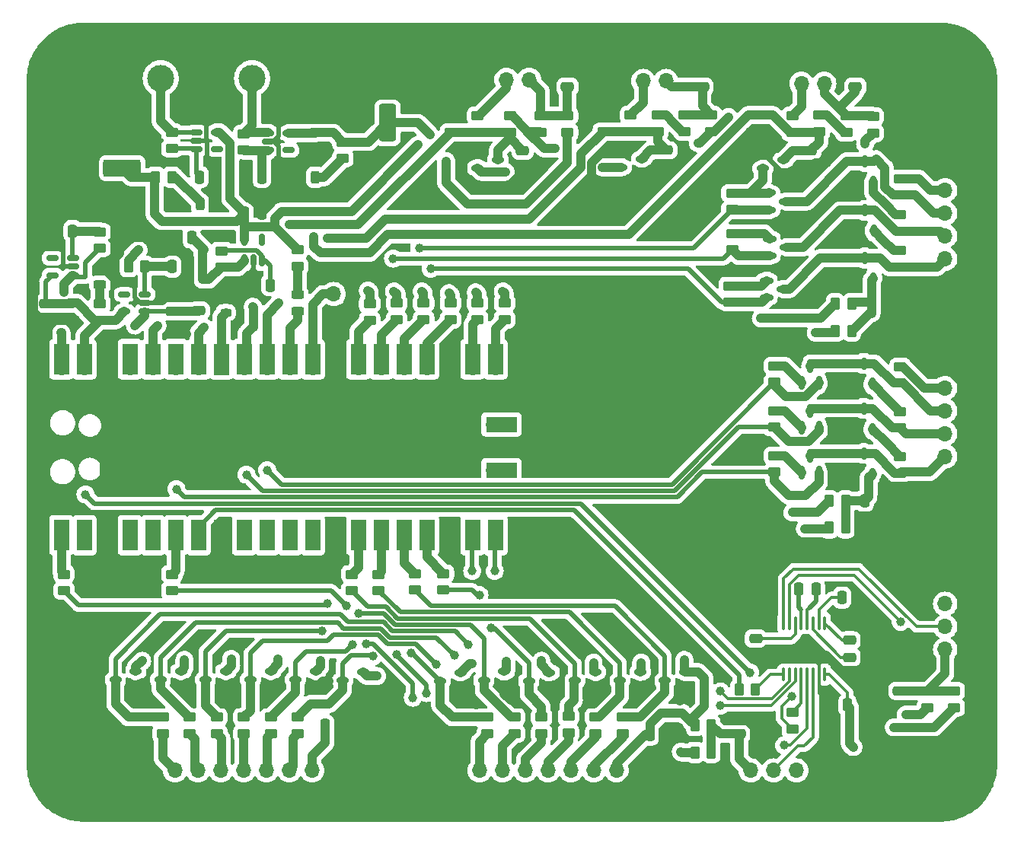
<source format=gbr>
%TF.GenerationSoftware,KiCad,Pcbnew,7.0.8*%
%TF.CreationDate,2024-01-07T20:15:44-08:00*%
%TF.ProjectId,PicoIrrigation,5069636f-4972-4726-9967-6174696f6e2e,rev?*%
%TF.SameCoordinates,Original*%
%TF.FileFunction,Copper,L1,Top*%
%TF.FilePolarity,Positive*%
%FSLAX46Y46*%
G04 Gerber Fmt 4.6, Leading zero omitted, Abs format (unit mm)*
G04 Created by KiCad (PCBNEW 7.0.8) date 2024-01-07 20:15:44*
%MOMM*%
%LPD*%
G01*
G04 APERTURE LIST*
G04 Aperture macros list*
%AMRoundRect*
0 Rectangle with rounded corners*
0 $1 Rounding radius*
0 $2 $3 $4 $5 $6 $7 $8 $9 X,Y pos of 4 corners*
0 Add a 4 corners polygon primitive as box body*
4,1,4,$2,$3,$4,$5,$6,$7,$8,$9,$2,$3,0*
0 Add four circle primitives for the rounded corners*
1,1,$1+$1,$2,$3*
1,1,$1+$1,$4,$5*
1,1,$1+$1,$6,$7*
1,1,$1+$1,$8,$9*
0 Add four rect primitives between the rounded corners*
20,1,$1+$1,$2,$3,$4,$5,0*
20,1,$1+$1,$4,$5,$6,$7,0*
20,1,$1+$1,$6,$7,$8,$9,0*
20,1,$1+$1,$8,$9,$2,$3,0*%
G04 Aperture macros list end*
%TA.AperFunction,SMDPad,CuDef*%
%ADD10RoundRect,0.250000X-0.450000X0.262500X-0.450000X-0.262500X0.450000X-0.262500X0.450000X0.262500X0*%
%TD*%
%TA.AperFunction,ComponentPad*%
%ADD11R,1.700000X1.700000*%
%TD*%
%TA.AperFunction,ComponentPad*%
%ADD12O,1.700000X1.700000*%
%TD*%
%TA.AperFunction,SMDPad,CuDef*%
%ADD13RoundRect,0.250000X0.475000X-0.250000X0.475000X0.250000X-0.475000X0.250000X-0.475000X-0.250000X0*%
%TD*%
%TA.AperFunction,SMDPad,CuDef*%
%ADD14RoundRect,0.250000X0.450000X-0.262500X0.450000X0.262500X-0.450000X0.262500X-0.450000X-0.262500X0*%
%TD*%
%TA.AperFunction,SMDPad,CuDef*%
%ADD15RoundRect,0.250000X0.262500X0.450000X-0.262500X0.450000X-0.262500X-0.450000X0.262500X-0.450000X0*%
%TD*%
%TA.AperFunction,SMDPad,CuDef*%
%ADD16RoundRect,0.150000X0.150000X-0.512500X0.150000X0.512500X-0.150000X0.512500X-0.150000X-0.512500X0*%
%TD*%
%TA.AperFunction,SMDPad,CuDef*%
%ADD17RoundRect,0.150000X0.150000X-0.587500X0.150000X0.587500X-0.150000X0.587500X-0.150000X-0.587500X0*%
%TD*%
%TA.AperFunction,SMDPad,CuDef*%
%ADD18RoundRect,0.150000X-0.587500X-0.150000X0.587500X-0.150000X0.587500X0.150000X-0.587500X0.150000X0*%
%TD*%
%TA.AperFunction,SMDPad,CuDef*%
%ADD19RoundRect,0.250000X-0.475000X0.250000X-0.475000X-0.250000X0.475000X-0.250000X0.475000X0.250000X0*%
%TD*%
%TA.AperFunction,SMDPad,CuDef*%
%ADD20RoundRect,0.250000X0.250000X0.475000X-0.250000X0.475000X-0.250000X-0.475000X0.250000X-0.475000X0*%
%TD*%
%TA.AperFunction,SMDPad,CuDef*%
%ADD21RoundRect,0.250000X-0.250000X-0.475000X0.250000X-0.475000X0.250000X0.475000X-0.250000X0.475000X0*%
%TD*%
%TA.AperFunction,SMDPad,CuDef*%
%ADD22RoundRect,0.100000X-0.100000X0.637500X-0.100000X-0.637500X0.100000X-0.637500X0.100000X0.637500X0*%
%TD*%
%TA.AperFunction,ComponentPad*%
%ADD23C,5.600000*%
%TD*%
%TA.AperFunction,SMDPad,CuDef*%
%ADD24RoundRect,0.150000X0.512500X0.150000X-0.512500X0.150000X-0.512500X-0.150000X0.512500X-0.150000X0*%
%TD*%
%TA.AperFunction,SMDPad,CuDef*%
%ADD25RoundRect,0.243750X0.456250X-0.243750X0.456250X0.243750X-0.456250X0.243750X-0.456250X-0.243750X0*%
%TD*%
%TA.AperFunction,SMDPad,CuDef*%
%ADD26RoundRect,0.150000X-0.512500X-0.150000X0.512500X-0.150000X0.512500X0.150000X-0.512500X0.150000X0*%
%TD*%
%TA.AperFunction,SMDPad,CuDef*%
%ADD27RoundRect,0.218750X-0.381250X0.218750X-0.381250X-0.218750X0.381250X-0.218750X0.381250X0.218750X0*%
%TD*%
%TA.AperFunction,SMDPad,CuDef*%
%ADD28R,1.700000X3.500000*%
%TD*%
%TA.AperFunction,SMDPad,CuDef*%
%ADD29R,3.500000X1.700000*%
%TD*%
%TA.AperFunction,SMDPad,CuDef*%
%ADD30RoundRect,0.250000X1.825000X0.700000X-1.825000X0.700000X-1.825000X-0.700000X1.825000X-0.700000X0*%
%TD*%
%TA.AperFunction,SMDPad,CuDef*%
%ADD31RoundRect,0.243750X-0.243750X-0.456250X0.243750X-0.456250X0.243750X0.456250X-0.243750X0.456250X0*%
%TD*%
%TA.AperFunction,SMDPad,CuDef*%
%ADD32RoundRect,0.250000X0.700000X-1.825000X0.700000X1.825000X-0.700000X1.825000X-0.700000X-1.825000X0*%
%TD*%
%TA.AperFunction,SMDPad,CuDef*%
%ADD33RoundRect,0.243750X-0.456250X0.243750X-0.456250X-0.243750X0.456250X-0.243750X0.456250X0.243750X0*%
%TD*%
%TA.AperFunction,SMDPad,CuDef*%
%ADD34RoundRect,0.243750X0.243750X0.456250X-0.243750X0.456250X-0.243750X-0.456250X0.243750X-0.456250X0*%
%TD*%
%TA.AperFunction,ComponentPad*%
%ADD35R,3.000000X3.000000*%
%TD*%
%TA.AperFunction,ComponentPad*%
%ADD36C,3.000000*%
%TD*%
%TA.AperFunction,ViaPad*%
%ADD37C,1.000000*%
%TD*%
%TA.AperFunction,Conductor*%
%ADD38C,1.000000*%
%TD*%
%TA.AperFunction,Conductor*%
%ADD39C,0.500000*%
%TD*%
%TA.AperFunction,Conductor*%
%ADD40C,0.300000*%
%TD*%
G04 APERTURE END LIST*
D10*
%TO.P,R21,1*%
%TO.N,+3.3V*%
X123600000Y-61175000D03*
%TO.P,R21,2*%
%TO.N,/AnaloguePin/V_{A}*%
X123600000Y-63000000D03*
%TD*%
D11*
%TO.P,J6,1,Pin_1*%
%TO.N,GND*%
X135860000Y-57300000D03*
D12*
%TO.P,J6,2,Pin_2*%
%TO.N,Net-(J6-Pin_2)*%
X138400000Y-57300000D03*
%TO.P,J6,3,Pin_3*%
%TO.N,Net-(J6-Pin_3)*%
X140940000Y-57300000D03*
%TD*%
D10*
%TO.P,R2,1*%
%TO.N,Net-(U6-GPIO4)*%
X86000000Y-112175000D03*
%TO.P,R2,2*%
%TO.N,/TX1*%
X86000000Y-114000000D03*
%TD*%
D13*
%TO.P,C2,1*%
%TO.N,Net-(J5-Pin_3)*%
X130000000Y-57950000D03*
%TO.P,C2,2*%
%TO.N,GND*%
X130000000Y-56050000D03*
%TD*%
D10*
%TO.P,R5,1*%
%TO.N,Net-(U6-GPIO12)*%
X113000000Y-112087500D03*
%TO.P,R5,2*%
%TO.N,/SPI_{Rx}1*%
X113000000Y-113912500D03*
%TD*%
D14*
%TO.P,R44,1*%
%TO.N,Net-(J15-Pin_4)*%
X97000000Y-129912500D03*
%TO.P,R44,2*%
%TO.N,/SPI_{Tx}0*%
X97000000Y-128087500D03*
%TD*%
D11*
%TO.P,J5,1,Pin_1*%
%TO.N,GND*%
X120650000Y-57150000D03*
D12*
%TO.P,J5,2,Pin_2*%
%TO.N,Net-(J5-Pin_2)*%
X123190000Y-57150000D03*
%TO.P,J5,3,Pin_3*%
%TO.N,Net-(J5-Pin_3)*%
X125730000Y-57150000D03*
%TD*%
D10*
%TO.P,R91,1*%
%TO.N,/I2CConnector1/VI2C*%
X167000000Y-94087500D03*
%TO.P,R91,2*%
%TO.N,Net-(D53-A)*%
X167000000Y-95912500D03*
%TD*%
D15*
%TO.P,R82,1*%
%TO.N,/I2CConnector0/VI2C*%
X161600000Y-85100000D03*
%TO.P,R82,2*%
%TO.N,+5V*%
X159775000Y-85100000D03*
%TD*%
%TO.P,R83,1*%
%TO.N,/I2CConnector0/VI2C*%
X161600000Y-82100000D03*
%TO.P,R83,2*%
%TO.N,+3.3V*%
X159775000Y-82100000D03*
%TD*%
D16*
%TO.P,D51,1,K*%
%TO.N,GND*%
X162100000Y-68500000D03*
%TO.P,D51,2,K*%
%TO.N,/I2CConnector0/VI2C*%
X164000000Y-68500000D03*
%TO.P,D51,3,A*%
%TO.N,Net-(D51-A)*%
X163050000Y-66225000D03*
%TD*%
D17*
%TO.P,Q9,1,G*%
%TO.N,+3.3V*%
X156050000Y-100875000D03*
%TO.P,Q9,2,S*%
%TO.N,/I2CConnector1/INT*%
X157950000Y-100875000D03*
%TO.P,Q9,3,D*%
%TO.N,Net-(D55-A)*%
X157000000Y-99000000D03*
%TD*%
D18*
%TO.P,Q4,1,G*%
%TO.N,+3.3V*%
X152462500Y-74850000D03*
%TO.P,Q4,2,S*%
%TO.N,/I2CConnector0/SCL*%
X152462500Y-76750000D03*
%TO.P,Q4,3,D*%
%TO.N,Net-(D50-A)*%
X154337500Y-75800000D03*
%TD*%
D15*
%TO.P,R55,1*%
%TO.N,Net-(J14-Pin_4)*%
X146000000Y-132000000D03*
%TO.P,R55,2*%
%TO.N,+5V*%
X144175000Y-132000000D03*
%TD*%
D14*
%TO.P,R48,1*%
%TO.N,Net-(J15-Pin_8)*%
X85000000Y-129912500D03*
%TO.P,R48,2*%
%TO.N,/AUX1*%
X85000000Y-128087500D03*
%TD*%
D19*
%TO.P,C1,1*%
%TO.N,/AnaloguePin/V_{A}*%
X125000000Y-65050000D03*
%TO.P,C1,2*%
%TO.N,GND*%
X125000000Y-66950000D03*
%TD*%
D20*
%TO.P,C5,1*%
%TO.N,Net-(U5-VDD)*%
X88200000Y-74700000D03*
%TO.P,C5,2*%
%TO.N,GND*%
X86300000Y-74700000D03*
%TD*%
D21*
%TO.P,C31,1*%
%TO.N,Net-(U2-EN)*%
X86050000Y-77950000D03*
%TO.P,C31,2*%
%TO.N,GND*%
X87950000Y-77950000D03*
%TD*%
D14*
%TO.P,R34,1*%
%TO.N,/I2CConnector1/SDA*%
X153000000Y-90825000D03*
%TO.P,R34,2*%
%TO.N,+3.3V*%
X153000000Y-89000000D03*
%TD*%
D22*
%TO.P,U4,1,C1+*%
%TO.N,Net-(U4-C1+)*%
X158600000Y-117600000D03*
%TO.P,U4,2,VS+*%
%TO.N,Net-(U4-VS+)*%
X157950000Y-117600000D03*
%TO.P,U4,3,C1-*%
%TO.N,Net-(U4-C1-)*%
X157300000Y-117600000D03*
%TO.P,U4,4,C2+*%
%TO.N,Net-(U4-C2+)*%
X156650000Y-117600000D03*
%TO.P,U4,5,C2-*%
%TO.N,Net-(U4-C2-)*%
X156000000Y-117600000D03*
%TO.P,U4,6,VS-*%
%TO.N,Net-(U4-VS-)*%
X155350000Y-117600000D03*
%TO.P,U4,7,T2OUT*%
%TO.N,Net-(J13-Pin_2)*%
X154700000Y-117600000D03*
%TO.P,U4,8,R2IN*%
%TO.N,Net-(J13-Pin_3)*%
X154050000Y-117600000D03*
%TO.P,U4,9,R2OUT*%
%TO.N,Net-(U4-R2OUT)*%
X154050000Y-123325000D03*
%TO.P,U4,10,T2IN*%
%TO.N,/TX1*%
X154700000Y-123325000D03*
%TO.P,U4,11,T1IN*%
%TO.N,/TX0*%
X155350000Y-123325000D03*
%TO.P,U4,12,R1OUT*%
%TO.N,Net-(U4-R1OUT)*%
X156000000Y-123325000D03*
%TO.P,U4,13,R1IN*%
%TO.N,Net-(J14-Pin_2)*%
X156650000Y-123325000D03*
%TO.P,U4,14,T1OUT*%
%TO.N,Net-(J14-Pin_3)*%
X157300000Y-123325000D03*
%TO.P,U4,15,GND*%
%TO.N,GND*%
X157950000Y-123325000D03*
%TO.P,U4,16,VCC*%
%TO.N,+3.3V*%
X158600000Y-123325000D03*
%TD*%
D20*
%TO.P,C13,1*%
%TO.N,+3.3V*%
X161125000Y-126712500D03*
%TO.P,C13,2*%
%TO.N,GND*%
X159225000Y-126712500D03*
%TD*%
D14*
%TO.P,R13,1*%
%TO.N,Net-(U6-GPIO16)*%
X123000000Y-83825000D03*
%TO.P,R13,2*%
%TO.N,/SPI_{Rx}0*%
X123000000Y-82000000D03*
%TD*%
%TO.P,R64,1*%
%TO.N,+5V*%
X164000000Y-63087500D03*
%TO.P,R64,2*%
%TO.N,Net-(J7-Pin_3)*%
X164000000Y-61262500D03*
%TD*%
D10*
%TO.P,R61,1*%
%TO.N,+3.3V*%
X158000000Y-61087500D03*
%TO.P,R61,2*%
%TO.N,/AnaloguePin2/V_{A}*%
X158000000Y-62912500D03*
%TD*%
D23*
%TO.P,J1,1,Pin_1*%
%TO.N,GND*%
X76200000Y-57150000D03*
%TD*%
D15*
%TO.P,R9,1*%
%TO.N,Net-(U2-EN)*%
X83000000Y-77950000D03*
%TO.P,R9,2*%
%TO.N,+5V*%
X81175000Y-77950000D03*
%TD*%
D14*
%TO.P,R33,1*%
%TO.N,/I2CConnector1/SCL*%
X153000000Y-95825000D03*
%TO.P,R33,2*%
%TO.N,+3.3V*%
X153000000Y-94000000D03*
%TD*%
D20*
%TO.P,C33,1*%
%TO.N,Net-(U3-EN)*%
X96000000Y-68000000D03*
%TO.P,C33,2*%
%TO.N,GND*%
X94100000Y-68000000D03*
%TD*%
D15*
%TO.P,R89,1*%
%TO.N,/I2CConnector1/VI2C*%
X160912500Y-104000000D03*
%TO.P,R89,2*%
%TO.N,+3.3V*%
X159087500Y-104000000D03*
%TD*%
D21*
%TO.P,C21,1*%
%TO.N,/I2CConnector1/VI2C*%
X163050000Y-104000000D03*
%TO.P,C21,2*%
%TO.N,GND*%
X164950000Y-104000000D03*
%TD*%
D24*
%TO.P,D33,1,K*%
%TO.N,GND*%
X133110000Y-124950000D03*
%TO.P,D33,2,K*%
%TO.N,+3.3V*%
X133110000Y-123050000D03*
%TO.P,D33,3,A*%
%TO.N,/SCLK1*%
X130835000Y-124000000D03*
%TD*%
D14*
%TO.P,R28,1*%
%TO.N,+5V*%
X146000000Y-62912500D03*
%TO.P,R28,2*%
%TO.N,Net-(J6-Pin_3)*%
X146000000Y-61087500D03*
%TD*%
D11*
%TO.P,J15,1,Pin_1*%
%TO.N,GND*%
X104140000Y-134000000D03*
D12*
%TO.P,J15,2,Pin_2*%
%TO.N,+3.3V*%
X101600000Y-134000000D03*
%TO.P,J15,3,Pin_3*%
%TO.N,Net-(J15-Pin_3)*%
X99060000Y-134000000D03*
%TO.P,J15,4,Pin_4*%
%TO.N,Net-(J15-Pin_4)*%
X96520000Y-134000000D03*
%TO.P,J15,5,Pin_5*%
%TO.N,Net-(J15-Pin_5)*%
X93980000Y-134000000D03*
%TO.P,J15,6,Pin_6*%
%TO.N,Net-(J15-Pin_6)*%
X91440000Y-134000000D03*
%TO.P,J15,7,Pin_7*%
%TO.N,Net-(J15-Pin_7)*%
X88900000Y-134000000D03*
%TO.P,J15,8,Pin_8*%
%TO.N,Net-(J15-Pin_8)*%
X86360000Y-134000000D03*
%TD*%
D14*
%TO.P,R63,1*%
%TO.N,+3.3V*%
X161000000Y-63000000D03*
%TO.P,R63,2*%
%TO.N,Net-(J7-Pin_3)*%
X161000000Y-61175000D03*
%TD*%
D15*
%TO.P,R42,1*%
%TO.N,Net-(U4-R2OUT)*%
X150912500Y-125000000D03*
%TO.P,R42,2*%
%TO.N,/RX1*%
X149087500Y-125000000D03*
%TD*%
%TO.P,R18,1*%
%TO.N,Net-(J14-Pin_4)*%
X146000000Y-129000000D03*
%TO.P,R18,2*%
%TO.N,+3.3V*%
X144175000Y-129000000D03*
%TD*%
D14*
%TO.P,R80,1*%
%TO.N,Net-(D46-A)*%
X100000000Y-77912500D03*
%TO.P,R80,2*%
%TO.N,+3.3V*%
X100000000Y-76087500D03*
%TD*%
%TO.P,R50,1*%
%TO.N,Net-(J16-Pin_4)*%
X133110000Y-129912500D03*
%TO.P,R50,2*%
%TO.N,/SPI_{Tx}1*%
X133110000Y-128087500D03*
%TD*%
D21*
%TO.P,C25,1*%
%TO.N,+3.3V*%
X103050000Y-129000000D03*
%TO.P,C25,2*%
%TO.N,GND*%
X104950000Y-129000000D03*
%TD*%
D10*
%TO.P,R60,1*%
%TO.N,/AnaloguePin2/V_{A}*%
X152000000Y-61087500D03*
%TO.P,R60,2*%
%TO.N,GND*%
X152000000Y-62912500D03*
%TD*%
%TO.P,R85,1*%
%TO.N,/I2CConnector0/VI2C*%
X167000000Y-72175000D03*
%TO.P,R85,2*%
%TO.N,Net-(D50-A)*%
X167000000Y-74000000D03*
%TD*%
D24*
%TO.P,D25,1,K*%
%TO.N,GND*%
X107275000Y-124950000D03*
%TO.P,D25,2,K*%
%TO.N,+3.3V*%
X107275000Y-123050000D03*
%TO.P,D25,3,A*%
%TO.N,/SPI_{Rx}0*%
X105000000Y-124000000D03*
%TD*%
%TO.P,D30,1,K*%
%TO.N,GND*%
X82000000Y-124850000D03*
%TO.P,D30,2,K*%
%TO.N,+3.3V*%
X82000000Y-122950000D03*
%TO.P,D30,3,A*%
%TO.N,/AUX1*%
X79725000Y-123900000D03*
%TD*%
D16*
%TO.P,D52,1,K*%
%TO.N,GND*%
X162100000Y-79275000D03*
%TO.P,D52,2,K*%
%TO.N,/I2CConnector0/VI2C*%
X164000000Y-79275000D03*
%TO.P,D52,3,A*%
%TO.N,Net-(D52-A)*%
X163050000Y-77000000D03*
%TD*%
D14*
%TO.P,R19,1*%
%TO.N,+3.3V*%
X127000000Y-63000000D03*
%TO.P,R19,2*%
%TO.N,Net-(J5-Pin_3)*%
X127000000Y-61175000D03*
%TD*%
D19*
%TO.P,C32,1*%
%TO.N,Net-(U1-OUT)*%
X72000000Y-82050000D03*
%TO.P,C32,2*%
%TO.N,GND*%
X72000000Y-83950000D03*
%TD*%
D10*
%TO.P,R25,1*%
%TO.N,+3.3V*%
X140000000Y-61087500D03*
%TO.P,R25,2*%
%TO.N,/AnaloguePin1/V_{A}*%
X140000000Y-62912500D03*
%TD*%
D24*
%TO.P,D34,1,K*%
%TO.N,GND*%
X127972500Y-125000000D03*
%TO.P,D34,2,K*%
%TO.N,+3.3V*%
X127972500Y-123100000D03*
%TO.P,D34,3,A*%
%TO.N,/CS1*%
X125697500Y-124050000D03*
%TD*%
D10*
%TO.P,R22,1*%
%TO.N,Net-(J5-Pin_2)*%
X120000000Y-61175000D03*
%TO.P,R22,2*%
%TO.N,/AnaloguePin/V_{A}*%
X120000000Y-63000000D03*
%TD*%
D15*
%TO.P,R88,1*%
%TO.N,/I2CConnector1/VI2C*%
X160912500Y-107000000D03*
%TO.P,R88,2*%
%TO.N,+5V*%
X159087500Y-107000000D03*
%TD*%
D10*
%TO.P,R87,1*%
%TO.N,/I2CConnector0/VI2C*%
X167000000Y-76175000D03*
%TO.P,R87,2*%
%TO.N,Net-(D52-A)*%
X167000000Y-78000000D03*
%TD*%
D24*
%TO.P,D31,1,K*%
%TO.N,GND*%
X143110000Y-124950000D03*
%TO.P,D31,2,K*%
%TO.N,+3.3V*%
X143110000Y-123050000D03*
%TO.P,D31,3,A*%
%TO.N,/SPI_{Rx}1*%
X140835000Y-124000000D03*
%TD*%
D25*
%TO.P,D46,1,K*%
%TO.N,Net-(D46-K)*%
X100000000Y-82937500D03*
%TO.P,D46,2,A*%
%TO.N,Net-(D46-A)*%
X100000000Y-81062500D03*
%TD*%
D11*
%TO.P,J7,1,Pin_1*%
%TO.N,GND*%
X153475000Y-57600000D03*
D12*
%TO.P,J7,2,Pin_2*%
%TO.N,Net-(J7-Pin_2)*%
X156015000Y-57600000D03*
%TO.P,J7,3,Pin_3*%
%TO.N,Net-(J7-Pin_3)*%
X158555000Y-57600000D03*
%TD*%
D19*
%TO.P,C12,1*%
%TO.N,Net-(U4-C1+)*%
X161375000Y-119512500D03*
%TO.P,C12,2*%
%TO.N,Net-(U4-C1-)*%
X161375000Y-121412500D03*
%TD*%
%TO.P,C30,1*%
%TO.N,+5V*%
X102000000Y-63050000D03*
%TO.P,C30,2*%
%TO.N,GND*%
X102000000Y-64950000D03*
%TD*%
D26*
%TO.P,U7,1,VDD*%
%TO.N,Net-(J17-Pin_4)*%
X88725000Y-63000000D03*
%TO.P,U7,2,GND*%
%TO.N,GND*%
X88725000Y-63950000D03*
%TO.P,U7,3,EN*%
%TO.N,Net-(U7-EN)*%
X88725000Y-64900000D03*
%TO.P,U7,4,NC*%
%TO.N,unconnected-(U7-NC-Pad4)*%
X91000000Y-64900000D03*
%TO.P,U7,5,OUT*%
%TO.N,+3.3V*%
X91000000Y-63000000D03*
%TD*%
D10*
%TO.P,R6,1*%
%TO.N,Net-(U6-GPIO10)*%
X106000000Y-112175000D03*
%TO.P,R6,2*%
%TO.N,/SCLK1*%
X106000000Y-114000000D03*
%TD*%
D17*
%TO.P,Q6,1,G*%
%TO.N,+3.3V*%
X156050000Y-95875000D03*
%TO.P,Q6,2,S*%
%TO.N,/I2CConnector1/SCL*%
X157950000Y-95875000D03*
%TO.P,Q6,3,D*%
%TO.N,Net-(D53-A)*%
X157000000Y-94000000D03*
%TD*%
D14*
%TO.P,R40,1*%
%TO.N,/I2CConnector1/INT*%
X153000000Y-100825000D03*
%TO.P,R40,2*%
%TO.N,+3.3V*%
X153000000Y-99000000D03*
%TD*%
D26*
%TO.P,D3,1,K*%
%TO.N,GND*%
X151725000Y-65137500D03*
%TO.P,D3,2,K*%
%TO.N,+3.3V*%
X151725000Y-67037500D03*
%TO.P,D3,3,A*%
%TO.N,/AnaloguePin2/V_{A}*%
X154000000Y-66087500D03*
%TD*%
D13*
%TO.P,C4,1*%
%TO.N,Net-(J6-Pin_3)*%
X145000000Y-57950000D03*
%TO.P,C4,2*%
%TO.N,GND*%
X145000000Y-56050000D03*
%TD*%
D11*
%TO.P,J22,1,Pin_1*%
%TO.N,GND*%
X172000000Y-88900000D03*
D12*
%TO.P,J22,2,Pin_2*%
%TO.N,/I2CConnector1/VI2C*%
X172000000Y-91440000D03*
%TO.P,J22,3,Pin_3*%
%TO.N,Net-(D54-A)*%
X172000000Y-93980000D03*
%TO.P,J22,4,Pin_4*%
%TO.N,Net-(D53-A)*%
X172000000Y-96520000D03*
%TO.P,J22,5,Pin_5*%
%TO.N,Net-(D55-A)*%
X172000000Y-99060000D03*
%TD*%
D21*
%TO.P,C10,1*%
%TO.N,+3.3V*%
X94100000Y-72000000D03*
%TO.P,C10,2*%
%TO.N,GND*%
X96000000Y-72000000D03*
%TD*%
D10*
%TO.P,R84,1*%
%TO.N,/I2CConnector0/VI2C*%
X167000000Y-68175000D03*
%TO.P,R84,2*%
%TO.N,Net-(D51-A)*%
X167000000Y-70000000D03*
%TD*%
%TO.P,R56,1*%
%TO.N,Net-(J13-Pin_4)*%
X173000000Y-125175000D03*
%TO.P,R56,2*%
%TO.N,+3.3V*%
X173000000Y-127000000D03*
%TD*%
D23*
%TO.P,J3,1,Pin_1*%
%TO.N,GND*%
X171450000Y-133350000D03*
%TD*%
D27*
%TO.P,FB1,1*%
%TO.N,GND*%
X92000000Y-80937500D03*
%TO.P,FB1,2*%
%TO.N,Net-(U6-AGND)*%
X92000000Y-83062500D03*
%TD*%
D10*
%TO.P,R38,1*%
%TO.N,Net-(U4-R1OUT)*%
X155000000Y-127550000D03*
%TO.P,R38,2*%
%TO.N,/RX0*%
X155000000Y-129375000D03*
%TD*%
D24*
%TO.P,D29,1,K*%
%TO.N,GND*%
X87000000Y-124850000D03*
%TO.P,D29,2,K*%
%TO.N,+3.3V*%
X87000000Y-122950000D03*
%TO.P,D29,3,A*%
%TO.N,/AUX0*%
X84725000Y-123900000D03*
%TD*%
D14*
%TO.P,R16,1*%
%TO.N,Net-(U6-GPIO21)*%
X108000000Y-83912500D03*
%TO.P,R16,2*%
%TO.N,/AUX2*%
X108000000Y-82087500D03*
%TD*%
D12*
%TO.P,U6,1,GPIO0*%
%TO.N,Net-(U6-GPIO0)*%
X73720000Y-106930000D03*
D28*
X73720000Y-107830000D03*
D12*
%TO.P,U6,2,GPIO1*%
%TO.N,/RX0*%
X76260000Y-106930000D03*
D28*
X76260000Y-107830000D03*
D11*
%TO.P,U6,3,GND*%
%TO.N,GND*%
X78800000Y-106930000D03*
D28*
X78800000Y-107830000D03*
D12*
%TO.P,U6,4,GPIO2*%
%TO.N,/I2CConnector0/INT*%
X81340000Y-106930000D03*
D28*
X81340000Y-107830000D03*
D12*
%TO.P,U6,5,GPIO3*%
%TO.N,/I2CConnector1/INT*%
X83880000Y-106930000D03*
D28*
X83880000Y-107830000D03*
D12*
%TO.P,U6,6,GPIO4*%
%TO.N,Net-(U6-GPIO4)*%
X86420000Y-106930000D03*
D28*
X86420000Y-107830000D03*
D12*
%TO.P,U6,7,GPIO5*%
%TO.N,/RX1*%
X88960000Y-106930000D03*
D28*
X88960000Y-107830000D03*
D11*
%TO.P,U6,8,GND*%
%TO.N,GND*%
X91500000Y-106930000D03*
D28*
X91500000Y-107830000D03*
D12*
%TO.P,U6,9,GPIO6*%
%TO.N,/I2CConnector1/SCL*%
X94040000Y-106930000D03*
D28*
X94040000Y-107830000D03*
D12*
%TO.P,U6,10,GPIO7*%
%TO.N,/I2CConnector1/SDA*%
X96580000Y-106930000D03*
D28*
X96580000Y-107830000D03*
D12*
%TO.P,U6,11,GPIO8*%
%TO.N,/I2CConnector0/SCL*%
X99120000Y-106930000D03*
D28*
X99120000Y-107830000D03*
D12*
%TO.P,U6,12,GPIO9*%
%TO.N,/I2CConnector0/SDA*%
X101660000Y-106930000D03*
D28*
X101660000Y-107830000D03*
D11*
%TO.P,U6,13,GND*%
%TO.N,GND*%
X104200000Y-106930000D03*
D28*
X104200000Y-107830000D03*
D12*
%TO.P,U6,14,GPIO10*%
%TO.N,Net-(U6-GPIO10)*%
X106740000Y-106930000D03*
D28*
X106740000Y-107830000D03*
D12*
%TO.P,U6,15,GPIO11*%
%TO.N,Net-(U6-GPIO11)*%
X109280000Y-106930000D03*
D28*
X109280000Y-107830000D03*
D12*
%TO.P,U6,16,GPIO12*%
%TO.N,Net-(U6-GPIO12)*%
X111820000Y-106930000D03*
D28*
X111820000Y-107830000D03*
D12*
%TO.P,U6,17,GPIO13*%
%TO.N,Net-(U6-GPIO13)*%
X114360000Y-106930000D03*
D28*
X114360000Y-107830000D03*
D11*
%TO.P,U6,18,GND*%
%TO.N,GND*%
X116900000Y-106930000D03*
D28*
X116900000Y-107830000D03*
D12*
%TO.P,U6,19,GPIO14*%
%TO.N,/AUX0*%
X119440000Y-106930000D03*
D28*
X119440000Y-107830000D03*
D12*
%TO.P,U6,20,GPIO15*%
%TO.N,/AUX1*%
X121980000Y-106930000D03*
D28*
X121980000Y-107830000D03*
D12*
%TO.P,U6,21,GPIO16*%
%TO.N,Net-(U6-GPIO16)*%
X121980000Y-89150000D03*
D28*
X121980000Y-88250000D03*
D12*
%TO.P,U6,22,GPIO17*%
%TO.N,Net-(U6-GPIO17)*%
X119440000Y-89150000D03*
D28*
X119440000Y-88250000D03*
D11*
%TO.P,U6,23,GND*%
%TO.N,GND*%
X116900000Y-89150000D03*
D28*
X116900000Y-88250000D03*
D12*
%TO.P,U6,24,GPIO18*%
%TO.N,Net-(U6-GPIO18)*%
X114360000Y-89150000D03*
D28*
X114360000Y-88250000D03*
D12*
%TO.P,U6,25,GPIO19*%
%TO.N,Net-(U6-GPIO19)*%
X111820000Y-89150000D03*
D28*
X111820000Y-88250000D03*
D12*
%TO.P,U6,26,GPIO20*%
%TO.N,Net-(U6-GPIO20)*%
X109280000Y-89150000D03*
D28*
X109280000Y-88250000D03*
D12*
%TO.P,U6,27,GPIO21*%
%TO.N,Net-(U6-GPIO21)*%
X106740000Y-89150000D03*
D28*
X106740000Y-88250000D03*
D11*
%TO.P,U6,28,GND*%
%TO.N,GND*%
X104200000Y-89150000D03*
D28*
X104200000Y-88250000D03*
D12*
%TO.P,U6,29,GPIO22*%
%TO.N,Net-(J8-Pin_2)*%
X101660000Y-89150000D03*
D28*
X101660000Y-88250000D03*
D12*
%TO.P,U6,30,RUN*%
%TO.N,Net-(D46-K)*%
X99120000Y-89150000D03*
D28*
X99120000Y-88250000D03*
D12*
%TO.P,U6,31,GPIO26_ADC0*%
%TO.N,/AnaloguePin1/V_{A}*%
X96580000Y-89150000D03*
D28*
X96580000Y-88250000D03*
D12*
%TO.P,U6,32,GPIO27_ADC1*%
%TO.N,/AnaloguePin/V_{A}*%
X94040000Y-89150000D03*
D28*
X94040000Y-88250000D03*
D11*
%TO.P,U6,33,AGND*%
%TO.N,Net-(U6-AGND)*%
X91500000Y-89150000D03*
D28*
X91500000Y-88250000D03*
D12*
%TO.P,U6,34,GPIO28_ADC2*%
%TO.N,/AnaloguePin2/V_{A}*%
X88960000Y-89150000D03*
D28*
X88960000Y-88250000D03*
D12*
%TO.P,U6,35,ADC_VREF*%
%TO.N,unconnected-(U6-ADC_VREF-Pad35)*%
X86420000Y-89150000D03*
D28*
X86420000Y-88250000D03*
D12*
%TO.P,U6,36,3V3*%
%TO.N,Net-(U5-VDD)*%
X83880000Y-89150000D03*
D28*
X83880000Y-88250000D03*
D12*
%TO.P,U6,37,3V3_EN*%
%TO.N,unconnected-(U6-3V3_EN-Pad37)*%
X81340000Y-89150000D03*
D28*
X81340000Y-88250000D03*
D11*
%TO.P,U6,38,GND*%
%TO.N,GND*%
X78800000Y-89150000D03*
D28*
X78800000Y-88250000D03*
D12*
%TO.P,U6,39,VSYS*%
%TO.N,Net-(U1-OUT)*%
X76260000Y-89150000D03*
D28*
X76260000Y-88250000D03*
D12*
%TO.P,U6,40,VBUS*%
%TO.N,Net-(U1-VDD)*%
X73720000Y-89150000D03*
D28*
X73720000Y-88250000D03*
D12*
%TO.P,U6,41,SWCLK*%
%TO.N,unconnected-(U6-SWCLK-Pad41)*%
X121750000Y-100580000D03*
D29*
X122650000Y-100580000D03*
D11*
%TO.P,U6,42,GND*%
%TO.N,GND*%
X121750000Y-98040000D03*
D29*
X122650000Y-98040000D03*
D12*
%TO.P,U6,43,SWDIO*%
%TO.N,unconnected-(U6-SWDIO-Pad43)*%
X121750000Y-95500000D03*
D29*
X122650000Y-95500000D03*
%TD*%
D14*
%TO.P,R29,1*%
%TO.N,/I2CConnector0/SCL*%
X148337500Y-76075000D03*
%TO.P,R29,2*%
%TO.N,+3.3V*%
X148337500Y-74250000D03*
%TD*%
D10*
%TO.P,R62,1*%
%TO.N,Net-(J7-Pin_2)*%
X155000000Y-61175000D03*
%TO.P,R62,2*%
%TO.N,/AnaloguePin2/V_{A}*%
X155000000Y-63000000D03*
%TD*%
D16*
%TO.P,U5,1,VDD*%
%TO.N,Net-(U5-VDD)*%
X94100000Y-77275000D03*
%TO.P,U5,2,GND*%
%TO.N,GND*%
X95050000Y-77275000D03*
%TO.P,U5,3,EN*%
%TO.N,Net-(U5-EN)*%
X96000000Y-77275000D03*
%TO.P,U5,4,NC*%
%TO.N,unconnected-(U5-NC-Pad4)*%
X96000000Y-75000000D03*
%TO.P,U5,5,OUT*%
%TO.N,+3.3V*%
X94100000Y-75000000D03*
%TD*%
D21*
%TO.P,C29,1*%
%TO.N,+3.3V*%
X84050000Y-71000000D03*
%TO.P,C29,2*%
%TO.N,GND*%
X85950000Y-71000000D03*
%TD*%
D15*
%TO.P,R58,1*%
%TO.N,Net-(D40-A)*%
X86000000Y-68000000D03*
%TO.P,R58,2*%
%TO.N,+3.3V*%
X84175000Y-68000000D03*
%TD*%
D19*
%TO.P,C3,1*%
%TO.N,/AnaloguePin1/V_{A}*%
X141000000Y-65000000D03*
%TO.P,C3,2*%
%TO.N,GND*%
X141000000Y-66900000D03*
%TD*%
D14*
%TO.P,R37,1*%
%TO.N,/I2CConnector0/INT*%
X148000000Y-81912500D03*
%TO.P,R37,2*%
%TO.N,+3.3V*%
X148000000Y-80087500D03*
%TD*%
%TO.P,R17,1*%
%TO.N,Net-(U7-EN)*%
X86000000Y-64825000D03*
%TO.P,R17,2*%
%TO.N,Net-(J17-Pin_4)*%
X86000000Y-63000000D03*
%TD*%
D18*
%TO.P,Q8,1,G*%
%TO.N,+3.3V*%
X152125000Y-79500000D03*
%TO.P,Q8,2,S*%
%TO.N,/I2CConnector0/INT*%
X152125000Y-81400000D03*
%TO.P,Q8,3,D*%
%TO.N,Net-(D52-A)*%
X154000000Y-80450000D03*
%TD*%
D14*
%TO.P,R54,1*%
%TO.N,Net-(J16-Pin_8)*%
X121110000Y-129912500D03*
%TO.P,R54,2*%
%TO.N,/AUX3*%
X121110000Y-128087500D03*
%TD*%
D13*
%TO.P,C8,1*%
%TO.N,+5V*%
X89000000Y-82850000D03*
%TO.P,C8,2*%
%TO.N,GND*%
X89000000Y-80950000D03*
%TD*%
D14*
%TO.P,R53,1*%
%TO.N,Net-(J16-Pin_7)*%
X124110000Y-129912500D03*
%TO.P,R53,2*%
%TO.N,/AUX2*%
X124110000Y-128087500D03*
%TD*%
D24*
%TO.P,D26,1,K*%
%TO.N,GND*%
X102000000Y-124850000D03*
%TO.P,D26,2,K*%
%TO.N,+3.3V*%
X102000000Y-122950000D03*
%TO.P,D26,3,A*%
%TO.N,/SPI_{Tx}0*%
X99725000Y-123900000D03*
%TD*%
D20*
%TO.P,C14,1*%
%TO.N,Net-(U4-C2+)*%
X157625000Y-113862500D03*
%TO.P,C14,2*%
%TO.N,Net-(U4-C2-)*%
X155725000Y-113862500D03*
%TD*%
D14*
%TO.P,R24,1*%
%TO.N,/AnaloguePin1/V_{A}*%
X134000000Y-62912500D03*
%TO.P,R24,2*%
%TO.N,GND*%
X134000000Y-61087500D03*
%TD*%
D16*
%TO.P,D54,1,K*%
%TO.N,GND*%
X162000000Y-91000000D03*
%TO.P,D54,2,K*%
%TO.N,/I2CConnector1/VI2C*%
X163900000Y-91000000D03*
%TO.P,D54,3,A*%
%TO.N,Net-(D54-A)*%
X162950000Y-88725000D03*
%TD*%
D10*
%TO.P,R90,1*%
%TO.N,/I2CConnector1/VI2C*%
X167000000Y-89087500D03*
%TO.P,R90,2*%
%TO.N,Net-(D54-A)*%
X167000000Y-90912500D03*
%TD*%
%TO.P,R92,1*%
%TO.N,/I2CConnector1/VI2C*%
X167000000Y-99087500D03*
%TO.P,R92,2*%
%TO.N,Net-(D55-A)*%
X167000000Y-100912500D03*
%TD*%
D19*
%TO.P,C9,1*%
%TO.N,Net-(U1-OUT)*%
X75000000Y-82000000D03*
%TO.P,C9,2*%
%TO.N,GND*%
X75000000Y-83900000D03*
%TD*%
D14*
%TO.P,R43,1*%
%TO.N,Net-(J15-Pin_3)*%
X100000000Y-129875000D03*
%TO.P,R43,2*%
%TO.N,/SPI_{Rx}0*%
X100000000Y-128050000D03*
%TD*%
%TO.P,R20,1*%
%TO.N,/AnaloguePin/V_{A}*%
X117000000Y-63000000D03*
%TO.P,R20,2*%
%TO.N,GND*%
X117000000Y-61175000D03*
%TD*%
D10*
%TO.P,R1,1*%
%TO.N,Net-(U6-GPIO0)*%
X74000000Y-112175000D03*
%TO.P,R1,2*%
%TO.N,/TX0*%
X74000000Y-114000000D03*
%TD*%
D13*
%TO.P,C7,1*%
%TO.N,Net-(J7-Pin_3)*%
X162000000Y-57950000D03*
%TO.P,C7,2*%
%TO.N,GND*%
X162000000Y-56050000D03*
%TD*%
%TO.P,C16,1*%
%TO.N,Net-(J13-Pin_4)*%
X166900000Y-125150000D03*
%TO.P,C16,2*%
%TO.N,GND*%
X166900000Y-123250000D03*
%TD*%
D30*
%TO.P,C27,1*%
%TO.N,+3.3V*%
X80475000Y-67000000D03*
%TO.P,C27,2*%
%TO.N,GND*%
X73525000Y-67000000D03*
%TD*%
D14*
%TO.P,R46,1*%
%TO.N,Net-(J15-Pin_6)*%
X91000000Y-129912500D03*
%TO.P,R46,2*%
%TO.N,/CS0*%
X91000000Y-128087500D03*
%TD*%
%TO.P,R27,1*%
%TO.N,+3.3V*%
X143000000Y-62912500D03*
%TO.P,R27,2*%
%TO.N,Net-(J6-Pin_3)*%
X143000000Y-61087500D03*
%TD*%
D10*
%TO.P,R59,1*%
%TO.N,Net-(J13-Pin_4)*%
X170050000Y-125175000D03*
%TO.P,R59,2*%
%TO.N,+5V*%
X170050000Y-127000000D03*
%TD*%
D21*
%TO.P,C26,1*%
%TO.N,+3.3V*%
X139160000Y-130000000D03*
%TO.P,C26,2*%
%TO.N,GND*%
X141060000Y-130000000D03*
%TD*%
D24*
%TO.P,U1,1,VDD*%
%TO.N,Net-(U1-VDD)*%
X75000000Y-78900000D03*
%TO.P,U1,2,GND*%
%TO.N,GND*%
X75000000Y-77950000D03*
%TO.P,U1,3,EN*%
%TO.N,Net-(U1-EN)*%
X75000000Y-77000000D03*
%TO.P,U1,4,NC*%
%TO.N,unconnected-(U1-NC-Pad4)*%
X72725000Y-77000000D03*
%TO.P,U1,5,OUT*%
%TO.N,Net-(U1-OUT)*%
X72725000Y-78900000D03*
%TD*%
D20*
%TO.P,C11,1*%
%TO.N,Net-(U5-EN)*%
X96950000Y-80000000D03*
%TO.P,C11,2*%
%TO.N,GND*%
X95050000Y-80000000D03*
%TD*%
D24*
%TO.P,D28,1,K*%
%TO.N,GND*%
X92000000Y-124850000D03*
%TO.P,D28,2,K*%
%TO.N,+3.3V*%
X92000000Y-122950000D03*
%TO.P,D28,3,A*%
%TO.N,/CS0*%
X89725000Y-123900000D03*
%TD*%
D23*
%TO.P,J4,1,Pin_1*%
%TO.N,GND*%
X76200000Y-133350000D03*
%TD*%
D21*
%TO.P,C18,1*%
%TO.N,/I2CConnector0/VI2C*%
X163850000Y-81900000D03*
%TO.P,C18,2*%
%TO.N,GND*%
X165750000Y-81900000D03*
%TD*%
D31*
%TO.P,D39,1,K*%
%TO.N,GND*%
X100062500Y-68000000D03*
%TO.P,D39,2,A*%
%TO.N,Net-(D39-A)*%
X101937500Y-68000000D03*
%TD*%
D10*
%TO.P,R7,1*%
%TO.N,Net-(U1-EN)*%
X78000000Y-74087500D03*
%TO.P,R7,2*%
%TO.N,Net-(U1-VDD)*%
X78000000Y-75912500D03*
%TD*%
D13*
%TO.P,C15,1*%
%TO.N,+5V*%
X86000000Y-82900000D03*
%TO.P,C15,2*%
%TO.N,GND*%
X86000000Y-81000000D03*
%TD*%
D14*
%TO.P,R23,1*%
%TO.N,+5V*%
X130000000Y-63000000D03*
%TO.P,R23,2*%
%TO.N,Net-(J5-Pin_3)*%
X130000000Y-61175000D03*
%TD*%
D32*
%TO.P,C28,1*%
%TO.N,+5V*%
X110000000Y-61950000D03*
%TO.P,C28,2*%
%TO.N,GND*%
X110000000Y-55000000D03*
%TD*%
D26*
%TO.P,D1,1,K*%
%TO.N,GND*%
X120000000Y-65087500D03*
%TO.P,D1,2,K*%
%TO.N,+3.3V*%
X120000000Y-66987500D03*
%TO.P,D1,3,A*%
%TO.N,/AnaloguePin/V_{A}*%
X122275000Y-66037500D03*
%TD*%
D11*
%TO.P,J16,1,Pin_1*%
%TO.N,GND*%
X138000000Y-134000000D03*
D12*
%TO.P,J16,2,Pin_2*%
%TO.N,+3.3V*%
X135460000Y-134000000D03*
%TO.P,J16,3,Pin_3*%
%TO.N,Net-(J16-Pin_3)*%
X132920000Y-134000000D03*
%TO.P,J16,4,Pin_4*%
%TO.N,Net-(J16-Pin_4)*%
X130380000Y-134000000D03*
%TO.P,J16,5,Pin_5*%
%TO.N,Net-(J16-Pin_5)*%
X127840000Y-134000000D03*
%TO.P,J16,6,Pin_6*%
%TO.N,Net-(J16-Pin_6)*%
X125300000Y-134000000D03*
%TO.P,J16,7,Pin_7*%
%TO.N,Net-(J16-Pin_7)*%
X122760000Y-134000000D03*
%TO.P,J16,8,Pin_8*%
%TO.N,Net-(J16-Pin_8)*%
X120220000Y-134000000D03*
%TD*%
D18*
%TO.P,Q5,1,G*%
%TO.N,+3.3V*%
X152425000Y-69750000D03*
%TO.P,Q5,2,S*%
%TO.N,/I2CConnector0/SDA*%
X152425000Y-71650000D03*
%TO.P,Q5,3,D*%
%TO.N,Net-(D51-A)*%
X154300000Y-70700000D03*
%TD*%
D33*
%TO.P,D48,1,K*%
%TO.N,GND*%
X78000000Y-78062500D03*
%TO.P,D48,2,A*%
%TO.N,Net-(D48-A)*%
X78000000Y-79937500D03*
%TD*%
D26*
%TO.P,U3,1,VDD*%
%TO.N,Net-(J17-Pin_2)*%
X96725000Y-63100000D03*
%TO.P,U3,2,GND*%
%TO.N,GND*%
X96725000Y-64050000D03*
%TO.P,U3,3,EN*%
%TO.N,Net-(U3-EN)*%
X96725000Y-65000000D03*
%TO.P,U3,4,NC*%
%TO.N,unconnected-(U3-NC-Pad4)*%
X99000000Y-65000000D03*
%TO.P,U3,5,OUT*%
%TO.N,+5V*%
X99000000Y-63100000D03*
%TD*%
D10*
%TO.P,R86,1*%
%TO.N,Net-(D48-A)*%
X78000000Y-82087500D03*
%TO.P,R86,2*%
%TO.N,Net-(U1-OUT)*%
X78000000Y-83912500D03*
%TD*%
D14*
%TO.P,R12,1*%
%TO.N,Net-(U6-GPIO19)*%
X114000000Y-83825000D03*
%TO.P,R12,2*%
%TO.N,/SPI_{Tx}0*%
X114000000Y-82000000D03*
%TD*%
D10*
%TO.P,R26,1*%
%TO.N,Net-(J6-Pin_2)*%
X137000000Y-61087500D03*
%TO.P,R26,2*%
%TO.N,/AnaloguePin1/V_{A}*%
X137000000Y-62912500D03*
%TD*%
%TO.P,R8,1*%
%TO.N,Net-(U5-EN)*%
X91500000Y-76187500D03*
%TO.P,R8,2*%
%TO.N,Net-(U5-VDD)*%
X91500000Y-78012500D03*
%TD*%
D14*
%TO.P,R10,1*%
%TO.N,Net-(U3-EN)*%
X94000000Y-65000000D03*
%TO.P,R10,2*%
%TO.N,Net-(J17-Pin_2)*%
X94000000Y-63175000D03*
%TD*%
D19*
%TO.P,C17,1*%
%TO.N,Net-(U4-VS-)*%
X150925000Y-119312500D03*
%TO.P,C17,2*%
%TO.N,GND*%
X150925000Y-121212500D03*
%TD*%
D11*
%TO.P,J13,1,Pin_1*%
%TO.N,GND*%
X172000000Y-112920000D03*
D12*
%TO.P,J13,2,Pin_2*%
%TO.N,Net-(J13-Pin_2)*%
X172000000Y-115460000D03*
%TO.P,J13,3,Pin_3*%
%TO.N,Net-(J13-Pin_3)*%
X172000000Y-118000000D03*
%TO.P,J13,4,Pin_4*%
%TO.N,Net-(J13-Pin_4)*%
X172000000Y-120540000D03*
%TD*%
D10*
%TO.P,R4,1*%
%TO.N,Net-(U6-GPIO13)*%
X116200000Y-112087500D03*
%TO.P,R4,2*%
%TO.N,/CS1*%
X116200000Y-113912500D03*
%TD*%
D26*
%TO.P,D2,1,K*%
%TO.N,GND*%
X136000000Y-65000000D03*
%TO.P,D2,2,K*%
%TO.N,+3.3V*%
X136000000Y-66900000D03*
%TO.P,D2,3,A*%
%TO.N,/AnaloguePin1/V_{A}*%
X138275000Y-65950000D03*
%TD*%
D20*
%TO.P,C23,1*%
%TO.N,Net-(U1-EN)*%
X74950000Y-74000000D03*
%TO.P,C23,2*%
%TO.N,GND*%
X73050000Y-74000000D03*
%TD*%
D34*
%TO.P,D40,1,K*%
%TO.N,GND*%
X91000000Y-71000000D03*
%TO.P,D40,2,A*%
%TO.N,Net-(D40-A)*%
X89125000Y-71000000D03*
%TD*%
D14*
%TO.P,R15,1*%
%TO.N,Net-(U6-GPIO20)*%
X111000000Y-83825000D03*
%TO.P,R15,2*%
%TO.N,/AUX3*%
X111000000Y-82000000D03*
%TD*%
D16*
%TO.P,D53,1,K*%
%TO.N,GND*%
X162000000Y-96000000D03*
%TO.P,D53,2,K*%
%TO.N,/I2CConnector1/VI2C*%
X163900000Y-96000000D03*
%TO.P,D53,3,A*%
%TO.N,Net-(D53-A)*%
X162950000Y-93725000D03*
%TD*%
%TO.P,D50,1,K*%
%TO.N,GND*%
X162150000Y-73975000D03*
%TO.P,D50,2,K*%
%TO.N,/I2CConnector0/VI2C*%
X164050000Y-73975000D03*
%TO.P,D50,3,A*%
%TO.N,Net-(D50-A)*%
X163100000Y-71700000D03*
%TD*%
D14*
%TO.P,R57,1*%
%TO.N,Net-(D39-A)*%
X105000000Y-65912500D03*
%TO.P,R57,2*%
%TO.N,+5V*%
X105000000Y-64087500D03*
%TD*%
D11*
%TO.P,J21,1,Pin_1*%
%TO.N,GND*%
X172000000Y-66920000D03*
D12*
%TO.P,J21,2,Pin_2*%
%TO.N,/I2CConnector0/VI2C*%
X172000000Y-69460000D03*
%TO.P,J21,3,Pin_3*%
%TO.N,Net-(D51-A)*%
X172000000Y-72000000D03*
%TO.P,J21,4,Pin_4*%
%TO.N,Net-(D50-A)*%
X172000000Y-74540000D03*
%TO.P,J21,5,Pin_5*%
%TO.N,Net-(D52-A)*%
X172000000Y-77080000D03*
%TD*%
D14*
%TO.P,R30,1*%
%TO.N,/I2CConnector0/SDA*%
X148300000Y-71612500D03*
%TO.P,R30,2*%
%TO.N,+3.3V*%
X148300000Y-69787500D03*
%TD*%
D21*
%TO.P,C34,1*%
%TO.N,Net-(U7-EN)*%
X89100000Y-68000000D03*
%TO.P,C34,2*%
%TO.N,GND*%
X91000000Y-68000000D03*
%TD*%
D14*
%TO.P,R52,1*%
%TO.N,Net-(J16-Pin_6)*%
X127110000Y-129912500D03*
%TO.P,R52,2*%
%TO.N,/CS1*%
X127110000Y-128087500D03*
%TD*%
D23*
%TO.P,J2,1,Pin_1*%
%TO.N,GND*%
X171450000Y-57150000D03*
%TD*%
D14*
%TO.P,R11,1*%
%TO.N,Net-(U6-GPIO18)*%
X117000000Y-83825000D03*
%TO.P,R11,2*%
%TO.N,/SCLK0*%
X117000000Y-82000000D03*
%TD*%
D24*
%TO.P,D35,1,K*%
%TO.N,GND*%
X122972500Y-124900000D03*
%TO.P,D35,2,K*%
%TO.N,+3.3V*%
X122972500Y-123000000D03*
%TO.P,D35,3,A*%
%TO.N,/AUX2*%
X120697500Y-123950000D03*
%TD*%
D35*
%TO.P,J17,1,Pin_1*%
%TO.N,GND*%
X100000000Y-57000000D03*
D36*
%TO.P,J17,2,Pin_2*%
%TO.N,Net-(J17-Pin_2)*%
X94920000Y-57000000D03*
%TO.P,J17,3,Pin_3*%
%TO.N,GND*%
X89840000Y-57000000D03*
%TO.P,J17,4,Pin_4*%
%TO.N,Net-(J17-Pin_4)*%
X84760000Y-57000000D03*
%TD*%
D13*
%TO.P,C24,1*%
%TO.N,Net-(J14-Pin_4)*%
X149087500Y-129950000D03*
%TO.P,C24,2*%
%TO.N,GND*%
X149087500Y-128050000D03*
%TD*%
D21*
%TO.P,C20,1*%
%TO.N,Net-(U4-VS+)*%
X160525000Y-114762500D03*
%TO.P,C20,2*%
%TO.N,GND*%
X162425000Y-114762500D03*
%TD*%
D16*
%TO.P,D55,1,K*%
%TO.N,GND*%
X162000000Y-101000000D03*
%TO.P,D55,2,K*%
%TO.N,/I2CConnector1/VI2C*%
X163900000Y-101000000D03*
%TO.P,D55,3,A*%
%TO.N,Net-(D55-A)*%
X162950000Y-98725000D03*
%TD*%
D24*
%TO.P,D27,1,K*%
%TO.N,GND*%
X97000000Y-124850000D03*
%TO.P,D27,2,K*%
%TO.N,+3.3V*%
X97000000Y-122950000D03*
%TO.P,D27,3,A*%
%TO.N,/SCLK0*%
X94725000Y-123900000D03*
%TD*%
D14*
%TO.P,R14,1*%
%TO.N,Net-(U6-GPIO17)*%
X120000000Y-83825000D03*
%TO.P,R14,2*%
%TO.N,/CS0*%
X120000000Y-82000000D03*
%TD*%
%TO.P,R45,1*%
%TO.N,Net-(J15-Pin_5)*%
X94000000Y-129912500D03*
%TO.P,R45,2*%
%TO.N,/SCLK0*%
X94000000Y-128087500D03*
%TD*%
D11*
%TO.P,J8,1,Pin_1*%
%TO.N,GND*%
X104000000Y-83540000D03*
D12*
%TO.P,J8,2,Pin_2*%
%TO.N,Net-(J8-Pin_2)*%
X104000000Y-81000000D03*
%TD*%
D19*
%TO.P,C6,1*%
%TO.N,/AnaloguePin2/V_{A}*%
X157000000Y-65087500D03*
%TO.P,C6,2*%
%TO.N,GND*%
X157000000Y-66987500D03*
%TD*%
D14*
%TO.P,R47,1*%
%TO.N,Net-(J15-Pin_7)*%
X88000000Y-129912500D03*
%TO.P,R47,2*%
%TO.N,/AUX0*%
X88000000Y-128087500D03*
%TD*%
%TO.P,R51,1*%
%TO.N,Net-(J16-Pin_5)*%
X130110000Y-129825000D03*
%TO.P,R51,2*%
%TO.N,/SCLK1*%
X130110000Y-128000000D03*
%TD*%
D10*
%TO.P,R3,1*%
%TO.N,Net-(U6-GPIO11)*%
X109000000Y-112175000D03*
%TO.P,R3,2*%
%TO.N,/SPI_{Tx}1*%
X109000000Y-114000000D03*
%TD*%
D24*
%TO.P,U2,1,VDD*%
%TO.N,+5V*%
X83000000Y-82950000D03*
%TO.P,U2,2,GND*%
%TO.N,GND*%
X83000000Y-82000000D03*
%TO.P,U2,3,EN*%
%TO.N,Net-(U2-EN)*%
X83000000Y-81050000D03*
%TO.P,U2,4,NC*%
%TO.N,unconnected-(U2-NC-Pad4)*%
X80725000Y-81050000D03*
%TO.P,U2,5,OUT*%
%TO.N,Net-(U1-OUT)*%
X80725000Y-82950000D03*
%TD*%
%TO.P,D36,1,K*%
%TO.N,GND*%
X118110000Y-125000000D03*
%TO.P,D36,2,K*%
%TO.N,+3.3V*%
X118110000Y-123100000D03*
%TO.P,D36,3,A*%
%TO.N,/AUX3*%
X115835000Y-124050000D03*
%TD*%
D17*
%TO.P,Q7,1,G*%
%TO.N,+3.3V*%
X156050000Y-90875000D03*
%TO.P,Q7,2,S*%
%TO.N,/I2CConnector1/SDA*%
X157950000Y-90875000D03*
%TO.P,Q7,3,D*%
%TO.N,Net-(D54-A)*%
X157000000Y-89000000D03*
%TD*%
D14*
%TO.P,R49,1*%
%TO.N,Net-(J16-Pin_3)*%
X136110000Y-129912500D03*
%TO.P,R49,2*%
%TO.N,/SPI_{Rx}1*%
X136110000Y-128087500D03*
%TD*%
D11*
%TO.P,J14,1,Pin_1*%
%TO.N,GND*%
X158000000Y-134000000D03*
D12*
%TO.P,J14,2,Pin_2*%
%TO.N,Net-(J14-Pin_2)*%
X155460000Y-134000000D03*
%TO.P,J14,3,Pin_3*%
%TO.N,Net-(J14-Pin_3)*%
X152920000Y-134000000D03*
%TO.P,J14,4,Pin_4*%
%TO.N,Net-(J14-Pin_4)*%
X150380000Y-134000000D03*
%TD*%
D24*
%TO.P,D32,1,K*%
%TO.N,GND*%
X138110000Y-124950000D03*
%TO.P,D32,2,K*%
%TO.N,+3.3V*%
X138110000Y-123050000D03*
%TO.P,D32,3,A*%
%TO.N,/SPI_{Tx}1*%
X135835000Y-124000000D03*
%TD*%
D37*
%TO.N,/AnaloguePin/V_{A}*%
X95000000Y-82400000D03*
X99100000Y-73300000D03*
%TO.N,GND*%
X91500000Y-111000000D03*
X115400000Y-59900000D03*
X104100000Y-110700000D03*
X156700000Y-120700000D03*
X116900000Y-98000000D03*
X155900000Y-86000000D03*
X149600000Y-98700000D03*
X79600000Y-85500000D03*
X160900000Y-100300000D03*
X109300000Y-98000000D03*
X77900000Y-102900000D03*
X125800000Y-98000000D03*
X142400000Y-80600000D03*
X96700000Y-126100000D03*
X145700000Y-95200000D03*
X123100000Y-114000000D03*
X160900000Y-90900000D03*
X117500000Y-85500000D03*
X106800000Y-98000000D03*
X82100000Y-70300000D03*
X111900000Y-98000000D03*
X88000000Y-126000000D03*
X163700000Y-126700000D03*
X101500000Y-111700000D03*
X78700000Y-110900000D03*
X109400000Y-65600000D03*
X114200000Y-98000000D03*
X118100000Y-64700000D03*
X142500000Y-119800000D03*
X91300000Y-93000000D03*
X80700000Y-117700000D03*
X142500000Y-126300000D03*
X110900000Y-127600000D03*
X164100000Y-86700000D03*
X163800000Y-118300000D03*
X141700000Y-74000000D03*
X104300000Y-98000000D03*
X156200000Y-81900000D03*
X92400000Y-126100000D03*
X117700000Y-110900000D03*
X133000000Y-126100000D03*
X155600000Y-73400000D03*
X129400000Y-106900000D03*
X90100000Y-74400000D03*
X82500000Y-130200000D03*
X125300000Y-119200000D03*
X101700000Y-98000000D03*
X158800000Y-66400000D03*
X81600000Y-93300000D03*
X119900000Y-126700000D03*
X147400000Y-67300000D03*
X114100000Y-70400000D03*
X135000000Y-118200000D03*
X96600000Y-98000000D03*
X135200000Y-105100000D03*
X91000000Y-69600000D03*
X146600000Y-103000000D03*
X87600000Y-85500000D03*
X132000000Y-62100000D03*
X166200000Y-111800000D03*
X117900000Y-130400000D03*
X94100000Y-69700000D03*
X103500000Y-124100000D03*
X87150000Y-76150000D03*
X85400000Y-79700000D03*
X142400000Y-129200000D03*
X150300000Y-62900000D03*
X106800000Y-126300000D03*
X155900000Y-68900000D03*
X129800000Y-118800000D03*
X151800000Y-116100000D03*
X160900000Y-96000000D03*
X83900000Y-65900000D03*
X99200000Y-98000000D03*
X128500000Y-126300000D03*
X161000000Y-68700000D03*
X76100000Y-80500000D03*
X87200000Y-71100000D03*
X93600000Y-80937500D03*
X91600000Y-98000000D03*
X160900000Y-79000000D03*
X146400000Y-78400000D03*
X131500000Y-72400000D03*
X123700000Y-126200000D03*
X85700000Y-85400000D03*
X137600000Y-126300000D03*
X151300000Y-129500000D03*
X163000000Y-106300000D03*
X82600000Y-126000000D03*
X152700000Y-121200000D03*
X104200000Y-61200000D03*
X161000000Y-74000000D03*
X105000000Y-69600000D03*
%TO.N,+5V*%
X144500000Y-64200000D03*
X82300000Y-76100000D03*
X114700000Y-63300000D03*
X116500000Y-66200000D03*
X163100000Y-64300000D03*
X157600000Y-85300000D03*
X167600000Y-127800000D03*
X147900000Y-61300000D03*
X100500000Y-63100000D03*
X142600000Y-131900000D03*
X128600000Y-67800000D03*
X81900000Y-84500000D03*
X156400000Y-107100000D03*
%TO.N,+3.3V*%
X113400000Y-64400000D03*
X102550000Y-131450000D03*
X123200000Y-121900000D03*
X128600000Y-64800000D03*
X132900000Y-122000000D03*
X154937500Y-89762500D03*
X161400000Y-128900000D03*
X123100000Y-67400000D03*
X97800000Y-121600000D03*
X155000000Y-105300000D03*
X119400000Y-122100000D03*
X102500000Y-121749500D03*
X141828249Y-61971751D03*
X150300000Y-69787500D03*
X82700000Y-121800000D03*
X150100000Y-80087500D03*
X127100000Y-121800000D03*
X108800000Y-123500000D03*
X138200000Y-122000000D03*
X159684499Y-61915501D03*
X143000000Y-121700000D03*
X92600000Y-121600000D03*
X125500000Y-62900000D03*
X166300000Y-129200000D03*
X154887500Y-99712500D03*
X133900000Y-66900000D03*
X150200000Y-74250000D03*
X154937500Y-94762500D03*
X161800000Y-131400000D03*
X87400000Y-121700000D03*
X151500000Y-83700000D03*
%TO.N,/AnaloguePin1/V_{A}*%
X97900000Y-82000000D03*
X103300000Y-74800000D03*
%TO.N,Net-(U5-VDD)*%
X84400000Y-84500000D03*
X89400000Y-79400000D03*
%TO.N,/AnaloguePin2/V_{A}*%
X89600000Y-84700000D03*
X101800000Y-74600000D03*
%TO.N,/I2CConnector0/VI2C*%
X163807500Y-80700000D03*
X165400000Y-71100000D03*
X169075000Y-68175000D03*
X165137500Y-75062500D03*
%TO.N,/I2CConnector1/VI2C*%
X163500000Y-102400000D03*
X168813984Y-90586016D03*
X165700000Y-92800000D03*
X165400000Y-97500000D03*
%TO.N,/SPI_{Rx}0*%
X122800000Y-80700000D03*
X108400000Y-121300000D03*
%TO.N,/SPI_{Tx}0*%
X113800000Y-80700000D03*
X106100000Y-120000000D03*
%TO.N,/SCLK0*%
X115400000Y-122200000D03*
X116800000Y-80900000D03*
%TO.N,Net-(J13-Pin_2)*%
X167049312Y-117450688D03*
%TO.N,Net-(J14-Pin_2)*%
X154100000Y-131200000D03*
%TO.N,/I2CConnector0/SCL*%
X110600000Y-77050500D03*
%TO.N,/I2CConnector0/SDA*%
X113500000Y-75900000D03*
%TO.N,/I2CConnector1/SCL*%
X94300000Y-101100000D03*
%TO.N,/I2CConnector1/SDA*%
X96600000Y-100600000D03*
%TO.N,/I2CConnector0/INT*%
X114800000Y-78200000D03*
%TO.N,/I2CConnector1/INT*%
X86500000Y-102700000D03*
%TO.N,/CS0*%
X119800000Y-80800000D03*
X102700000Y-118500000D03*
%TO.N,/AUX0*%
X117400000Y-121200000D03*
X119400000Y-111800000D03*
%TO.N,/AUX1*%
X119000000Y-120000000D03*
X121900000Y-111800000D03*
%TO.N,/AUX2*%
X107800000Y-80600000D03*
X106800000Y-116500000D03*
%TO.N,/AUX3*%
X112600000Y-120949500D03*
X110700000Y-80700000D03*
%TO.N,Net-(U1-VDD)*%
X73700000Y-85300000D03*
X74000000Y-80800000D03*
%TO.N,/RX0*%
X150300000Y-123100000D03*
X154928689Y-125728689D03*
X76400000Y-103300000D03*
%TO.N,/TX0*%
X147000000Y-126800000D03*
X107600000Y-119900000D03*
X112800000Y-125900000D03*
X103300000Y-115400000D03*
%TO.N,/TX1*%
X147000000Y-125200000D03*
X114300000Y-125400000D03*
X105400000Y-115700000D03*
X111000000Y-121100000D03*
%TO.N,/CS1*%
X121500000Y-118149500D03*
X120200000Y-114500000D03*
%TD*%
D38*
%TO.N,/AnaloguePin/V_{A}*%
X122275000Y-66037500D02*
X122275000Y-64975000D01*
X95000000Y-82400000D02*
X95100000Y-82500000D01*
X122275000Y-64975000D02*
X123600000Y-63650000D01*
X106700000Y-73300000D02*
X117000000Y-63000000D01*
X120000000Y-63000000D02*
X123600000Y-63000000D01*
X95100000Y-84700000D02*
X95000000Y-84700000D01*
X95100000Y-82500000D02*
X95100000Y-84700000D01*
X95000000Y-84700000D02*
X94300000Y-85400000D01*
X94300000Y-88890000D02*
X94300000Y-85400000D01*
X99100000Y-73300000D02*
X106700000Y-73300000D01*
X117000000Y-63000000D02*
X120000000Y-63000000D01*
X123600000Y-63650000D02*
X125000000Y-65050000D01*
X123600000Y-63000000D02*
X123600000Y-63650000D01*
%TO.N,GND*%
X79100000Y-77700000D02*
X79100000Y-77600000D01*
X106800000Y-125425000D02*
X107275000Y-124950000D01*
X151725000Y-64325000D02*
X151725000Y-65137500D01*
X161000000Y-74000000D02*
X162125000Y-74000000D01*
X175700000Y-115000000D02*
X173620000Y-112920000D01*
X130000000Y-56050000D02*
X134610000Y-56050000D01*
X78800000Y-86300000D02*
X79600000Y-85500000D01*
D39*
X79637500Y-79700000D02*
X78000000Y-78062500D01*
D38*
X82000000Y-124850000D02*
X82000000Y-125400000D01*
X141060000Y-130000000D02*
X141600000Y-130000000D01*
X87950000Y-80850000D02*
X88100000Y-81000000D01*
X87950000Y-77950000D02*
X87950000Y-80850000D01*
X77900000Y-102900000D02*
X78500000Y-102300000D01*
D39*
X89837500Y-63862500D02*
X89837500Y-61837500D01*
D38*
X171450000Y-57150000D02*
X171450000Y-66370000D01*
X135860000Y-59227500D02*
X134000000Y-61087500D01*
X102500000Y-110700000D02*
X101500000Y-111700000D01*
X172000000Y-88900000D02*
X175600000Y-92500000D01*
X150312500Y-62912500D02*
X152000000Y-62912500D01*
X135860000Y-57300000D02*
X139060000Y-54100000D01*
X163800000Y-118100000D02*
X163800000Y-118300000D01*
X142500000Y-125560000D02*
X143110000Y-124950000D01*
X106800000Y-126300000D02*
X106800000Y-127150000D01*
D39*
X153900000Y-67500000D02*
X154000000Y-67500000D01*
X74050000Y-77950000D02*
X73887500Y-77787500D01*
D38*
X158650000Y-133350000D02*
X158000000Y-134000000D01*
X72050000Y-91150000D02*
X72800000Y-91900000D01*
X73525000Y-67000000D02*
X73525000Y-60475000D01*
X104300000Y-98000000D02*
X101700000Y-98000000D01*
X158712500Y-121212500D02*
X162100000Y-124600000D01*
X158000000Y-136700000D02*
X158000000Y-134000000D01*
X122972500Y-125472500D02*
X123700000Y-126200000D01*
X118100000Y-64700000D02*
X118100000Y-67900000D01*
X96000000Y-71000000D02*
X98650000Y-68350000D01*
X162125000Y-74000000D02*
X162150000Y-73975000D01*
X166900000Y-121200000D02*
X166900000Y-123250000D01*
D39*
X97900000Y-62000000D02*
X97887500Y-62012500D01*
D38*
X145000000Y-56050000D02*
X151925000Y-56050000D01*
X174800000Y-86100000D02*
X172000000Y-88900000D01*
X114200000Y-98000000D02*
X111900000Y-98000000D01*
X81000000Y-74700000D02*
X80200000Y-73900000D01*
X94100000Y-68000000D02*
X94100000Y-69700000D01*
X161175000Y-79275000D02*
X160900000Y-79000000D01*
X174800000Y-68100000D02*
X174800000Y-86100000D01*
D39*
X97837500Y-64537500D02*
X97837500Y-66062500D01*
X97837500Y-66062500D02*
X97800000Y-66100000D01*
D38*
X137600000Y-126300000D02*
X137600000Y-125460000D01*
X102000000Y-65200000D02*
X102000000Y-64950000D01*
X86300000Y-74700000D02*
X86300000Y-75300000D01*
X96600000Y-98000000D02*
X91600000Y-98000000D01*
X157212500Y-121212500D02*
X157800000Y-121212500D01*
D39*
X89750000Y-63950000D02*
X89837500Y-63862500D01*
D38*
X163900000Y-126900000D02*
X163900000Y-131750000D01*
X89800000Y-61800000D02*
X89840000Y-61760000D01*
X162000000Y-56050000D02*
X170350000Y-56050000D01*
X87150000Y-76150000D02*
X87950000Y-76950000D01*
X119700000Y-55000000D02*
X120650000Y-55950000D01*
X91000000Y-69600000D02*
X91000000Y-68000000D01*
X162425000Y-116725000D02*
X163800000Y-118100000D01*
X156187500Y-121212500D02*
X156700000Y-120700000D01*
X92400000Y-126100000D02*
X92400000Y-125250000D01*
X100000000Y-57000000D02*
X108000000Y-57000000D01*
X80450000Y-137600000D02*
X76200000Y-133350000D01*
X89000000Y-80950000D02*
X91987500Y-80950000D01*
X70575000Y-76025000D02*
X72600000Y-74000000D01*
X100062500Y-67137500D02*
X102000000Y-65200000D01*
X98650000Y-68350000D02*
X98650000Y-66950000D01*
X152712500Y-121212500D02*
X156187500Y-121212500D01*
X151925000Y-56050000D02*
X153475000Y-57600000D01*
X82000000Y-125400000D02*
X82600000Y-126000000D01*
X96000000Y-71600000D02*
X94100000Y-69700000D01*
X120650000Y-55950000D02*
X120650000Y-57150000D01*
X103500000Y-124100000D02*
X102750000Y-124100000D01*
X116900000Y-110100000D02*
X117700000Y-110900000D01*
X157587500Y-66400000D02*
X157000000Y-66987500D01*
X133300000Y-68800000D02*
X139100000Y-68800000D01*
X139060000Y-54100000D02*
X143050000Y-54100000D01*
X94112500Y-80937500D02*
X95050000Y-80000000D01*
D39*
X73887500Y-76087500D02*
X73050000Y-75250000D01*
D38*
X154800000Y-54300000D02*
X160250000Y-54300000D01*
X164700000Y-119000000D02*
X166900000Y-121200000D01*
X80200000Y-72900000D02*
X74300000Y-67000000D01*
D40*
X157950000Y-121362500D02*
X157800000Y-121212500D01*
D38*
X96700000Y-125150000D02*
X97000000Y-124850000D01*
X118100000Y-67900000D02*
X119400000Y-69200000D01*
X138000000Y-134000000D02*
X141600000Y-137600000D01*
X106800000Y-98000000D02*
X104300000Y-98000000D01*
D39*
X82438972Y-82000000D02*
X81837500Y-81398528D01*
D38*
X119810000Y-126700000D02*
X118110000Y-125000000D01*
X100062500Y-68000000D02*
X100062500Y-67137500D01*
X78800000Y-89150000D02*
X78800000Y-86300000D01*
X172000000Y-106500000D02*
X172000000Y-112920000D01*
X164000000Y-118300000D02*
X164700000Y-119000000D01*
X71400000Y-90500000D02*
X72050000Y-91150000D01*
X81800000Y-98000000D02*
X80000000Y-96200000D01*
X116900000Y-98000000D02*
X114200000Y-98000000D01*
D39*
X151725000Y-65137500D02*
X151725000Y-65325000D01*
D38*
X149850000Y-128050000D02*
X151300000Y-129500000D01*
X72000000Y-85500000D02*
X71400000Y-86100000D01*
X80200000Y-76500000D02*
X80200000Y-73900000D01*
X162425000Y-114762500D02*
X162425000Y-116725000D01*
X134400000Y-137600000D02*
X107740000Y-137600000D01*
X163900000Y-119800000D02*
X163900000Y-124600000D01*
X98650000Y-66950000D02*
X99700000Y-68000000D01*
X158800000Y-66400000D02*
X157587500Y-66400000D01*
X120000000Y-65087500D02*
X118487500Y-65087500D01*
X88000000Y-126000000D02*
X88000000Y-125850000D01*
X104100000Y-110700000D02*
X102500000Y-110700000D01*
X173620000Y-66920000D02*
X174800000Y-68100000D01*
X163900000Y-124600000D02*
X163900000Y-126500000D01*
X169500000Y-104000000D02*
X172000000Y-106500000D01*
X89840000Y-61760000D02*
X89840000Y-57000000D01*
X152700000Y-121200000D02*
X152712500Y-121212500D01*
X78800000Y-95000000D02*
X78800000Y-89150000D01*
D40*
X157950000Y-125437500D02*
X159225000Y-126712500D01*
D38*
X175600000Y-92500000D02*
X175600000Y-102900000D01*
X104950000Y-129000000D02*
X104950000Y-133190000D01*
X87600000Y-85500000D02*
X85800000Y-85500000D01*
X119900000Y-126700000D02*
X119810000Y-126700000D01*
X117000000Y-60800000D02*
X120650000Y-57150000D01*
X119400000Y-69200000D02*
X123300000Y-69200000D01*
X161600000Y-101000000D02*
X160900000Y-100300000D01*
X78000000Y-78062500D02*
X78362500Y-77700000D01*
D39*
X83000000Y-82000000D02*
X85000000Y-82000000D01*
D38*
X164100000Y-106300000D02*
X166400000Y-104000000D01*
X92400000Y-125250000D02*
X92000000Y-124850000D01*
D39*
X89800000Y-61800000D02*
X89837500Y-61837500D01*
D38*
X86000000Y-81000000D02*
X88100000Y-81000000D01*
D39*
X73050000Y-75250000D02*
X73050000Y-74000000D01*
D38*
X73050000Y-67475000D02*
X73525000Y-67000000D01*
X97800000Y-66100000D02*
X98650000Y-66950000D01*
X77600000Y-91900000D02*
X78800000Y-90700000D01*
X136000000Y-65000000D02*
X134100000Y-65000000D01*
X102750000Y-124100000D02*
X102000000Y-124850000D01*
X99200000Y-98000000D02*
X96600000Y-98000000D01*
X111900000Y-98000000D02*
X109300000Y-98000000D01*
X71700000Y-91500000D02*
X72050000Y-91150000D01*
D39*
X88725000Y-63950000D02*
X89750000Y-63950000D01*
D38*
X143050000Y-54100000D02*
X145000000Y-56050000D01*
X123300000Y-69200000D02*
X125000000Y-67500000D01*
X110000000Y-55000000D02*
X119700000Y-55000000D01*
X104950000Y-133190000D02*
X104140000Y-134000000D01*
X121750000Y-98040000D02*
X116940000Y-98040000D01*
X161000000Y-68700000D02*
X161900000Y-68700000D01*
X123100000Y-54700000D02*
X129400000Y-54700000D01*
X141600000Y-130000000D02*
X142400000Y-129200000D01*
X162100000Y-124600000D02*
X163900000Y-124600000D01*
X163900000Y-131750000D02*
X165500000Y-133350000D01*
X163800000Y-118300000D02*
X164000000Y-118300000D01*
X135860000Y-57300000D02*
X135860000Y-59227500D01*
X171450000Y-133350000D02*
X175700000Y-129100000D01*
X116940000Y-98040000D02*
X116900000Y-98000000D01*
X78800000Y-106930000D02*
X78800000Y-110800000D01*
X153475000Y-57600000D02*
X153475000Y-55625000D01*
X86300000Y-75300000D02*
X87150000Y-76150000D01*
X159225000Y-132275000D02*
X160300000Y-133350000D01*
X107740000Y-137600000D02*
X80450000Y-137600000D01*
D39*
X83000000Y-82000000D02*
X82438972Y-82000000D01*
D38*
X134100000Y-65000000D02*
X132700000Y-66400000D01*
X72600000Y-74000000D02*
X73050000Y-74000000D01*
X72000000Y-83950000D02*
X72000000Y-85500000D01*
X130000000Y-55300000D02*
X130000000Y-56050000D01*
X165750000Y-85050000D02*
X165750000Y-81900000D01*
X117000000Y-61175000D02*
X117000000Y-60800000D01*
X164100000Y-86700000D02*
X169800000Y-86700000D01*
X87950000Y-76950000D02*
X87950000Y-77950000D01*
X116900000Y-106930000D02*
X116900000Y-110100000D01*
X109300000Y-98000000D02*
X106800000Y-98000000D01*
X169800000Y-86700000D02*
X172000000Y-88900000D01*
X70575000Y-82975000D02*
X70575000Y-76025000D01*
X160900000Y-90900000D02*
X161900000Y-90900000D01*
X78500000Y-102300000D02*
X78500000Y-97700000D01*
X133000000Y-126100000D02*
X133000000Y-125060000D01*
X96700000Y-126100000D02*
X96700000Y-125150000D01*
X88100000Y-81000000D02*
X88950000Y-81000000D01*
X173620000Y-112920000D02*
X172000000Y-112920000D01*
X88950000Y-81000000D02*
X89000000Y-80950000D01*
X134610000Y-56050000D02*
X135860000Y-57300000D01*
X76200000Y-133350000D02*
X76200000Y-128500000D01*
X78500000Y-97700000D02*
X80000000Y-96200000D01*
X78362500Y-77700000D02*
X79100000Y-77700000D01*
X125000000Y-67500000D02*
X125000000Y-66950000D01*
X141600000Y-137600000D02*
X157100000Y-137600000D01*
X85950000Y-71000000D02*
X87100000Y-71000000D01*
X163900000Y-126500000D02*
X163700000Y-126700000D01*
X175600000Y-102900000D02*
X172000000Y-106500000D01*
X162100000Y-79275000D02*
X161175000Y-79275000D01*
X72800000Y-91900000D02*
X77600000Y-91900000D01*
X91500000Y-106930000D02*
X91500000Y-111000000D01*
X159225000Y-126712500D02*
X159225000Y-132275000D01*
X92000000Y-80937500D02*
X94112500Y-80937500D01*
D39*
X96725000Y-64050000D02*
X97350000Y-64050000D01*
D38*
X108000000Y-57000000D02*
X110000000Y-55000000D01*
X122972500Y-124900000D02*
X122972500Y-125472500D01*
X71400000Y-86100000D02*
X71400000Y-90500000D01*
X163000000Y-106300000D02*
X164100000Y-106300000D01*
X132700000Y-68200000D02*
X133300000Y-68800000D01*
X101700000Y-98000000D02*
X99200000Y-98000000D01*
X129400000Y-54700000D02*
X130000000Y-55300000D01*
X160900000Y-96000000D02*
X162000000Y-96000000D01*
X142500000Y-126300000D02*
X142500000Y-125560000D01*
X153475000Y-55625000D02*
X154800000Y-54300000D01*
X96000000Y-72000000D02*
X96000000Y-71000000D01*
X100000000Y-59900000D02*
X100000000Y-57000000D01*
X71550000Y-83950000D02*
X70575000Y-82975000D01*
X121750000Y-98040000D02*
X125760000Y-98040000D01*
X154000000Y-67500000D02*
X156487500Y-67500000D01*
X116900000Y-89150000D02*
X116900000Y-86100000D01*
X80200000Y-73900000D02*
X80200000Y-72900000D01*
X78800000Y-110800000D02*
X78700000Y-110900000D01*
X104200000Y-106930000D02*
X104200000Y-110600000D01*
X150925000Y-121212500D02*
X152687500Y-121212500D01*
X138000000Y-134000000D02*
X141060000Y-130940000D01*
X85800000Y-85500000D02*
X85700000Y-85400000D01*
X87100000Y-71000000D02*
X87200000Y-71100000D01*
D39*
X95050000Y-77275000D02*
X95050000Y-80000000D01*
D38*
X72000000Y-83950000D02*
X71550000Y-83950000D01*
X107740000Y-137600000D02*
X104140000Y-134000000D01*
X157800000Y-121212500D02*
X158712500Y-121212500D01*
X128500000Y-125527500D02*
X127972500Y-125000000D01*
D39*
X97286028Y-64050000D02*
X97887500Y-63448528D01*
X81300000Y-79700000D02*
X79637500Y-79700000D01*
D38*
X79100000Y-77600000D02*
X80200000Y-76500000D01*
X106800000Y-127150000D02*
X104950000Y-129000000D01*
X156487500Y-67500000D02*
X157000000Y-66987500D01*
X104200000Y-110600000D02*
X104100000Y-110700000D01*
X139100000Y-68800000D02*
X141000000Y-66900000D01*
D39*
X89887500Y-66087500D02*
X89887500Y-64087500D01*
X151725000Y-65325000D02*
X153900000Y-67500000D01*
D38*
X138000000Y-134000000D02*
X134400000Y-137600000D01*
X175700000Y-129100000D02*
X175700000Y-115000000D01*
X128500000Y-126300000D02*
X128500000Y-125527500D01*
X164100000Y-86700000D02*
X165750000Y-85050000D01*
X149087500Y-128050000D02*
X149850000Y-128050000D01*
X91987500Y-80950000D02*
X92000000Y-80937500D01*
X73525000Y-60475000D02*
X76200000Y-57800000D01*
X88000000Y-125850000D02*
X87000000Y-124850000D01*
X71700000Y-124000000D02*
X71700000Y-91500000D01*
D39*
X90000000Y-66200000D02*
X89887500Y-66087500D01*
X97350000Y-64050000D02*
X97837500Y-64537500D01*
D38*
X171450000Y-66370000D02*
X172000000Y-66920000D01*
X118487500Y-65087500D02*
X118100000Y-64700000D01*
D39*
X75000000Y-77950000D02*
X74050000Y-77950000D01*
D38*
X141060000Y-130940000D02*
X141060000Y-130000000D01*
X132700000Y-66400000D02*
X132700000Y-68200000D01*
X160250000Y-54300000D02*
X162000000Y-56050000D01*
X91600000Y-98000000D02*
X81800000Y-98000000D01*
X76200000Y-128500000D02*
X71700000Y-124000000D01*
X161900000Y-68700000D02*
X162100000Y-68500000D01*
X156700000Y-120700000D02*
X157212500Y-121212500D01*
X164950000Y-104000000D02*
X166400000Y-104000000D01*
X97900000Y-62000000D02*
X100000000Y-59900000D01*
X157100000Y-137600000D02*
X158000000Y-136700000D01*
X106800000Y-126300000D02*
X106800000Y-125425000D01*
X73050000Y-74000000D02*
X73050000Y-67475000D01*
X150300000Y-62900000D02*
X151725000Y-64325000D01*
D40*
X157950000Y-123325000D02*
X157950000Y-121362500D01*
D38*
X152687500Y-121212500D02*
X152700000Y-121200000D01*
X166400000Y-104000000D02*
X169500000Y-104000000D01*
D39*
X89887500Y-64087500D02*
X89750000Y-63950000D01*
D38*
X137600000Y-125460000D02*
X138110000Y-124950000D01*
X171450000Y-133350000D02*
X165500000Y-133350000D01*
X78800000Y-90700000D02*
X78800000Y-89150000D01*
X172000000Y-66920000D02*
X173620000Y-66920000D01*
X104200000Y-89150000D02*
X104200000Y-83740000D01*
X125760000Y-98040000D02*
X125800000Y-98000000D01*
D40*
X157950000Y-123325000D02*
X157950000Y-125437500D01*
D38*
X163700000Y-126700000D02*
X163900000Y-126900000D01*
X133000000Y-125060000D02*
X133110000Y-124950000D01*
X120650000Y-57150000D02*
X123100000Y-54700000D01*
X160300000Y-133350000D02*
X158650000Y-133350000D01*
X91000000Y-71000000D02*
X91000000Y-69600000D01*
D39*
X73887500Y-77787500D02*
X73887500Y-76087500D01*
X85000000Y-82000000D02*
X86000000Y-81000000D01*
D38*
X72000000Y-83950000D02*
X74950000Y-83950000D01*
X96000000Y-72000000D02*
X96000000Y-71600000D01*
X91000000Y-68000000D02*
X91000000Y-67200000D01*
D39*
X81837500Y-80237500D02*
X81300000Y-79700000D01*
D38*
X74950000Y-83950000D02*
X75000000Y-83900000D01*
X164700000Y-119000000D02*
X163900000Y-119800000D01*
X161900000Y-90900000D02*
X162000000Y-91000000D01*
X162000000Y-101000000D02*
X161600000Y-101000000D01*
X116900000Y-86100000D02*
X117500000Y-85500000D01*
D39*
X81837500Y-81398528D02*
X81837500Y-80237500D01*
X96725000Y-64050000D02*
X97286028Y-64050000D01*
D38*
X80000000Y-96200000D02*
X78800000Y-95000000D01*
X99700000Y-68000000D02*
X100062500Y-68000000D01*
X91000000Y-67200000D02*
X90000000Y-66200000D01*
X150300000Y-62900000D02*
X150312500Y-62912500D01*
X86300000Y-74700000D02*
X81000000Y-74700000D01*
D39*
X97887500Y-63448528D02*
X97887500Y-62012500D01*
D38*
X165500000Y-133350000D02*
X160300000Y-133350000D01*
%TO.N,+5V*%
X86000000Y-82900000D02*
X88950000Y-82900000D01*
X101950000Y-63100000D02*
X102000000Y-63050000D01*
X144175000Y-132000000D02*
X142700000Y-132000000D01*
X82300000Y-76100000D02*
X81175000Y-77225000D01*
X116500000Y-66200000D02*
X116500000Y-68600000D01*
X88950000Y-82900000D02*
X89000000Y-82850000D01*
X146000000Y-62912500D02*
X146287500Y-62912500D01*
X130000000Y-66400000D02*
X130000000Y-63000000D01*
X118900000Y-71000000D02*
X125400000Y-71000000D01*
X102000000Y-63050000D02*
X103962500Y-63050000D01*
X103962500Y-63050000D02*
X105000000Y-64087500D01*
X99000000Y-63100000D02*
X101950000Y-63100000D01*
X116500000Y-68600000D02*
X118900000Y-71000000D01*
D39*
X83000000Y-82950000D02*
X85950000Y-82950000D01*
D38*
X125400000Y-71000000D02*
X130000000Y-66400000D01*
X163100000Y-63987500D02*
X164000000Y-63087500D01*
X159575000Y-85300000D02*
X159775000Y-85100000D01*
X144712500Y-64200000D02*
X146000000Y-62912500D01*
X105000000Y-64087500D02*
X107862500Y-64087500D01*
X83000000Y-83400000D02*
X83000000Y-83000000D01*
X144500000Y-64200000D02*
X144712500Y-64200000D01*
X113350000Y-61950000D02*
X114700000Y-63300000D01*
X81175000Y-77225000D02*
X81175000Y-77950000D01*
X156400000Y-107100000D02*
X158987500Y-107100000D01*
X157600000Y-85300000D02*
X159575000Y-85300000D01*
X142700000Y-132000000D02*
X142600000Y-131900000D01*
X169250000Y-127800000D02*
X170050000Y-127000000D01*
X163100000Y-64300000D02*
X163100000Y-63987500D01*
X107862500Y-64087500D02*
X110000000Y-61950000D01*
X81900000Y-84500000D02*
X83000000Y-83400000D01*
X158987500Y-107100000D02*
X159087500Y-107000000D01*
X110000000Y-61950000D02*
X113350000Y-61950000D01*
X146287500Y-62912500D02*
X147900000Y-61300000D01*
X167600000Y-127800000D02*
X169250000Y-127800000D01*
%TO.N,Net-(J5-Pin_3)*%
X130000000Y-57950000D02*
X130000000Y-61175000D01*
X130000000Y-61175000D02*
X127000000Y-61175000D01*
X127000000Y-58420000D02*
X125730000Y-57150000D01*
X127000000Y-61175000D02*
X127000000Y-58420000D01*
%TO.N,+3.3V*%
X145200000Y-123700000D02*
X145200000Y-126900000D01*
X84175000Y-68000000D02*
X81475000Y-68000000D01*
X132900000Y-122840000D02*
X133110000Y-123050000D01*
X97412500Y-73500000D02*
X97412500Y-72587500D01*
X135460000Y-133240000D02*
X138700000Y-130000000D01*
X141828249Y-61971751D02*
X142768997Y-62912500D01*
D40*
X158600000Y-123325000D02*
X159125000Y-123325000D01*
D38*
X92500000Y-64200000D02*
X92500000Y-70400000D01*
X135460000Y-134000000D02*
X135460000Y-133240000D01*
X125500000Y-62900000D02*
X126900000Y-62900000D01*
X158856497Y-61087500D02*
X159684499Y-61915501D01*
X106000000Y-71800000D02*
X113400000Y-64400000D01*
X151500000Y-83700000D02*
X158175000Y-83700000D01*
X119110000Y-122100000D02*
X118110000Y-123100000D01*
X159684499Y-61915501D02*
X160768997Y-63000000D01*
X101600000Y-132400000D02*
X103050000Y-130950000D01*
X151725000Y-67037500D02*
X151725000Y-68362500D01*
X81475000Y-68000000D02*
X80475000Y-67000000D01*
X107725000Y-123500000D02*
X107275000Y-123050000D01*
X151862500Y-74250000D02*
X152462500Y-74850000D01*
X161400000Y-131000000D02*
X161800000Y-131400000D01*
X84900000Y-72900000D02*
X84050000Y-72050000D01*
X108800000Y-123500000D02*
X107725000Y-123500000D01*
X123831003Y-61175000D02*
X123600000Y-61175000D01*
X161400000Y-126987500D02*
X161125000Y-126712500D01*
X155000000Y-105300000D02*
X157787500Y-105300000D01*
X143000000Y-122940000D02*
X143110000Y-123050000D01*
X94100000Y-72000000D02*
X93200000Y-72900000D01*
X136000000Y-66900000D02*
X133900000Y-66900000D01*
X148000000Y-80087500D02*
X150100000Y-80087500D01*
X161400000Y-128900000D02*
X161400000Y-131000000D01*
X160768997Y-63000000D02*
X161000000Y-63000000D01*
X123200000Y-121900000D02*
X123200000Y-122772500D01*
X132900000Y-122000000D02*
X132900000Y-122840000D01*
X158000000Y-61087500D02*
X158856497Y-61087500D01*
X153000000Y-94000000D02*
X154175000Y-94000000D01*
X138200000Y-122960000D02*
X138110000Y-123050000D01*
X154175000Y-89000000D02*
X154937500Y-89762500D01*
X120000000Y-66987500D02*
X120412500Y-67400000D01*
X166300000Y-129200000D02*
X170800000Y-129200000D01*
X154937500Y-89762500D02*
X156050000Y-90875000D01*
X154175000Y-94000000D02*
X154937500Y-94762500D01*
X158175000Y-83700000D02*
X159775000Y-82100000D01*
X127100000Y-121800000D02*
X127100000Y-122227500D01*
X98200000Y-71800000D02*
X106000000Y-71800000D01*
X138200000Y-122000000D02*
X138200000Y-122960000D01*
X140000000Y-61087500D02*
X140943997Y-61087500D01*
X92600000Y-122350000D02*
X92000000Y-122950000D01*
X92600000Y-121600000D02*
X92600000Y-122350000D01*
X92500000Y-70400000D02*
X94100000Y-72000000D01*
X82000000Y-122500000D02*
X82700000Y-121800000D01*
X84050000Y-68125000D02*
X84175000Y-68000000D01*
X142775000Y-127600000D02*
X143637500Y-128462500D01*
X161400000Y-128900000D02*
X161400000Y-126987500D01*
X150200000Y-74250000D02*
X151862500Y-74250000D01*
X94100000Y-72000000D02*
X94100000Y-73500000D01*
X82000000Y-122950000D02*
X82000000Y-122500000D01*
X138700000Y-130000000D02*
X139160000Y-130000000D01*
X94100000Y-73500000D02*
X94100000Y-75000000D01*
X139160000Y-130000000D02*
X139160000Y-128840000D01*
X143000000Y-121700000D02*
X143000000Y-122940000D01*
X154175000Y-99000000D02*
X156050000Y-100875000D01*
X125500000Y-62843997D02*
X123831003Y-61175000D01*
X103050000Y-130950000D02*
X103050000Y-129000000D01*
X170800000Y-129200000D02*
X173000000Y-127000000D01*
X97412500Y-72587500D02*
X98200000Y-71800000D01*
X119400000Y-122100000D02*
X119110000Y-122100000D01*
X123200000Y-122772500D02*
X122972500Y-123000000D01*
D40*
X161125000Y-125325000D02*
X161125000Y-126712500D01*
D38*
X126900000Y-62900000D02*
X127000000Y-63000000D01*
X97800000Y-122150000D02*
X97000000Y-122950000D01*
X102500000Y-122450000D02*
X102000000Y-122950000D01*
X84050000Y-72050000D02*
X84050000Y-71000000D01*
X153000000Y-89000000D02*
X154175000Y-89000000D01*
X87400000Y-122550000D02*
X87000000Y-122950000D01*
X101600000Y-134000000D02*
X101600000Y-132400000D01*
X97800000Y-121600000D02*
X97800000Y-122150000D01*
X127100000Y-122227500D02*
X127972500Y-123100000D01*
X153000000Y-99000000D02*
X154175000Y-99000000D01*
X120412500Y-67400000D02*
X123100000Y-67400000D01*
X154937500Y-94762500D02*
X156050000Y-95875000D01*
X150100000Y-80087500D02*
X151537500Y-80087500D01*
X102500000Y-121749500D02*
X102500000Y-122450000D01*
X151725000Y-68362500D02*
X150300000Y-69787500D01*
X125500000Y-62900000D02*
X125500000Y-62843997D01*
D40*
X159125000Y-123325000D02*
X161125000Y-125325000D01*
D38*
X144550000Y-123050000D02*
X145200000Y-123700000D01*
X97412500Y-73500000D02*
X100000000Y-76087500D01*
X127400000Y-64800000D02*
X125500000Y-62900000D01*
X140943997Y-61087500D02*
X141828249Y-61971751D01*
X93200000Y-72900000D02*
X84900000Y-72900000D01*
X91300000Y-63000000D02*
X92500000Y-64200000D01*
X94100000Y-73500000D02*
X97412500Y-73500000D01*
X157787500Y-105300000D02*
X159087500Y-104000000D01*
X148300000Y-69787500D02*
X152387500Y-69787500D01*
X91000000Y-63000000D02*
X91300000Y-63000000D01*
X143637500Y-128462500D02*
X144175000Y-129000000D01*
X140400000Y-127600000D02*
X142775000Y-127600000D01*
X87400000Y-121700000D02*
X87400000Y-122550000D01*
X151537500Y-80087500D02*
X152125000Y-79500000D01*
X145200000Y-126900000D02*
X143637500Y-128462500D01*
X143110000Y-123050000D02*
X144550000Y-123050000D01*
X139160000Y-128840000D02*
X140400000Y-127600000D01*
X152387500Y-69787500D02*
X152425000Y-69750000D01*
X142768997Y-62912500D02*
X143000000Y-62912500D01*
X84050000Y-71000000D02*
X84050000Y-68125000D01*
X128600000Y-64800000D02*
X127400000Y-64800000D01*
X148337500Y-74250000D02*
X150200000Y-74250000D01*
%TO.N,/AnaloguePin1/V_{A}*%
X103300000Y-74800000D02*
X107600000Y-74800000D01*
X140000000Y-62912500D02*
X140000000Y-64000000D01*
X139225000Y-65000000D02*
X141000000Y-65000000D01*
X138275000Y-65950000D02*
X139225000Y-65000000D01*
X137000000Y-62912500D02*
X140000000Y-62912500D01*
X125700000Y-72700000D02*
X131500000Y-66900000D01*
X96580000Y-89150000D02*
X96580000Y-83320000D01*
X131500000Y-66900000D02*
X131500000Y-65412500D01*
X131500000Y-65412500D02*
X134000000Y-62912500D01*
X107600000Y-74800000D02*
X109700000Y-72700000D01*
X109700000Y-72700000D02*
X125700000Y-72700000D01*
X140000000Y-64000000D02*
X141000000Y-65000000D01*
X134000000Y-62912500D02*
X137000000Y-62912500D01*
X96580000Y-83320000D02*
X97900000Y-82000000D01*
%TO.N,Net-(J6-Pin_3)*%
X143000000Y-61087500D02*
X146000000Y-61087500D01*
X145000000Y-60087500D02*
X146000000Y-61087500D01*
X145000000Y-57950000D02*
X141590000Y-57950000D01*
X145000000Y-57950000D02*
X145000000Y-60087500D01*
X141590000Y-57950000D02*
X140940000Y-57300000D01*
%TO.N,Net-(U5-VDD)*%
X93362500Y-78012500D02*
X94050000Y-77325000D01*
X83880000Y-89150000D02*
X83880000Y-85020000D01*
X89587500Y-76087500D02*
X88200000Y-74700000D01*
X94050000Y-77325000D02*
X94050000Y-77275000D01*
X89400000Y-79400000D02*
X89400000Y-76275000D01*
X83880000Y-85020000D02*
X84400000Y-84500000D01*
X89400000Y-79400000D02*
X90112500Y-79400000D01*
X90112500Y-79400000D02*
X91500000Y-78012500D01*
X89400000Y-76275000D02*
X89587500Y-76087500D01*
X91500000Y-78012500D02*
X93362500Y-78012500D01*
%TO.N,/AnaloguePin2/V_{A}*%
X152856497Y-61087500D02*
X154768997Y-63000000D01*
X136800000Y-74400000D02*
X150112500Y-61087500D01*
X154768997Y-63000000D02*
X155000000Y-63000000D01*
X110000000Y-74400000D02*
X136800000Y-74400000D01*
X158000000Y-62912500D02*
X158000000Y-64087500D01*
X101800000Y-74600000D02*
X101800000Y-75700000D01*
X108000000Y-76400000D02*
X110000000Y-74400000D01*
X157912500Y-63000000D02*
X158000000Y-62912500D01*
X88960000Y-85340000D02*
X89600000Y-84700000D01*
X155000000Y-65087500D02*
X157000000Y-65087500D01*
X158000000Y-64087500D02*
X157000000Y-65087500D01*
X88960000Y-89150000D02*
X88960000Y-85340000D01*
X154000000Y-66087500D02*
X155000000Y-65087500D01*
X152000000Y-61087500D02*
X152856497Y-61087500D01*
X155000000Y-63000000D02*
X157912500Y-63000000D01*
X102500000Y-76400000D02*
X108000000Y-76400000D01*
X150112500Y-61087500D02*
X152000000Y-61087500D01*
X101800000Y-75700000D02*
X102500000Y-76400000D01*
D40*
%TO.N,Net-(J13-Pin_3)*%
X162400000Y-111600000D02*
X168800000Y-118000000D01*
X168800000Y-118000000D02*
X172000000Y-118000000D01*
X155100000Y-111600000D02*
X162400000Y-111600000D01*
X154050000Y-117600000D02*
X154050000Y-112650000D01*
X154050000Y-112650000D02*
X155100000Y-111600000D01*
%TO.N,Net-(J14-Pin_3)*%
X157300000Y-130300000D02*
X156300000Y-131300000D01*
X156300000Y-131300000D02*
X155620000Y-131300000D01*
X157300000Y-123325000D02*
X157300000Y-130300000D01*
X155620000Y-131300000D02*
X152920000Y-134000000D01*
D38*
%TO.N,Net-(J15-Pin_3)*%
X99500000Y-130375000D02*
X100000000Y-129875000D01*
X99500000Y-133560000D02*
X99500000Y-130375000D01*
X99060000Y-134000000D02*
X99500000Y-133560000D01*
%TO.N,Net-(J16-Pin_3)*%
X132920000Y-133480000D02*
X136110000Y-130290000D01*
X136110000Y-130290000D02*
X136110000Y-129912500D01*
X132920000Y-134000000D02*
X132920000Y-133480000D01*
%TO.N,Net-(J7-Pin_3)*%
X160162500Y-60337500D02*
X161000000Y-61175000D01*
X158555000Y-58730000D02*
X160162500Y-60337500D01*
X163912500Y-61175000D02*
X164000000Y-61262500D01*
X161000000Y-61175000D02*
X163912500Y-61175000D01*
X162000000Y-57950000D02*
X162000000Y-58500000D01*
X158555000Y-57600000D02*
X158555000Y-58730000D01*
X162000000Y-58500000D02*
X160162500Y-60337500D01*
D39*
%TO.N,Net-(U1-OUT)*%
X72000000Y-79625000D02*
X72725000Y-78900000D01*
D38*
X76260000Y-85652500D02*
X78000000Y-83912500D01*
X78000000Y-83912500D02*
X79762500Y-83912500D01*
X74950000Y-82050000D02*
X75000000Y-82000000D01*
X77412500Y-83912500D02*
X78000000Y-83912500D01*
X75000000Y-82000000D02*
X75500000Y-82000000D01*
X76260000Y-89150000D02*
X76260000Y-85652500D01*
X79762500Y-83912500D02*
X80725000Y-82950000D01*
D39*
X72000000Y-82050000D02*
X72000000Y-79625000D01*
D38*
X75500000Y-82000000D02*
X77412500Y-83912500D01*
X72000000Y-82050000D02*
X74950000Y-82050000D01*
D39*
%TO.N,Net-(U5-EN)*%
X91525000Y-76162500D02*
X95448528Y-76162500D01*
X96375000Y-77275000D02*
X96950000Y-77850000D01*
X95448528Y-76162500D02*
X96000000Y-76713972D01*
X96000000Y-76713972D02*
X96000000Y-77275000D01*
X96950000Y-77850000D02*
X96950000Y-80000000D01*
X96000000Y-77275000D02*
X96375000Y-77275000D01*
D38*
%TO.N,Net-(J13-Pin_4)*%
X166925000Y-125175000D02*
X166900000Y-125150000D01*
X170050000Y-125175000D02*
X166925000Y-125175000D01*
X173000000Y-125175000D02*
X170050000Y-125175000D01*
X172000000Y-120540000D02*
X172000000Y-123225000D01*
X172000000Y-123225000D02*
X170050000Y-125175000D01*
%TO.N,/I2CConnector0/VI2C*%
X167000000Y-76175000D02*
X166250000Y-76175000D01*
X166475000Y-72175000D02*
X165400000Y-71100000D01*
X163807500Y-83137500D02*
X163562500Y-83137500D01*
X167000000Y-72175000D02*
X166475000Y-72175000D01*
X169075000Y-68175000D02*
X167000000Y-68175000D01*
X163850000Y-81900000D02*
X161800000Y-81900000D01*
X172000000Y-69460000D02*
X170360000Y-69460000D01*
X161800000Y-81900000D02*
X161600000Y-82100000D01*
X163807500Y-80700000D02*
X163807500Y-79467500D01*
X165137500Y-75062500D02*
X164050000Y-73975000D01*
X164000000Y-69700000D02*
X164000000Y-68500000D01*
X163807500Y-83137500D02*
X163807500Y-80700000D01*
X163850000Y-81900000D02*
X163850000Y-80742500D01*
X166250000Y-76175000D02*
X165137500Y-75062500D01*
X163850000Y-80742500D02*
X163807500Y-80700000D01*
X170360000Y-69460000D02*
X169075000Y-68175000D01*
X163807500Y-79467500D02*
X164000000Y-79275000D01*
X165400000Y-71100000D02*
X164000000Y-69700000D01*
X163562500Y-83137500D02*
X161600000Y-85100000D01*
D40*
%TO.N,Net-(U4-C1+)*%
X160512500Y-119512500D02*
X161375000Y-119512500D01*
X158600000Y-117600000D02*
X160512500Y-119512500D01*
%TO.N,Net-(U4-C1-)*%
X157300000Y-118323896D02*
X160388604Y-121412500D01*
X160388604Y-121412500D02*
X161375000Y-121412500D01*
X157300000Y-117600000D02*
X157300000Y-118323896D01*
%TO.N,Net-(U4-C2+)*%
X156650000Y-116150000D02*
X156900000Y-115900000D01*
D39*
X157625000Y-115175000D02*
X157625000Y-113862500D01*
D40*
X156650000Y-117600000D02*
X156650000Y-116150000D01*
D39*
X156900000Y-115900000D02*
X157625000Y-115175000D01*
%TO.N,Net-(U4-C2-)*%
X155725000Y-115825000D02*
X156000000Y-116100000D01*
X155725000Y-113862500D02*
X155725000Y-115825000D01*
D40*
X156000000Y-117600000D02*
X156000000Y-116100000D01*
%TO.N,Net-(U4-VS-)*%
X154887500Y-119312500D02*
X155350000Y-118850000D01*
X155350000Y-118850000D02*
X155350000Y-117600000D01*
X150925000Y-119312500D02*
X154887500Y-119312500D01*
%TO.N,Net-(U4-VS+)*%
X157950000Y-117600000D02*
X157950000Y-116150000D01*
X159337500Y-114762500D02*
X160525000Y-114762500D01*
X157950000Y-116150000D02*
X159337500Y-114762500D01*
D38*
%TO.N,/I2CConnector1/VI2C*%
X163500000Y-102400000D02*
X163500000Y-103550000D01*
X163500000Y-103550000D02*
X163050000Y-104000000D01*
X166987500Y-99087500D02*
X165400000Y-97500000D01*
X163500000Y-101400000D02*
X163500000Y-102400000D01*
X165400000Y-97500000D02*
X163900000Y-96000000D01*
X169667968Y-91440000D02*
X168813984Y-90586016D01*
X166987500Y-94087500D02*
X165700000Y-92800000D01*
X167315468Y-89087500D02*
X168813984Y-90586016D01*
X165700000Y-92800000D02*
X163900000Y-91000000D01*
X172000000Y-91440000D02*
X169667968Y-91440000D01*
X163900000Y-101000000D02*
X163500000Y-101400000D01*
X160912500Y-107000000D02*
X160912500Y-104000000D01*
X167000000Y-89087500D02*
X167315468Y-89087500D01*
X160912500Y-104000000D02*
X163050000Y-104000000D01*
%TO.N,Net-(U1-EN)*%
X74950000Y-74000000D02*
X77912500Y-74000000D01*
X77912500Y-74000000D02*
X78000000Y-74087500D01*
D39*
X74950000Y-74000000D02*
X74950000Y-76950000D01*
D38*
%TO.N,Net-(J14-Pin_4)*%
X146000000Y-129000000D02*
X146950000Y-129950000D01*
X146000000Y-132000000D02*
X146000000Y-129000000D01*
X149087500Y-132707500D02*
X150380000Y-134000000D01*
X149087500Y-129950000D02*
X149087500Y-132707500D01*
X146950000Y-129950000D02*
X149087500Y-129950000D01*
D39*
%TO.N,Net-(U2-EN)*%
X83000000Y-81050000D02*
X83000000Y-77950000D01*
D38*
X83000000Y-77950000D02*
X86050000Y-77950000D01*
%TO.N,Net-(U3-EN)*%
X96000000Y-68000000D02*
X96000000Y-65350000D01*
X95700000Y-65050000D02*
X96725000Y-65050000D01*
X94000000Y-65000000D02*
X94050000Y-65050000D01*
X94050000Y-65050000D02*
X95700000Y-65050000D01*
X96000000Y-65350000D02*
X95700000Y-65050000D01*
D39*
%TO.N,Net-(U7-EN)*%
X86000000Y-64825000D02*
X88650000Y-64825000D01*
X88725000Y-67625000D02*
X89100000Y-68000000D01*
X88650000Y-64825000D02*
X88725000Y-64900000D01*
X88725000Y-64900000D02*
X88725000Y-67625000D01*
D38*
%TO.N,/SPI_{Rx}0*%
X105000000Y-125100000D02*
X105000000Y-124000000D01*
X100000000Y-128050000D02*
X101450000Y-126600000D01*
X123000000Y-82000000D02*
X123000000Y-80900000D01*
X101450000Y-126600000D02*
X103500000Y-126600000D01*
X103500000Y-126600000D02*
X105000000Y-125100000D01*
D39*
X108300000Y-121200000D02*
X105900000Y-121200000D01*
X108400000Y-121300000D02*
X108300000Y-121200000D01*
D38*
X123000000Y-80900000D02*
X122800000Y-80700000D01*
D39*
X105000000Y-122100000D02*
X105000000Y-124000000D01*
X105900000Y-121200000D02*
X105000000Y-122100000D01*
%TO.N,/SPI_{Tx}0*%
X105300000Y-120800000D02*
X100900000Y-120800000D01*
D38*
X99725000Y-123900000D02*
X99725000Y-125362500D01*
X114000000Y-82000000D02*
X114000000Y-80900000D01*
D39*
X106100000Y-120000000D02*
X105300000Y-120800000D01*
X100900000Y-120800000D02*
X99725000Y-121975000D01*
D38*
X114000000Y-80900000D02*
X113800000Y-80700000D01*
X99725000Y-125362500D02*
X97000000Y-128087500D01*
D39*
X99725000Y-121975000D02*
X99725000Y-123900000D01*
%TO.N,/SCLK0*%
X103300000Y-119600000D02*
X104000000Y-118900000D01*
D38*
X117000000Y-81100000D02*
X116800000Y-80900000D01*
D39*
X96100000Y-119600000D02*
X103300000Y-119600000D01*
X104000000Y-118900000D02*
X108950255Y-118900000D01*
X94725000Y-120975000D02*
X96100000Y-119600000D01*
X108950255Y-118900000D02*
X109950255Y-119900000D01*
X109950255Y-119900000D02*
X113100000Y-119900000D01*
X94725000Y-123900000D02*
X94725000Y-120975000D01*
D38*
X94725000Y-127362500D02*
X94000000Y-128087500D01*
X94725000Y-123900000D02*
X94725000Y-127362500D01*
D39*
X113100000Y-119900000D02*
X115400000Y-122200000D01*
D38*
X117000000Y-82000000D02*
X117000000Y-81100000D01*
%TO.N,/SPI_{Rx}1*%
X136110000Y-128087500D02*
X138112500Y-128087500D01*
X138112500Y-128087500D02*
X140835000Y-125365000D01*
D39*
X114787500Y-115700000D02*
X113000000Y-113912500D01*
X140835000Y-124000000D02*
X140835000Y-121235000D01*
X135300000Y-115700000D02*
X114787500Y-115700000D01*
D38*
X140835000Y-125365000D02*
X140835000Y-124000000D01*
D39*
X140835000Y-121235000D02*
X135300000Y-115700000D01*
D40*
%TO.N,Net-(J13-Pin_2)*%
X155713972Y-112300000D02*
X161898624Y-112300000D01*
X154700000Y-117600000D02*
X154700000Y-113313972D01*
X154700000Y-113313972D02*
X155713972Y-112300000D01*
X161898624Y-112300000D02*
X167049312Y-117450688D01*
%TO.N,Net-(J14-Pin_2)*%
X156650000Y-123325000D02*
X156650000Y-129286028D01*
X154736028Y-131200000D02*
X154100000Y-131200000D01*
X156650000Y-129286028D02*
X154736028Y-131200000D01*
D38*
%TO.N,Net-(J15-Pin_4)*%
X96600000Y-130312500D02*
X96600000Y-133920000D01*
X97000000Y-129912500D02*
X96600000Y-130312500D01*
%TO.N,Net-(J15-Pin_5)*%
X94000000Y-129912500D02*
X94000000Y-133980000D01*
%TO.N,Net-(J15-Pin_6)*%
X91000000Y-129912500D02*
X91500000Y-130412500D01*
X91500000Y-130412500D02*
X91500000Y-133940000D01*
%TO.N,Net-(J15-Pin_7)*%
X88600000Y-130512500D02*
X88600000Y-133700000D01*
X88600000Y-133700000D02*
X88900000Y-134000000D01*
X88000000Y-129912500D02*
X88600000Y-130512500D01*
%TO.N,Net-(J15-Pin_8)*%
X86360000Y-134000000D02*
X85000000Y-132640000D01*
X85000000Y-132640000D02*
X85000000Y-129912500D01*
%TO.N,Net-(J16-Pin_4)*%
X130380000Y-134000000D02*
X130380000Y-133081250D01*
X133110000Y-130351250D02*
X133110000Y-129912500D01*
X130380000Y-133081250D02*
X133110000Y-130351250D01*
%TO.N,Net-(J16-Pin_5)*%
X130110000Y-130790000D02*
X130110000Y-129825000D01*
X127840000Y-133060000D02*
X130110000Y-130790000D01*
X127840000Y-134000000D02*
X127840000Y-133060000D01*
%TO.N,/SPI_{Tx}1*%
X133110000Y-128087500D02*
X133512500Y-128087500D01*
X135835000Y-125765000D02*
X135835000Y-124000000D01*
X133512500Y-128087500D02*
X135835000Y-125765000D01*
D39*
X109000000Y-114000000D02*
X111400000Y-116400000D01*
X111400000Y-116400000D02*
X130200000Y-116400000D01*
X135835000Y-122035000D02*
X135835000Y-124000000D01*
X130200000Y-116400000D02*
X135835000Y-122035000D01*
%TO.N,/SCLK1*%
X107800000Y-115800000D02*
X109810051Y-115800000D01*
D38*
X130110000Y-126790000D02*
X130700000Y-126200000D01*
D39*
X125800000Y-117100000D02*
X130835000Y-122135000D01*
X109810051Y-115800000D02*
X111110051Y-117100000D01*
X106000000Y-114000000D02*
X107800000Y-115800000D01*
X111110051Y-117100000D02*
X125800000Y-117100000D01*
X130835000Y-122135000D02*
X130835000Y-124000000D01*
D38*
X130700000Y-126200000D02*
X130700000Y-124135000D01*
X130700000Y-124135000D02*
X130835000Y-124000000D01*
X130110000Y-128000000D02*
X130110000Y-126790000D01*
%TO.N,Net-(D46-K)*%
X99120000Y-84780000D02*
X99120000Y-89150000D01*
X100000000Y-82937500D02*
X100000000Y-83900000D01*
X100000000Y-83900000D02*
X99120000Y-84780000D01*
%TO.N,Net-(D46-A)*%
X100000000Y-77912500D02*
X100000000Y-81062500D01*
%TO.N,Net-(D48-A)*%
X78000000Y-79937500D02*
X78000000Y-82087500D01*
%TO.N,Net-(D50-A)*%
X167000000Y-74000000D02*
X171460000Y-74000000D01*
X164200000Y-71700000D02*
X163100000Y-71700000D01*
X171460000Y-74000000D02*
X172000000Y-74540000D01*
X163100000Y-71700000D02*
X160300000Y-71700000D01*
X167000000Y-74000000D02*
X166500000Y-74000000D01*
X156200000Y-75800000D02*
X154337500Y-75800000D01*
X160300000Y-71700000D02*
X156200000Y-75800000D01*
X166500000Y-74000000D02*
X164200000Y-71700000D01*
%TO.N,Net-(D51-A)*%
X172000000Y-72000000D02*
X170700000Y-72000000D01*
X164075000Y-66225000D02*
X163050000Y-66225000D01*
X156600000Y-70700000D02*
X154300000Y-70700000D01*
X161075000Y-66225000D02*
X156600000Y-70700000D01*
X170700000Y-72000000D02*
X168700000Y-70000000D01*
X165300000Y-67000000D02*
X164300000Y-66000000D01*
X166200000Y-70000000D02*
X165300000Y-69100000D01*
X163050000Y-66225000D02*
X161075000Y-66225000D01*
X164300000Y-66000000D02*
X164075000Y-66225000D01*
X167000000Y-70000000D02*
X166200000Y-70000000D01*
X168700000Y-70000000D02*
X167000000Y-70000000D01*
X165300000Y-69100000D02*
X165300000Y-67000000D01*
%TO.N,Net-(D52-A)*%
X165800000Y-78000000D02*
X164800000Y-77000000D01*
X163050000Y-77000000D02*
X158100000Y-77000000D01*
X171080000Y-78000000D02*
X172000000Y-77080000D01*
X167000000Y-78000000D02*
X171080000Y-78000000D01*
X167000000Y-78000000D02*
X165800000Y-78000000D01*
X158100000Y-77000000D02*
X154650000Y-80450000D01*
X154650000Y-80450000D02*
X154000000Y-80450000D01*
X164800000Y-77000000D02*
X163050000Y-77000000D01*
%TO.N,Net-(D53-A)*%
X167000000Y-95912500D02*
X166112500Y-95912500D01*
X163925000Y-93725000D02*
X162950000Y-93725000D01*
X162950000Y-93725000D02*
X157275000Y-93725000D01*
X172000000Y-96520000D02*
X167607500Y-96520000D01*
X157275000Y-93725000D02*
X157000000Y-94000000D01*
X166112500Y-95912500D02*
X163925000Y-93725000D01*
X167607500Y-96520000D02*
X167000000Y-95912500D01*
%TO.N,Net-(D54-A)*%
X167000000Y-90912500D02*
X167312500Y-90912500D01*
X166312500Y-90912500D02*
X164125000Y-88725000D01*
X167312500Y-90912500D02*
X170380000Y-93980000D01*
X162950000Y-88725000D02*
X157275000Y-88725000D01*
X157275000Y-88725000D02*
X157000000Y-89000000D01*
X170380000Y-93980000D02*
X172000000Y-93980000D01*
X164125000Y-88725000D02*
X162950000Y-88725000D01*
X167000000Y-90912500D02*
X166312500Y-90912500D01*
%TO.N,Net-(D55-A)*%
X164225000Y-98725000D02*
X162950000Y-98725000D01*
X166412500Y-100912500D02*
X164225000Y-98725000D01*
X167000000Y-100912500D02*
X166412500Y-100912500D01*
X162950000Y-98725000D02*
X157275000Y-98725000D01*
X172000000Y-99060000D02*
X170260000Y-100800000D01*
X170260000Y-100800000D02*
X167112500Y-100800000D01*
X167112500Y-100800000D02*
X167000000Y-100912500D01*
X157275000Y-98725000D02*
X157000000Y-99000000D01*
%TO.N,Net-(U6-AGND)*%
X91500000Y-89150000D02*
X91500000Y-83562500D01*
X91500000Y-83562500D02*
X92000000Y-83062500D01*
%TO.N,Net-(J5-Pin_2)*%
X120125000Y-61175000D02*
X123190000Y-58110000D01*
X123190000Y-58110000D02*
X123190000Y-57150000D01*
%TO.N,Net-(J6-Pin_2)*%
X138400000Y-59687500D02*
X138400000Y-57300000D01*
X137000000Y-61087500D02*
X138400000Y-59687500D01*
%TO.N,Net-(J7-Pin_2)*%
X155000000Y-61175000D02*
X156015000Y-60160000D01*
X156015000Y-60160000D02*
X156015000Y-57600000D01*
%TO.N,Net-(J8-Pin_2)*%
X101660000Y-82137919D02*
X102797919Y-81000000D01*
X101660000Y-89150000D02*
X101660000Y-82137919D01*
X102797919Y-81000000D02*
X104000000Y-81000000D01*
%TO.N,Net-(J16-Pin_6)*%
X125300000Y-132700000D02*
X125300000Y-134000000D01*
X127110000Y-129912500D02*
X127110000Y-130890000D01*
X127110000Y-130890000D02*
X125300000Y-132700000D01*
%TO.N,Net-(J16-Pin_7)*%
X122760000Y-131262500D02*
X124110000Y-129912500D01*
X122760000Y-134000000D02*
X122760000Y-131262500D01*
%TO.N,Net-(J16-Pin_8)*%
X120220000Y-130802500D02*
X121110000Y-129912500D01*
X120220000Y-134000000D02*
X120220000Y-130802500D01*
D39*
%TO.N,/I2CConnector0/SCL*%
X110600000Y-77050500D02*
X147362000Y-77050500D01*
D38*
X149012500Y-76750000D02*
X148337500Y-76075000D01*
X152462500Y-76750000D02*
X149012500Y-76750000D01*
D39*
X147362000Y-77050500D02*
X148337500Y-76075000D01*
D38*
%TO.N,/I2CConnector0/SDA*%
X152425000Y-71650000D02*
X148337500Y-71650000D01*
D39*
X144012500Y-75900000D02*
X148300000Y-71612500D01*
D38*
X148337500Y-71650000D02*
X148300000Y-71612500D01*
D39*
X113500000Y-75900000D02*
X144012500Y-75900000D01*
D38*
%TO.N,/I2CConnector1/SCL*%
X156800000Y-97400000D02*
X154575000Y-97400000D01*
X154575000Y-97400000D02*
X153000000Y-95825000D01*
X157950000Y-96250000D02*
X156800000Y-97400000D01*
D39*
X141914950Y-102900000D02*
X148989950Y-95825000D01*
D38*
X157950000Y-95875000D02*
X157950000Y-96250000D01*
D39*
X148989950Y-95825000D02*
X153000000Y-95825000D01*
X94300000Y-101100000D02*
X96100000Y-102900000D01*
X96100000Y-102900000D02*
X141914950Y-102900000D01*
%TO.N,/I2CConnector1/SDA*%
X98200000Y-102200000D02*
X141625000Y-102200000D01*
D38*
X153000000Y-91100000D02*
X153000000Y-90825000D01*
D39*
X141625000Y-102200000D02*
X153000000Y-90825000D01*
D38*
X157950000Y-90914582D02*
X156464582Y-92400000D01*
X157950000Y-90875000D02*
X157950000Y-90914582D01*
X156464582Y-92400000D02*
X154300000Y-92400000D01*
D39*
X96600000Y-100600000D02*
X98200000Y-102200000D01*
D38*
X154300000Y-92400000D02*
X153000000Y-91100000D01*
%TO.N,/I2CConnector0/INT*%
X152125000Y-81400000D02*
X151625000Y-81900000D01*
D39*
X114800000Y-78200000D02*
X143400000Y-78200000D01*
D38*
X151625000Y-81900000D02*
X148012500Y-81900000D01*
D39*
X143400000Y-78200000D02*
X147112500Y-81912500D01*
X147112500Y-81912500D02*
X148000000Y-81912500D01*
D38*
%TO.N,/I2CConnector1/INT*%
X154600000Y-103400000D02*
X153000000Y-101800000D01*
D39*
X86500000Y-102700000D02*
X87400000Y-103600000D01*
D38*
X153000000Y-101800000D02*
X153000000Y-100825000D01*
X157950000Y-101950000D02*
X156500000Y-103400000D01*
X156500000Y-103400000D02*
X154600000Y-103400000D01*
D39*
X144979900Y-100825000D02*
X153000000Y-100825000D01*
X142204900Y-103600000D02*
X144979900Y-100825000D01*
D38*
X157950000Y-100875000D02*
X157950000Y-101950000D01*
D39*
X87400000Y-103600000D02*
X142204900Y-103600000D01*
D38*
%TO.N,Net-(U6-GPIO0)*%
X73720000Y-111895000D02*
X74000000Y-112175000D01*
X73720000Y-106930000D02*
X73720000Y-111895000D01*
%TO.N,/CS0*%
X120000000Y-82000000D02*
X120000000Y-81000000D01*
D39*
X92019486Y-118500000D02*
X102700000Y-118500000D01*
D38*
X89725000Y-126812500D02*
X91000000Y-128087500D01*
D39*
X89725000Y-123900000D02*
X89725000Y-120794486D01*
D38*
X120000000Y-81000000D02*
X119800000Y-80800000D01*
X89725000Y-123900000D02*
X89725000Y-126812500D01*
D39*
X89725000Y-120794486D02*
X92019486Y-118500000D01*
%TO.N,/AUX0*%
X105089950Y-118200000D02*
X109240204Y-118200000D01*
X104439950Y-117550000D02*
X105089950Y-118200000D01*
D38*
X84725000Y-123900000D02*
X84725000Y-124925000D01*
D39*
X84725000Y-121475000D02*
X88650000Y-117550000D01*
X109240204Y-118200000D02*
X110240204Y-119200000D01*
X84725000Y-123900000D02*
X84725000Y-121475000D01*
X110240204Y-119200000D02*
X115400000Y-119200000D01*
X88650000Y-117550000D02*
X104439950Y-117550000D01*
D38*
X84725000Y-124925000D02*
X87887500Y-128087500D01*
D39*
X115400000Y-119200000D02*
X117400000Y-121200000D01*
X119400000Y-111800000D02*
X119400000Y-106970000D01*
%TO.N,/AUX1*%
X110530153Y-118500000D02*
X117500000Y-118500000D01*
D38*
X81187500Y-128087500D02*
X85000000Y-128087500D01*
D39*
X104700000Y-116600000D02*
X105600000Y-117500000D01*
X121900000Y-111800000D02*
X121900000Y-107010000D01*
D38*
X79725000Y-126625000D02*
X81187500Y-128087500D01*
X79725000Y-123900000D02*
X79725000Y-126625000D01*
D39*
X105600000Y-117500000D02*
X109530153Y-117500000D01*
X79725000Y-123900000D02*
X79725000Y-121575000D01*
X117500000Y-118500000D02*
X119000000Y-120000000D01*
X84700000Y-116600000D02*
X104700000Y-116600000D01*
X109530153Y-117500000D02*
X110530153Y-118500000D01*
X79725000Y-121575000D02*
X84700000Y-116600000D01*
D38*
%TO.N,Net-(U6-GPIO4)*%
X86420000Y-111755000D02*
X86000000Y-112175000D01*
X86420000Y-106930000D02*
X86420000Y-111755000D01*
%TO.N,/AUX2*%
X108000000Y-82087500D02*
X108000000Y-80800000D01*
X108000000Y-80800000D02*
X107800000Y-80600000D01*
D39*
X119200000Y-117800000D02*
X120697500Y-119297500D01*
X110820102Y-117800000D02*
X119200000Y-117800000D01*
X120697500Y-119297500D02*
X120697500Y-123950000D01*
X109520102Y-116500000D02*
X110820102Y-117800000D01*
D38*
X123687500Y-128087500D02*
X124110000Y-128087500D01*
X120697500Y-123950000D02*
X120697500Y-125097500D01*
D39*
X106800000Y-116500000D02*
X109520102Y-116500000D01*
D38*
X120697500Y-125097500D02*
X123687500Y-128087500D01*
D39*
%TO.N,/AUX3*%
X112734500Y-120949500D02*
X115835000Y-124050000D01*
D38*
X111000000Y-81000000D02*
X110700000Y-80700000D01*
X117187500Y-128087500D02*
X115835000Y-126735000D01*
X115835000Y-126735000D02*
X115835000Y-124050000D01*
X111000000Y-82000000D02*
X111000000Y-81000000D01*
X121110000Y-128087500D02*
X117187500Y-128087500D01*
D39*
X112600000Y-120949500D02*
X112734500Y-120949500D01*
D38*
%TO.N,Net-(U6-GPIO11)*%
X109280000Y-111895000D02*
X109000000Y-112175000D01*
X109280000Y-106930000D02*
X109280000Y-111895000D01*
%TO.N,Net-(U6-GPIO13)*%
X114360000Y-110247500D02*
X116200000Y-112087500D01*
X114360000Y-106930000D02*
X114360000Y-110247500D01*
%TO.N,Net-(U6-GPIO12)*%
X111820000Y-106930000D02*
X111820000Y-110907500D01*
X111820000Y-110907500D02*
X113000000Y-112087500D01*
%TO.N,Net-(U6-GPIO10)*%
X106740000Y-106930000D02*
X106740000Y-111435000D01*
X106740000Y-111435000D02*
X106000000Y-112175000D01*
%TO.N,Net-(D39-A)*%
X101937500Y-68000000D02*
X102912500Y-68000000D01*
X102912500Y-68000000D02*
X105000000Y-65912500D01*
%TO.N,Net-(U1-VDD)*%
X74000000Y-79900000D02*
X74950000Y-78950000D01*
X73720000Y-89150000D02*
X73720000Y-85320000D01*
D39*
X76400000Y-77512500D02*
X78000000Y-75912500D01*
D38*
X74950000Y-78950000D02*
X75000000Y-78950000D01*
X73720000Y-85320000D02*
X73700000Y-85300000D01*
D39*
X75200000Y-79100000D02*
X76400000Y-79100000D01*
D38*
X74000000Y-80800000D02*
X74000000Y-79900000D01*
D39*
X76400000Y-79100000D02*
X76400000Y-77512500D01*
X75000000Y-78900000D02*
X75200000Y-79100000D01*
D38*
%TO.N,Net-(D40-A)*%
X86000000Y-68000000D02*
X86400000Y-68000000D01*
X86400000Y-68000000D02*
X89125000Y-70725000D01*
X89125000Y-70725000D02*
X89125000Y-71000000D01*
%TO.N,Net-(U6-GPIO18)*%
X114360000Y-86465000D02*
X117000000Y-83825000D01*
X114360000Y-89150000D02*
X114360000Y-86465000D01*
%TO.N,Net-(U6-GPIO19)*%
X111820000Y-89150000D02*
X111820000Y-86005000D01*
X111820000Y-86005000D02*
X114000000Y-83825000D01*
%TO.N,Net-(U6-GPIO16)*%
X121980000Y-84845000D02*
X123000000Y-83825000D01*
X121980000Y-89150000D02*
X121980000Y-84845000D01*
%TO.N,Net-(U6-GPIO17)*%
X119440000Y-84385000D02*
X120000000Y-83825000D01*
X119440000Y-89150000D02*
X119440000Y-84385000D01*
%TO.N,Net-(U6-GPIO20)*%
X109280000Y-89150000D02*
X109280000Y-85545000D01*
X109280000Y-85545000D02*
X111000000Y-83825000D01*
%TO.N,Net-(U6-GPIO21)*%
X106740000Y-89150000D02*
X106740000Y-85172500D01*
X106740000Y-85172500D02*
X108000000Y-83912500D01*
%TO.N,Net-(J17-Pin_2)*%
X94125000Y-63050000D02*
X96725000Y-63050000D01*
X94000000Y-63175000D02*
X94125000Y-63050000D01*
X94920000Y-57000000D02*
X94920000Y-62255000D01*
X94920000Y-62255000D02*
X94000000Y-63175000D01*
%TO.N,Net-(J17-Pin_4)*%
X84760000Y-61760000D02*
X86000000Y-63000000D01*
D39*
X88725000Y-63000000D02*
X86000000Y-63000000D01*
D38*
X84760000Y-57000000D02*
X84760000Y-61760000D01*
D40*
%TO.N,/RX0*%
X153800000Y-126857378D02*
X153800000Y-128175000D01*
D39*
X150300000Y-123100000D02*
X131500000Y-104300000D01*
D40*
X154928689Y-125728689D02*
X153800000Y-126857378D01*
X153800000Y-128175000D02*
X155000000Y-129375000D01*
D39*
X77400000Y-104300000D02*
X76400000Y-103300000D01*
X131500000Y-104300000D02*
X77400000Y-104300000D01*
%TO.N,/TX0*%
X108400000Y-119900000D02*
X112800000Y-124300000D01*
D40*
X147000000Y-126800000D02*
X152656003Y-126800000D01*
D39*
X107600000Y-119900000D02*
X108400000Y-119900000D01*
X75600000Y-115600000D02*
X103100000Y-115600000D01*
X103100000Y-115600000D02*
X103300000Y-115400000D01*
D40*
X152656003Y-126800000D02*
X155350000Y-124106003D01*
D39*
X112800000Y-124300000D02*
X112800000Y-125900000D01*
D40*
X155350000Y-124106003D02*
X155350000Y-123325000D01*
D39*
X74000000Y-114000000D02*
X75600000Y-115600000D01*
%TO.N,/RX1*%
X90890000Y-105000000D02*
X130700000Y-105000000D01*
X88960000Y-106930000D02*
X90890000Y-105000000D01*
X149087500Y-123387500D02*
X149087500Y-125000000D01*
X130700000Y-105000000D02*
X149087500Y-123387500D01*
%TO.N,/TX1*%
X114300000Y-124500000D02*
X114300000Y-125400000D01*
D40*
X154700000Y-124048896D02*
X152698896Y-126050000D01*
D39*
X111000000Y-121200000D02*
X114300000Y-124500000D01*
X103700000Y-114000000D02*
X105400000Y-115700000D01*
D40*
X147850000Y-126050000D02*
X147000000Y-125200000D01*
X152698896Y-126050000D02*
X147850000Y-126050000D01*
D39*
X86000000Y-114000000D02*
X103700000Y-114000000D01*
D40*
X154700000Y-123325000D02*
X154700000Y-124048896D01*
D39*
X111000000Y-121100000D02*
X111000000Y-121200000D01*
D40*
%TO.N,Net-(U4-R1OUT)*%
X156000000Y-126550000D02*
X155000000Y-127550000D01*
X156000000Y-123325000D02*
X156000000Y-126550000D01*
%TO.N,Net-(U4-R2OUT)*%
X152587500Y-123325000D02*
X150912500Y-125000000D01*
X154050000Y-123325000D02*
X152587500Y-123325000D01*
D38*
%TO.N,/CS1*%
X127110000Y-126910000D02*
X127110000Y-128087500D01*
D39*
X119412500Y-113912500D02*
X120000000Y-114500000D01*
X120000000Y-114500000D02*
X120200000Y-114500000D01*
X121500000Y-118149500D02*
X121849500Y-118149500D01*
D38*
X125697500Y-124050000D02*
X125697500Y-125497500D01*
D39*
X116200000Y-113912500D02*
X119412500Y-113912500D01*
D38*
X125697500Y-125497500D02*
X127110000Y-126910000D01*
D39*
X125697500Y-121997500D02*
X125697500Y-124050000D01*
X121849500Y-118149500D02*
X125697500Y-121997500D01*
%TD*%
%TA.AperFunction,Conductor*%
%TO.N,GND*%
G36*
X95155810Y-119270185D02*
G01*
X95201565Y-119322989D01*
X95211509Y-119392147D01*
X95182484Y-119455703D01*
X95176456Y-119462175D01*
X94988132Y-119650500D01*
X94239358Y-120399272D01*
X94225729Y-120411051D01*
X94206468Y-120425390D01*
X94172898Y-120465397D01*
X94169253Y-120469376D01*
X94163409Y-120475222D01*
X94143059Y-120500959D01*
X94093695Y-120559789D01*
X94089729Y-120565819D01*
X94089682Y-120565788D01*
X94085630Y-120572147D01*
X94085679Y-120572177D01*
X94081889Y-120578321D01*
X94049424Y-120647941D01*
X94014960Y-120716566D01*
X94012488Y-120723357D01*
X94012432Y-120723336D01*
X94009960Y-120730450D01*
X94010015Y-120730469D01*
X94007742Y-120737327D01*
X94001203Y-120769000D01*
X93992207Y-120812565D01*
X93979996Y-120864089D01*
X93974498Y-120887286D01*
X93973661Y-120894454D01*
X93973601Y-120894447D01*
X93972835Y-120901945D01*
X93972895Y-120901951D01*
X93972265Y-120909140D01*
X93974500Y-120985916D01*
X93974500Y-123064281D01*
X93954815Y-123131320D01*
X93913621Y-123171013D01*
X93810638Y-123231916D01*
X93810629Y-123231923D01*
X93694423Y-123348129D01*
X93694417Y-123348137D01*
X93610755Y-123489603D01*
X93610754Y-123489606D01*
X93564902Y-123647426D01*
X93564901Y-123647432D01*
X93562000Y-123684304D01*
X93562000Y-124115696D01*
X93564901Y-124152567D01*
X93564902Y-124152573D01*
X93610754Y-124310393D01*
X93610755Y-124310396D01*
X93610756Y-124310398D01*
X93623842Y-124332525D01*
X93694417Y-124451863D01*
X93698479Y-124457099D01*
X93724014Y-124522136D01*
X93724500Y-124533100D01*
X93724500Y-126896716D01*
X93704815Y-126963755D01*
X93688180Y-126984398D01*
X93634395Y-127038182D01*
X93573072Y-127071666D01*
X93546717Y-127074500D01*
X93500000Y-127074500D01*
X93499980Y-127074501D01*
X93397203Y-127085000D01*
X93397200Y-127085001D01*
X93230668Y-127140185D01*
X93230663Y-127140187D01*
X93081342Y-127232289D01*
X92957289Y-127356342D01*
X92865187Y-127505663D01*
X92865185Y-127505668D01*
X92840671Y-127579647D01*
X92810001Y-127672203D01*
X92810001Y-127672204D01*
X92810000Y-127672204D01*
X92799500Y-127774983D01*
X92799500Y-128400001D01*
X92799501Y-128400019D01*
X92810000Y-128502796D01*
X92810001Y-128502799D01*
X92860370Y-128654799D01*
X92865186Y-128669334D01*
X92955201Y-128815273D01*
X92957289Y-128818657D01*
X93050951Y-128912319D01*
X93084436Y-128973642D01*
X93079452Y-129043334D01*
X93050951Y-129087681D01*
X92957289Y-129181342D01*
X92865187Y-129330663D01*
X92865185Y-129330668D01*
X92848617Y-129380668D01*
X92810001Y-129497203D01*
X92810001Y-129497204D01*
X92810000Y-129497204D01*
X92799500Y-129599983D01*
X92799500Y-130225001D01*
X92799501Y-130225019D01*
X92810000Y-130327796D01*
X92810001Y-130327799D01*
X92865185Y-130494331D01*
X92865187Y-130494336D01*
X92889786Y-130534217D01*
X92947211Y-130627319D01*
X92957289Y-130643657D01*
X92963181Y-130649549D01*
X92996666Y-130710872D01*
X92999500Y-130737230D01*
X92999500Y-133019241D01*
X92979815Y-133086280D01*
X92963181Y-133106922D01*
X92941508Y-133128594D01*
X92811574Y-133314160D01*
X92756997Y-133357784D01*
X92687498Y-133364977D01*
X92625144Y-133333455D01*
X92608429Y-133314165D01*
X92522924Y-133192050D01*
X92500597Y-133125844D01*
X92500500Y-133120928D01*
X92500500Y-130425215D01*
X92502757Y-130336141D01*
X92502756Y-130336140D01*
X92502757Y-130336137D01*
X92491933Y-130275749D01*
X92491280Y-130271087D01*
X92485074Y-130210063D01*
X92485074Y-130210062D01*
X92474784Y-130177268D01*
X92472917Y-130169655D01*
X92472415Y-130166856D01*
X92466858Y-130135847D01*
X92444095Y-130078861D01*
X92442527Y-130074455D01*
X92432461Y-130042371D01*
X92424161Y-130015916D01*
X92424160Y-130015914D01*
X92407492Y-129985885D01*
X92404124Y-129978795D01*
X92391378Y-129946883D01*
X92357612Y-129895650D01*
X92355183Y-129891642D01*
X92325409Y-129837998D01*
X92303034Y-129811934D01*
X92298306Y-129805663D01*
X92279404Y-129776984D01*
X92279399Y-129776978D01*
X92247655Y-129745235D01*
X92236009Y-129733589D01*
X92232831Y-129730158D01*
X92230957Y-129727976D01*
X92230377Y-129727299D01*
X92201674Y-129663598D01*
X92200499Y-129646571D01*
X92200499Y-129599998D01*
X92200498Y-129599981D01*
X92189999Y-129497203D01*
X92189998Y-129497200D01*
X92177572Y-129459700D01*
X92134814Y-129330666D01*
X92042712Y-129181344D01*
X91949049Y-129087681D01*
X91915564Y-129026358D01*
X91920548Y-128956666D01*
X91949049Y-128912319D01*
X91994467Y-128866901D01*
X92042712Y-128818656D01*
X92134814Y-128669334D01*
X92189999Y-128502797D01*
X92200500Y-128400009D01*
X92200499Y-127774992D01*
X92195602Y-127727057D01*
X92189999Y-127672203D01*
X92189998Y-127672200D01*
X92184682Y-127656157D01*
X92134814Y-127505666D01*
X92042712Y-127356344D01*
X91918656Y-127232288D01*
X91788943Y-127152281D01*
X91769336Y-127140187D01*
X91769331Y-127140185D01*
X91717162Y-127122898D01*
X91602797Y-127085001D01*
X91602795Y-127085000D01*
X91500016Y-127074500D01*
X91500009Y-127074500D01*
X91453282Y-127074500D01*
X91386243Y-127054815D01*
X91365601Y-127038181D01*
X90761819Y-126434398D01*
X90728334Y-126373075D01*
X90725500Y-126346717D01*
X90725500Y-124533100D01*
X90745185Y-124466061D01*
X90751521Y-124457099D01*
X90755578Y-124451867D01*
X90755581Y-124451865D01*
X90839244Y-124310398D01*
X90879307Y-124172501D01*
X90885097Y-124152573D01*
X90885098Y-124152567D01*
X90885340Y-124149500D01*
X90888000Y-124115694D01*
X90888000Y-123717895D01*
X90907685Y-123650856D01*
X90960489Y-123605101D01*
X91029647Y-123595157D01*
X91077996Y-123615671D01*
X91078920Y-123614110D01*
X91095036Y-123623641D01*
X91227102Y-123701744D01*
X91238657Y-123705101D01*
X91381821Y-123746695D01*
X91420619Y-123765824D01*
X91489833Y-123816649D01*
X91489837Y-123816651D01*
X91489836Y-123816651D01*
X91674725Y-123901602D01*
X91674732Y-123901605D01*
X91739568Y-123916651D01*
X91872945Y-123947603D01*
X92076358Y-123952757D01*
X92076358Y-123952756D01*
X92076363Y-123952757D01*
X92269930Y-123918063D01*
X92276648Y-123916859D01*
X92276648Y-123916858D01*
X92276653Y-123916858D01*
X92465617Y-123841377D01*
X92586624Y-123761625D01*
X92620252Y-123746092D01*
X92772898Y-123701744D01*
X92914365Y-123618081D01*
X93030581Y-123501865D01*
X93114244Y-123360398D01*
X93150293Y-123236313D01*
X93181684Y-123183234D01*
X93298468Y-123066451D01*
X93363053Y-123005059D01*
X93398099Y-122954706D01*
X93400938Y-122950941D01*
X93411756Y-122937674D01*
X93439698Y-122903407D01*
X93455601Y-122872960D01*
X93459674Y-122866239D01*
X93464489Y-122859320D01*
X93479295Y-122838049D01*
X93503492Y-122781660D01*
X93505498Y-122777435D01*
X93533909Y-122723049D01*
X93543357Y-122690022D01*
X93545988Y-122682633D01*
X93559540Y-122651058D01*
X93571895Y-122590930D01*
X93572999Y-122586429D01*
X93589886Y-122527418D01*
X93592494Y-122493157D01*
X93593585Y-122485389D01*
X93600500Y-122451743D01*
X93600500Y-122390398D01*
X93600679Y-122385688D01*
X93600966Y-122381917D01*
X93605337Y-122324524D01*
X93601991Y-122298253D01*
X93600997Y-122290442D01*
X93600500Y-122282603D01*
X93600500Y-121652200D01*
X93600799Y-121646119D01*
X93602784Y-121625959D01*
X93605341Y-121600000D01*
X93600806Y-121553961D01*
X93600589Y-121551034D01*
X93600500Y-121549283D01*
X93600500Y-121549258D01*
X93595525Y-121500336D01*
X93586024Y-121403868D01*
X93586022Y-121403863D01*
X93586022Y-121403857D01*
X93585967Y-121403579D01*
X93585093Y-121397751D01*
X93585074Y-121397562D01*
X93584625Y-121396132D01*
X93556034Y-121305007D01*
X93528814Y-121215272D01*
X93526021Y-121208532D01*
X93524174Y-121203448D01*
X93524160Y-121203417D01*
X93524159Y-121203412D01*
X93478612Y-121121351D01*
X93474950Y-121114500D01*
X93435913Y-121041467D01*
X93435911Y-121041464D01*
X93435910Y-121041462D01*
X93435906Y-121041457D01*
X93432527Y-121036400D01*
X93432729Y-121036264D01*
X93425522Y-121025661D01*
X93425410Y-121025500D01*
X93425409Y-121025498D01*
X93396088Y-120991343D01*
X93366343Y-120956694D01*
X93327319Y-120909144D01*
X93310883Y-120889117D01*
X93310881Y-120889115D01*
X93310880Y-120889114D01*
X93310606Y-120888889D01*
X93295185Y-120873806D01*
X93293699Y-120872075D01*
X93292866Y-120871105D01*
X93286383Y-120866087D01*
X93223673Y-120817545D01*
X93158539Y-120764090D01*
X93158536Y-120764089D01*
X93155064Y-120762233D01*
X93137607Y-120750925D01*
X93131959Y-120746553D01*
X93131958Y-120746552D01*
X93099170Y-120730469D01*
X93056242Y-120709411D01*
X92984727Y-120671185D01*
X92977521Y-120669000D01*
X92958909Y-120661667D01*
X92949271Y-120656940D01*
X92870712Y-120636599D01*
X92845852Y-120629058D01*
X92796134Y-120613976D01*
X92785054Y-120612884D01*
X92766149Y-120609526D01*
X92752285Y-120605937D01*
X92675875Y-120602060D01*
X92672941Y-120601841D01*
X92600003Y-120594659D01*
X92599996Y-120594659D01*
X92585369Y-120596099D01*
X92566945Y-120596537D01*
X92549068Y-120595631D01*
X92549058Y-120595631D01*
X92476784Y-120606703D01*
X92473474Y-120607119D01*
X92403872Y-120613975D01*
X92403866Y-120613976D01*
X92386367Y-120619284D01*
X92369163Y-120623190D01*
X92347932Y-120626443D01*
X92347921Y-120626446D01*
X92282510Y-120650672D01*
X92278975Y-120651862D01*
X92215276Y-120671184D01*
X92215272Y-120671186D01*
X92192275Y-120683478D01*
X92184576Y-120686942D01*
X92157113Y-120697114D01*
X92157109Y-120697116D01*
X92100751Y-120732243D01*
X92097195Y-120734298D01*
X92066091Y-120750925D01*
X92041467Y-120764087D01*
X92041454Y-120764095D01*
X92027676Y-120775403D01*
X92018689Y-120782777D01*
X92012154Y-120787466D01*
X91984429Y-120804747D01*
X91984427Y-120804749D01*
X91938732Y-120848184D01*
X91935349Y-120851173D01*
X91889114Y-120889118D01*
X91868282Y-120914500D01*
X91863071Y-120920105D01*
X91836947Y-120944939D01*
X91815870Y-120975222D01*
X91803215Y-120993404D01*
X91802866Y-120993905D01*
X91799905Y-120997818D01*
X91764092Y-121041457D01*
X91764089Y-121041463D01*
X91747018Y-121073399D01*
X91743225Y-121079593D01*
X91720706Y-121111948D01*
X91720705Y-121111950D01*
X91698504Y-121163680D01*
X91696209Y-121168456D01*
X91671186Y-121215272D01*
X91671184Y-121215276D01*
X91664818Y-121236264D01*
X91659692Y-121253159D01*
X91657339Y-121259607D01*
X91640461Y-121298937D01*
X91629806Y-121350778D01*
X91628406Y-121356294D01*
X91613975Y-121403870D01*
X91609763Y-121446632D01*
X91608792Y-121453038D01*
X91599500Y-121498257D01*
X91599500Y-121547798D01*
X91599201Y-121553878D01*
X91594831Y-121598257D01*
X91594659Y-121600000D01*
X91595039Y-121603857D01*
X91599201Y-121646119D01*
X91599500Y-121652200D01*
X91599500Y-121884217D01*
X91579815Y-121951256D01*
X91563185Y-121971893D01*
X91482879Y-122052200D01*
X91404267Y-122130812D01*
X91351182Y-122162206D01*
X91227104Y-122198254D01*
X91227103Y-122198255D01*
X91085637Y-122281917D01*
X91085629Y-122281923D01*
X90969423Y-122398129D01*
X90969417Y-122398137D01*
X90885755Y-122539603D01*
X90885754Y-122539606D01*
X90839902Y-122697426D01*
X90839901Y-122697432D01*
X90837000Y-122734304D01*
X90837000Y-123132104D01*
X90817315Y-123199143D01*
X90764511Y-123244898D01*
X90695353Y-123254842D01*
X90647002Y-123234330D01*
X90646080Y-123235890D01*
X90536379Y-123171013D01*
X90488695Y-123119944D01*
X90475500Y-123064281D01*
X90475500Y-121156715D01*
X90495185Y-121089676D01*
X90511819Y-121069034D01*
X92294034Y-119286819D01*
X92355357Y-119253334D01*
X92381715Y-119250500D01*
X95088771Y-119250500D01*
X95155810Y-119270185D01*
G37*
%TD.AperFunction*%
%TA.AperFunction,Conductor*%
G36*
X124397923Y-121761807D02*
G01*
X124413980Y-121775348D01*
X124910681Y-122272049D01*
X124944166Y-122333372D01*
X124947000Y-122359730D01*
X124947000Y-123214281D01*
X124927315Y-123281320D01*
X124886121Y-123321013D01*
X124783138Y-123381916D01*
X124783129Y-123381923D01*
X124666923Y-123498129D01*
X124666917Y-123498137D01*
X124583255Y-123639603D01*
X124583254Y-123639606D01*
X124537402Y-123797426D01*
X124537401Y-123797432D01*
X124534500Y-123834304D01*
X124534500Y-124265696D01*
X124537401Y-124302567D01*
X124537402Y-124302573D01*
X124583254Y-124460393D01*
X124583255Y-124460396D01*
X124666917Y-124601863D01*
X124670979Y-124607099D01*
X124696514Y-124672136D01*
X124697000Y-124683100D01*
X124697000Y-125484783D01*
X124694743Y-125573862D01*
X124694743Y-125573870D01*
X124705564Y-125634239D01*
X124706218Y-125638904D01*
X124712425Y-125699930D01*
X124712427Y-125699944D01*
X124722708Y-125732713D01*
X124724579Y-125740337D01*
X124730642Y-125774152D01*
X124730642Y-125774155D01*
X124742126Y-125802903D01*
X124751509Y-125826395D01*
X124753394Y-125831112D01*
X124754974Y-125835551D01*
X124773341Y-125894088D01*
X124773344Y-125894095D01*
X124790009Y-125924119D01*
X124793379Y-125931214D01*
X124806122Y-125963114D01*
X124806127Y-125963124D01*
X124810467Y-125969709D01*
X124834364Y-126005969D01*
X124839877Y-126014333D01*
X124842318Y-126018363D01*
X124872088Y-126071998D01*
X124872089Y-126071999D01*
X124872091Y-126072002D01*
X124894468Y-126098067D01*
X124899193Y-126104335D01*
X124899654Y-126105034D01*
X124918098Y-126133019D01*
X124961478Y-126176399D01*
X124964669Y-126179843D01*
X124979481Y-126197096D01*
X125004634Y-126226395D01*
X125030887Y-126246716D01*
X125031794Y-126247418D01*
X125037690Y-126252611D01*
X126026240Y-127241161D01*
X126059725Y-127302484D01*
X126054741Y-127372176D01*
X126044099Y-127393937D01*
X125975188Y-127505661D01*
X125975185Y-127505668D01*
X125950671Y-127579647D01*
X125920001Y-127672203D01*
X125920001Y-127672204D01*
X125920000Y-127672204D01*
X125909500Y-127774983D01*
X125909500Y-128400001D01*
X125909501Y-128400019D01*
X125920000Y-128502796D01*
X125920001Y-128502799D01*
X125970370Y-128654799D01*
X125975186Y-128669334D01*
X126065201Y-128815273D01*
X126067289Y-128818657D01*
X126160951Y-128912319D01*
X126194436Y-128973642D01*
X126189452Y-129043334D01*
X126160951Y-129087681D01*
X126067289Y-129181342D01*
X125975187Y-129330663D01*
X125975185Y-129330668D01*
X125958617Y-129380668D01*
X125920001Y-129497203D01*
X125920001Y-129497204D01*
X125920000Y-129497204D01*
X125909500Y-129599983D01*
X125909500Y-130225001D01*
X125909501Y-130225019D01*
X125920000Y-130327796D01*
X125920001Y-130327799D01*
X125955506Y-130434945D01*
X125974474Y-130492186D01*
X125975188Y-130494339D01*
X125975244Y-130494459D01*
X125975257Y-130494548D01*
X125977458Y-130501189D01*
X125976322Y-130501565D01*
X125985732Y-130563537D01*
X125957208Y-130627319D01*
X125950540Y-130634538D01*
X124601532Y-131983546D01*
X124536946Y-132044942D01*
X124501899Y-132095294D01*
X124499062Y-132099056D01*
X124460302Y-132146592D01*
X124460299Y-132146597D01*
X124444392Y-132177047D01*
X124440324Y-132183761D01*
X124420702Y-132211954D01*
X124396509Y-132268330D01*
X124394488Y-132272584D01*
X124366091Y-132326951D01*
X124366090Y-132326952D01*
X124356640Y-132359975D01*
X124354007Y-132367371D01*
X124340459Y-132398943D01*
X124328113Y-132459019D01*
X124326990Y-132463595D01*
X124310113Y-132522577D01*
X124310113Y-132522579D01*
X124307503Y-132556841D01*
X124306414Y-132564608D01*
X124300980Y-132591052D01*
X124299500Y-132598258D01*
X124299500Y-132659597D01*
X124299321Y-132664306D01*
X124294662Y-132725474D01*
X124296690Y-132741389D01*
X124299003Y-132759560D01*
X124299500Y-132767388D01*
X124299500Y-133039241D01*
X124279815Y-133106280D01*
X124263181Y-133126922D01*
X124261505Y-133128597D01*
X124131575Y-133314158D01*
X124076998Y-133357783D01*
X124007500Y-133364977D01*
X123945145Y-133333454D01*
X123928425Y-133314158D01*
X123798494Y-133128597D01*
X123796819Y-133126922D01*
X123796315Y-133126000D01*
X123795014Y-133124449D01*
X123795325Y-133124187D01*
X123763334Y-133065599D01*
X123760500Y-133039241D01*
X123760500Y-131728282D01*
X123780185Y-131661243D01*
X123796815Y-131640605D01*
X124475602Y-130961817D01*
X124536925Y-130928333D01*
X124563283Y-130925499D01*
X124610002Y-130925499D01*
X124610008Y-130925499D01*
X124610498Y-130925449D01*
X124660218Y-130920370D01*
X124712797Y-130914999D01*
X124879334Y-130859814D01*
X125028656Y-130767712D01*
X125152712Y-130643656D01*
X125244814Y-130494334D01*
X125299999Y-130327797D01*
X125310500Y-130225009D01*
X125310499Y-129599992D01*
X125306667Y-129562483D01*
X125299999Y-129497203D01*
X125299998Y-129497200D01*
X125287572Y-129459700D01*
X125244814Y-129330666D01*
X125152712Y-129181344D01*
X125059049Y-129087681D01*
X125025564Y-129026358D01*
X125030548Y-128956666D01*
X125059049Y-128912319D01*
X125104467Y-128866901D01*
X125152712Y-128818656D01*
X125244814Y-128669334D01*
X125299999Y-128502797D01*
X125310500Y-128400009D01*
X125310499Y-127774992D01*
X125305602Y-127727057D01*
X125299999Y-127672203D01*
X125299998Y-127672200D01*
X125294682Y-127656157D01*
X125244814Y-127505666D01*
X125152712Y-127356344D01*
X125028656Y-127232288D01*
X124898943Y-127152281D01*
X124879336Y-127140187D01*
X124879331Y-127140185D01*
X124827162Y-127122898D01*
X124712797Y-127085001D01*
X124712795Y-127085000D01*
X124610016Y-127074500D01*
X124610009Y-127074500D01*
X124140782Y-127074500D01*
X124073743Y-127054815D01*
X124053101Y-127038181D01*
X121734319Y-124719399D01*
X121700834Y-124658076D01*
X121698000Y-124631718D01*
X121698000Y-124583100D01*
X121717685Y-124516061D01*
X121724021Y-124507099D01*
X121728078Y-124501867D01*
X121728081Y-124501865D01*
X121811744Y-124360398D01*
X121849436Y-124230663D01*
X121857597Y-124202573D01*
X121857598Y-124202567D01*
X121858221Y-124194659D01*
X121860500Y-124165694D01*
X121860500Y-123767895D01*
X121880185Y-123700856D01*
X121932989Y-123655101D01*
X122002147Y-123645157D01*
X122050496Y-123665671D01*
X122051420Y-123664110D01*
X122070639Y-123675476D01*
X122199602Y-123751744D01*
X122211157Y-123755101D01*
X122354321Y-123796695D01*
X122393119Y-123815824D01*
X122462333Y-123866649D01*
X122462337Y-123866651D01*
X122462336Y-123866651D01*
X122644420Y-123950313D01*
X122647232Y-123951605D01*
X122712068Y-123966651D01*
X122845445Y-123997603D01*
X123048858Y-124002757D01*
X123048858Y-124002756D01*
X123048863Y-124002757D01*
X123228353Y-123970586D01*
X123249148Y-123966859D01*
X123249148Y-123966858D01*
X123249153Y-123966858D01*
X123438117Y-123891377D01*
X123559124Y-123811625D01*
X123592752Y-123796092D01*
X123745398Y-123751744D01*
X123886865Y-123668081D01*
X124003081Y-123551865D01*
X124086744Y-123410398D01*
X124122917Y-123285890D01*
X124132597Y-123252573D01*
X124132598Y-123252567D01*
X124132868Y-123249143D01*
X124134341Y-123230416D01*
X124135500Y-123215696D01*
X124135500Y-123157379D01*
X124140281Y-123123280D01*
X124142176Y-123116655D01*
X124143358Y-123112521D01*
X124145991Y-123105128D01*
X124146020Y-123105061D01*
X124159540Y-123073558D01*
X124171893Y-123013440D01*
X124173006Y-123008912D01*
X124189887Y-122949918D01*
X124192495Y-122915655D01*
X124193587Y-122907876D01*
X124193797Y-122906858D01*
X124200500Y-122874241D01*
X124200500Y-122812901D01*
X124200679Y-122808192D01*
X124201499Y-122797431D01*
X124205077Y-122750433D01*
X124205337Y-122747025D01*
X124200997Y-122712941D01*
X124200500Y-122705102D01*
X124200500Y-121952200D01*
X124200799Y-121946119D01*
X124204269Y-121910883D01*
X124205341Y-121900000D01*
X124202896Y-121875181D01*
X124215914Y-121806539D01*
X124263978Y-121755828D01*
X124331828Y-121739152D01*
X124397923Y-121761807D01*
G37*
%TD.AperFunction*%
%TA.AperFunction,Conductor*%
G36*
X153099445Y-127387049D02*
G01*
X153141522Y-127442829D01*
X153149500Y-127486589D01*
X153149500Y-128089494D01*
X153147732Y-128105505D01*
X153147974Y-128105528D01*
X153147240Y-128113294D01*
X153149500Y-128185203D01*
X153149500Y-128215920D01*
X153149501Y-128215940D01*
X153150418Y-128223206D01*
X153150876Y-128229024D01*
X153152402Y-128277567D01*
X153152403Y-128277570D01*
X153158323Y-128297948D01*
X153162268Y-128316996D01*
X153164928Y-128338054D01*
X153164931Y-128338064D01*
X153182813Y-128383230D01*
X153184705Y-128388758D01*
X153198254Y-128435395D01*
X153198255Y-128435397D01*
X153209060Y-128453666D01*
X153217617Y-128471134D01*
X153223226Y-128485300D01*
X153225432Y-128490872D01*
X153253983Y-128530170D01*
X153257188Y-128535049D01*
X153281919Y-128576865D01*
X153281923Y-128576869D01*
X153296925Y-128591871D01*
X153309563Y-128606669D01*
X153322033Y-128623833D01*
X153322036Y-128623836D01*
X153322037Y-128623837D01*
X153359476Y-128654809D01*
X153363776Y-128658722D01*
X153571955Y-128866901D01*
X153763181Y-129058127D01*
X153796666Y-129119450D01*
X153799500Y-129145808D01*
X153799500Y-129687501D01*
X153799501Y-129687519D01*
X153810000Y-129790296D01*
X153810001Y-129790299D01*
X153865185Y-129956831D01*
X153865189Y-129956840D01*
X153920373Y-130046308D01*
X153938813Y-130113700D01*
X153917890Y-130180364D01*
X153864248Y-130225133D01*
X153850830Y-130230064D01*
X153715271Y-130271186D01*
X153541467Y-130364086D01*
X153541460Y-130364090D01*
X153389116Y-130489116D01*
X153264090Y-130641460D01*
X153264086Y-130641467D01*
X153171188Y-130815266D01*
X153113975Y-131003870D01*
X153094659Y-131200000D01*
X153113975Y-131396129D01*
X153115148Y-131399997D01*
X153160939Y-131550949D01*
X153171188Y-131584733D01*
X153264086Y-131758532D01*
X153264090Y-131758539D01*
X153389116Y-131910883D01*
X153541460Y-132035909D01*
X153541467Y-132035913D01*
X153669459Y-132104326D01*
X153719303Y-132153288D01*
X153734764Y-132221425D01*
X153710933Y-132287105D01*
X153698687Y-132301365D01*
X153347762Y-132652290D01*
X153286439Y-132685775D01*
X153227989Y-132684384D01*
X153155416Y-132664939D01*
X153155412Y-132664938D01*
X153155408Y-132664937D01*
X153155406Y-132664936D01*
X153155403Y-132664936D01*
X152920001Y-132644341D01*
X152919999Y-132644341D01*
X152684596Y-132664936D01*
X152684586Y-132664938D01*
X152456344Y-132726094D01*
X152456335Y-132726098D01*
X152242171Y-132825964D01*
X152242169Y-132825965D01*
X152048597Y-132961505D01*
X151881505Y-133128597D01*
X151751575Y-133314158D01*
X151696998Y-133357783D01*
X151627500Y-133364977D01*
X151565145Y-133333454D01*
X151548425Y-133314158D01*
X151418494Y-133128597D01*
X151251402Y-132961506D01*
X151251395Y-132961501D01*
X151248594Y-132959540D01*
X151193214Y-132920762D01*
X151057834Y-132825967D01*
X151057830Y-132825965D01*
X151012094Y-132804638D01*
X150843663Y-132726097D01*
X150843659Y-132726096D01*
X150843655Y-132726094D01*
X150615413Y-132664938D01*
X150615403Y-132664936D01*
X150489901Y-132653955D01*
X150424833Y-132628502D01*
X150413029Y-132618108D01*
X150124319Y-132329398D01*
X150090834Y-132268075D01*
X150088000Y-132241717D01*
X150088000Y-130787230D01*
X150107685Y-130720191D01*
X150124319Y-130699549D01*
X150138475Y-130685393D01*
X150155212Y-130668656D01*
X150247314Y-130519334D01*
X150302499Y-130352797D01*
X150313000Y-130250009D01*
X150312999Y-129649992D01*
X150312664Y-129646717D01*
X150302499Y-129547203D01*
X150302498Y-129547200D01*
X150290997Y-129512492D01*
X150247314Y-129380666D01*
X150155212Y-129231344D01*
X150031156Y-129107288D01*
X149934572Y-129047715D01*
X149881836Y-129015187D01*
X149881831Y-129015185D01*
X149880362Y-129014698D01*
X149715297Y-128960001D01*
X149715295Y-128960000D01*
X149612516Y-128949500D01*
X149612509Y-128949500D01*
X149189242Y-128949500D01*
X149189241Y-128949500D01*
X149114429Y-128949500D01*
X149111289Y-128949420D01*
X149036564Y-128945631D01*
X149036560Y-128945631D01*
X149020643Y-128948070D01*
X149001867Y-128949500D01*
X147415783Y-128949500D01*
X147348744Y-128929815D01*
X147328102Y-128913181D01*
X147049318Y-128634397D01*
X147015833Y-128573074D01*
X147012999Y-128546716D01*
X147012999Y-128499998D01*
X147012998Y-128499981D01*
X147002499Y-128397203D01*
X147002498Y-128397200D01*
X146991006Y-128362519D01*
X146947314Y-128230666D01*
X146855212Y-128081344D01*
X146778289Y-128004421D01*
X146744804Y-127943098D01*
X146749788Y-127873406D01*
X146791660Y-127817473D01*
X146857124Y-127793056D01*
X146878118Y-127793336D01*
X147000000Y-127805341D01*
X147196132Y-127786024D01*
X147384727Y-127728814D01*
X147388101Y-127727011D01*
X147510399Y-127661641D01*
X147558538Y-127635910D01*
X147710883Y-127510883D01*
X147723232Y-127495836D01*
X147780978Y-127456501D01*
X147819086Y-127450500D01*
X152570498Y-127450500D01*
X152586508Y-127452267D01*
X152586531Y-127452026D01*
X152594292Y-127452758D01*
X152594299Y-127452760D01*
X152666206Y-127450500D01*
X152696928Y-127450500D01*
X152704193Y-127449581D01*
X152710019Y-127449122D01*
X152758572Y-127447597D01*
X152778959Y-127441673D01*
X152797999Y-127437731D01*
X152819061Y-127435071D01*
X152864238Y-127417183D01*
X152869738Y-127415300D01*
X152916401Y-127401744D01*
X152934668Y-127390939D01*
X152952139Y-127382380D01*
X152971874Y-127374568D01*
X152971874Y-127374567D01*
X152979131Y-127371695D01*
X152980332Y-127374730D01*
X153033891Y-127362873D01*
X153099445Y-127387049D01*
G37*
%TD.AperFunction*%
%TA.AperFunction,Conductor*%
G36*
X125504809Y-117870185D02*
G01*
X125525451Y-117886819D01*
X130048181Y-122409548D01*
X130081666Y-122470871D01*
X130084500Y-122497229D01*
X130084500Y-123164281D01*
X130064815Y-123231320D01*
X130023621Y-123271013D01*
X129920638Y-123331916D01*
X129920629Y-123331923D01*
X129804423Y-123448129D01*
X129804417Y-123448137D01*
X129720755Y-123589603D01*
X129720754Y-123589606D01*
X129674902Y-123747426D01*
X129674901Y-123747432D01*
X129672000Y-123784304D01*
X129672000Y-124215696D01*
X129674901Y-124252567D01*
X129674902Y-124252570D01*
X129677948Y-124263053D01*
X129694431Y-124319789D01*
X129694576Y-124320285D01*
X129699500Y-124354881D01*
X129699500Y-125734216D01*
X129679815Y-125801255D01*
X129663181Y-125821897D01*
X129411531Y-126073547D01*
X129346946Y-126134942D01*
X129311899Y-126185294D01*
X129309062Y-126189056D01*
X129270302Y-126236592D01*
X129270299Y-126236597D01*
X129254392Y-126267047D01*
X129250324Y-126273761D01*
X129230702Y-126301954D01*
X129206509Y-126358330D01*
X129204488Y-126362584D01*
X129176091Y-126416951D01*
X129176090Y-126416952D01*
X129166640Y-126449975D01*
X129164007Y-126457371D01*
X129150459Y-126488943D01*
X129138113Y-126549019D01*
X129136990Y-126553595D01*
X129120113Y-126612577D01*
X129120113Y-126612579D01*
X129117503Y-126646841D01*
X129116414Y-126654608D01*
X129112270Y-126674780D01*
X129109500Y-126688258D01*
X129109500Y-126749597D01*
X129109321Y-126754306D01*
X129104662Y-126815474D01*
X129106185Y-126827430D01*
X129109003Y-126849560D01*
X129109500Y-126857388D01*
X129109500Y-127175270D01*
X129089815Y-127242309D01*
X129073181Y-127262951D01*
X129067289Y-127268842D01*
X128975187Y-127418163D01*
X128975185Y-127418168D01*
X128962483Y-127456501D01*
X128920001Y-127584703D01*
X128920001Y-127584704D01*
X128920000Y-127584704D01*
X128909500Y-127687483D01*
X128909500Y-128312501D01*
X128909501Y-128312519D01*
X128920000Y-128415296D01*
X128920001Y-128415299D01*
X128975185Y-128581831D01*
X128975187Y-128581836D01*
X129067289Y-128731157D01*
X129160951Y-128824819D01*
X129194436Y-128886142D01*
X129189452Y-128955834D01*
X129160951Y-129000181D01*
X129067289Y-129093842D01*
X128975187Y-129243163D01*
X128975185Y-129243168D01*
X128958617Y-129293168D01*
X128920001Y-129409703D01*
X128920001Y-129409704D01*
X128920000Y-129409704D01*
X128909500Y-129512483D01*
X128909500Y-130137501D01*
X128909501Y-130137519D01*
X128920000Y-130240296D01*
X128935232Y-130286261D01*
X128975186Y-130406834D01*
X128975188Y-130406837D01*
X128976779Y-130411638D01*
X128979181Y-130481467D01*
X128946754Y-130538324D01*
X128309955Y-131175123D01*
X128248632Y-131208608D01*
X128178940Y-131203624D01*
X128123007Y-131161752D01*
X128098590Y-131096288D01*
X128099787Y-131073719D01*
X128099410Y-131073691D01*
X128101447Y-131046916D01*
X128102495Y-131033155D01*
X128103587Y-131025376D01*
X128103904Y-131023836D01*
X128110500Y-130991741D01*
X128110500Y-130930401D01*
X128110679Y-130925692D01*
X128111085Y-130920368D01*
X128113580Y-130887594D01*
X128115337Y-130864525D01*
X128115021Y-130862047D01*
X128113768Y-130852206D01*
X128110997Y-130830441D01*
X128110500Y-130822602D01*
X128110500Y-130737230D01*
X128130185Y-130670191D01*
X128146819Y-130649549D01*
X128152712Y-130643656D01*
X128244814Y-130494334D01*
X128299999Y-130327797D01*
X128310500Y-130225009D01*
X128310499Y-129599992D01*
X128306667Y-129562483D01*
X128299999Y-129497203D01*
X128299998Y-129497200D01*
X128287572Y-129459700D01*
X128244814Y-129330666D01*
X128152712Y-129181344D01*
X128059049Y-129087681D01*
X128025564Y-129026358D01*
X128030548Y-128956666D01*
X128059049Y-128912319D01*
X128104467Y-128866901D01*
X128152712Y-128818656D01*
X128244814Y-128669334D01*
X128299999Y-128502797D01*
X128310500Y-128400009D01*
X128310499Y-127774992D01*
X128305602Y-127727057D01*
X128299999Y-127672203D01*
X128299998Y-127672200D01*
X128294682Y-127656157D01*
X128244814Y-127505666D01*
X128152712Y-127356344D01*
X128146819Y-127350451D01*
X128113334Y-127289128D01*
X128110500Y-127262770D01*
X128110500Y-126922715D01*
X128112757Y-126833641D01*
X128112756Y-126833640D01*
X128112757Y-126833637D01*
X128101933Y-126773253D01*
X128101280Y-126768587D01*
X128095408Y-126710847D01*
X128095074Y-126707562D01*
X128084788Y-126674780D01*
X128082918Y-126667166D01*
X128076858Y-126633348D01*
X128054092Y-126576352D01*
X128052527Y-126571955D01*
X128034159Y-126513412D01*
X128017491Y-126483382D01*
X128014120Y-126476284D01*
X128011087Y-126468691D01*
X128001378Y-126444383D01*
X127967605Y-126393139D01*
X127965183Y-126389142D01*
X127935409Y-126335498D01*
X127913034Y-126309434D01*
X127908306Y-126303163D01*
X127889404Y-126274484D01*
X127889399Y-126274478D01*
X127861636Y-126246716D01*
X127846019Y-126231099D01*
X127842828Y-126227655D01*
X127814373Y-126194509D01*
X127802866Y-126181105D01*
X127795856Y-126175679D01*
X127775694Y-126160072D01*
X127769807Y-126154887D01*
X126734319Y-125119399D01*
X126700834Y-125058076D01*
X126698000Y-125031718D01*
X126698000Y-124683100D01*
X126717685Y-124616061D01*
X126724021Y-124607099D01*
X126728078Y-124601867D01*
X126728081Y-124601865D01*
X126811744Y-124460398D01*
X126849384Y-124330842D01*
X126857597Y-124302573D01*
X126857598Y-124302567D01*
X126860500Y-124265696D01*
X126860500Y-123867895D01*
X126880185Y-123800856D01*
X126932989Y-123755101D01*
X127002147Y-123745157D01*
X127050496Y-123765671D01*
X127051420Y-123764110D01*
X127062582Y-123770711D01*
X127199602Y-123851744D01*
X127233630Y-123861630D01*
X127348794Y-123895089D01*
X127392559Y-123918062D01*
X127419093Y-123939698D01*
X127599451Y-124033909D01*
X127795082Y-124089886D01*
X127983617Y-124104243D01*
X127997975Y-124105337D01*
X127997976Y-124105337D01*
X128199821Y-124079631D01*
X128199821Y-124079630D01*
X128199828Y-124079630D01*
X128392372Y-124013816D01*
X128493276Y-123954417D01*
X128573148Y-123907399D01*
X128573542Y-123908068D01*
X128605098Y-123892505D01*
X128745398Y-123851744D01*
X128886865Y-123768081D01*
X129003081Y-123651865D01*
X129086744Y-123510398D01*
X129122917Y-123385890D01*
X129132597Y-123352573D01*
X129132598Y-123352567D01*
X129132868Y-123349143D01*
X129134223Y-123331916D01*
X129135500Y-123315696D01*
X129135500Y-122884304D01*
X129132598Y-122847432D01*
X129132597Y-122847426D01*
X129089019Y-122697432D01*
X129086744Y-122689602D01*
X129003081Y-122548135D01*
X129003079Y-122548133D01*
X129003076Y-122548129D01*
X128886870Y-122431923D01*
X128886862Y-122431917D01*
X128798454Y-122379633D01*
X128745398Y-122348256D01*
X128745397Y-122348255D01*
X128745396Y-122348255D01*
X128745395Y-122348254D01*
X128621317Y-122312206D01*
X128568232Y-122280811D01*
X128138672Y-121851251D01*
X128105187Y-121789928D01*
X128102951Y-121775729D01*
X128101036Y-121756294D01*
X128100806Y-121753954D01*
X128100589Y-121751034D01*
X128100500Y-121749283D01*
X128100500Y-121749258D01*
X128095525Y-121700336D01*
X128086024Y-121603868D01*
X128086022Y-121603863D01*
X128086022Y-121603857D01*
X128085967Y-121603579D01*
X128085093Y-121597751D01*
X128085074Y-121597562D01*
X128081703Y-121586819D01*
X128056034Y-121505007D01*
X128028814Y-121415272D01*
X128026021Y-121408532D01*
X128024174Y-121403448D01*
X128024160Y-121403417D01*
X128024159Y-121403412D01*
X127978612Y-121321351D01*
X127961383Y-121289118D01*
X127935913Y-121241467D01*
X127932527Y-121236400D01*
X127932729Y-121236264D01*
X127925522Y-121225661D01*
X127925410Y-121225500D01*
X127925409Y-121225498D01*
X127896043Y-121191291D01*
X127866343Y-121156694D01*
X127826775Y-121108482D01*
X127810883Y-121089117D01*
X127810881Y-121089115D01*
X127810880Y-121089114D01*
X127810606Y-121088889D01*
X127795185Y-121073806D01*
X127793388Y-121071713D01*
X127792866Y-121071105D01*
X127790632Y-121069376D01*
X127723673Y-121017545D01*
X127658539Y-120964090D01*
X127658536Y-120964089D01*
X127655064Y-120962233D01*
X127637607Y-120950925D01*
X127631959Y-120946553D01*
X127631958Y-120946552D01*
X127602787Y-120932243D01*
X127556242Y-120909411D01*
X127484727Y-120871185D01*
X127477521Y-120869000D01*
X127458909Y-120861667D01*
X127449271Y-120856940D01*
X127370712Y-120836599D01*
X127345852Y-120829058D01*
X127296134Y-120813976D01*
X127285054Y-120812884D01*
X127266149Y-120809526D01*
X127252285Y-120805937D01*
X127175875Y-120802060D01*
X127172941Y-120801841D01*
X127100003Y-120794659D01*
X127099996Y-120794659D01*
X127085369Y-120796099D01*
X127066945Y-120796537D01*
X127049068Y-120795631D01*
X127049058Y-120795631D01*
X126976784Y-120806703D01*
X126973474Y-120807119D01*
X126903872Y-120813975D01*
X126903866Y-120813976D01*
X126886367Y-120819284D01*
X126869163Y-120823190D01*
X126847932Y-120826443D01*
X126847921Y-120826446D01*
X126782510Y-120850672D01*
X126778975Y-120851862D01*
X126715276Y-120871184D01*
X126715272Y-120871186D01*
X126692275Y-120883478D01*
X126684576Y-120886942D01*
X126657113Y-120897114D01*
X126657109Y-120897116D01*
X126600751Y-120932243D01*
X126597195Y-120934298D01*
X126566091Y-120950925D01*
X126541467Y-120964087D01*
X126541454Y-120964095D01*
X126524737Y-120977815D01*
X126518689Y-120982777D01*
X126512154Y-120987466D01*
X126484429Y-121004747D01*
X126484427Y-121004749D01*
X126438732Y-121048184D01*
X126435349Y-121051173D01*
X126389114Y-121089118D01*
X126368282Y-121114500D01*
X126363071Y-121120105D01*
X126336947Y-121144939D01*
X126310613Y-121182774D01*
X126306199Y-121189117D01*
X126302866Y-121193905D01*
X126299905Y-121197818D01*
X126264092Y-121241457D01*
X126264086Y-121241467D01*
X126251898Y-121264269D01*
X126202935Y-121314112D01*
X126134796Y-121329571D01*
X126069117Y-121305737D01*
X126054861Y-121293494D01*
X122823549Y-118062181D01*
X122790064Y-118000858D01*
X122795048Y-117931166D01*
X122836920Y-117875233D01*
X122902384Y-117850816D01*
X122911230Y-117850500D01*
X125437770Y-117850500D01*
X125504809Y-117870185D01*
G37*
%TD.AperFunction*%
%TA.AperFunction,Conductor*%
G36*
X129904809Y-117170185D02*
G01*
X129925451Y-117186819D01*
X135048181Y-122309548D01*
X135081666Y-122370871D01*
X135084500Y-122397229D01*
X135084500Y-123164281D01*
X135064815Y-123231320D01*
X135023621Y-123271013D01*
X134920638Y-123331916D01*
X134920629Y-123331923D01*
X134804423Y-123448129D01*
X134804417Y-123448137D01*
X134720755Y-123589603D01*
X134720754Y-123589606D01*
X134674902Y-123747426D01*
X134674901Y-123747432D01*
X134672000Y-123784304D01*
X134672000Y-124215696D01*
X134674901Y-124252567D01*
X134674902Y-124252573D01*
X134720754Y-124410393D01*
X134720755Y-124410396D01*
X134720756Y-124410398D01*
X134728894Y-124424159D01*
X134804417Y-124551863D01*
X134808479Y-124557099D01*
X134834014Y-124622136D01*
X134834500Y-124633100D01*
X134834500Y-125299217D01*
X134814815Y-125366256D01*
X134798181Y-125386898D01*
X133146897Y-127038181D01*
X133085574Y-127071666D01*
X133059216Y-127074500D01*
X132609998Y-127074500D01*
X132609980Y-127074501D01*
X132507203Y-127085000D01*
X132507200Y-127085001D01*
X132340668Y-127140185D01*
X132340663Y-127140187D01*
X132191342Y-127232289D01*
X132067289Y-127356342D01*
X131975187Y-127505663D01*
X131975185Y-127505668D01*
X131950671Y-127579647D01*
X131920001Y-127672203D01*
X131920001Y-127672204D01*
X131920000Y-127672204D01*
X131909500Y-127774983D01*
X131909500Y-128400001D01*
X131909501Y-128400019D01*
X131920000Y-128502796D01*
X131920001Y-128502799D01*
X131970370Y-128654799D01*
X131975186Y-128669334D01*
X132065201Y-128815273D01*
X132067289Y-128818657D01*
X132160951Y-128912319D01*
X132194436Y-128973642D01*
X132189452Y-129043334D01*
X132160951Y-129087681D01*
X132067289Y-129181342D01*
X131975187Y-129330663D01*
X131975185Y-129330668D01*
X131958617Y-129380668D01*
X131920001Y-129497203D01*
X131920001Y-129497204D01*
X131920000Y-129497204D01*
X131909500Y-129599983D01*
X131909500Y-130085466D01*
X131889815Y-130152505D01*
X131873181Y-130173147D01*
X131359673Y-130686654D01*
X131298350Y-130720139D01*
X131228658Y-130715155D01*
X131172725Y-130673283D01*
X131148308Y-130607819D01*
X131163160Y-130539546D01*
X131166431Y-130533912D01*
X131244814Y-130406834D01*
X131299999Y-130240297D01*
X131310500Y-130137509D01*
X131310499Y-129512492D01*
X131308937Y-129497204D01*
X131299999Y-129409703D01*
X131299998Y-129409700D01*
X131276965Y-129340192D01*
X131244814Y-129243166D01*
X131152712Y-129093844D01*
X131059049Y-129000181D01*
X131025564Y-128938858D01*
X131030548Y-128869166D01*
X131059049Y-128824819D01*
X131103502Y-128780366D01*
X131152712Y-128731156D01*
X131244814Y-128581834D01*
X131299999Y-128415297D01*
X131310500Y-128312509D01*
X131310499Y-127687492D01*
X131308937Y-127672204D01*
X131299999Y-127584703D01*
X131299998Y-127584700D01*
X131294085Y-127566856D01*
X131244814Y-127418166D01*
X131163500Y-127286334D01*
X131145061Y-127218944D01*
X131165984Y-127152281D01*
X131181350Y-127133568D01*
X131398468Y-126916451D01*
X131463053Y-126855059D01*
X131492687Y-126812481D01*
X131498099Y-126804706D01*
X131500938Y-126800941D01*
X131507457Y-126792946D01*
X131539698Y-126753407D01*
X131555601Y-126722960D01*
X131559674Y-126716239D01*
X131570023Y-126701370D01*
X131579295Y-126688049D01*
X131603492Y-126631660D01*
X131605498Y-126627435D01*
X131633909Y-126573049D01*
X131643360Y-126540015D01*
X131645991Y-126532628D01*
X131650596Y-126521898D01*
X131659540Y-126501058D01*
X131671893Y-126440940D01*
X131673006Y-126436412D01*
X131689887Y-126377418D01*
X131692495Y-126343155D01*
X131693587Y-126335376D01*
X131693789Y-126334397D01*
X131700500Y-126301741D01*
X131700500Y-126240401D01*
X131700679Y-126235692D01*
X131705337Y-126174526D01*
X131704441Y-126167493D01*
X131703768Y-126162207D01*
X131700997Y-126140442D01*
X131700500Y-126132603D01*
X131700500Y-124766731D01*
X131720185Y-124699692D01*
X131743962Y-124673711D01*
X131743849Y-124673598D01*
X131746413Y-124671033D01*
X131748508Y-124668745D01*
X131749356Y-124668085D01*
X131749365Y-124668081D01*
X131865581Y-124551865D01*
X131949244Y-124410398D01*
X131995098Y-124252569D01*
X131998000Y-124215694D01*
X131998000Y-123817895D01*
X132017685Y-123750856D01*
X132070489Y-123705101D01*
X132139647Y-123695157D01*
X132187996Y-123715671D01*
X132188920Y-123714110D01*
X132223067Y-123734304D01*
X132337102Y-123801744D01*
X132337103Y-123801744D01*
X132337106Y-123801746D01*
X132486295Y-123845090D01*
X132530060Y-123868063D01*
X132556593Y-123889698D01*
X132736951Y-123983909D01*
X132932582Y-124039887D01*
X132981132Y-124043584D01*
X133135474Y-124055337D01*
X133135476Y-124055337D01*
X133135477Y-124055337D01*
X133337321Y-124029631D01*
X133337321Y-124029630D01*
X133337328Y-124029630D01*
X133529872Y-123963816D01*
X133676448Y-123877532D01*
X133710648Y-123857400D01*
X133711041Y-123858068D01*
X133742603Y-123842503D01*
X133882898Y-123801744D01*
X134024365Y-123718081D01*
X134140581Y-123601865D01*
X134224244Y-123460398D01*
X134260417Y-123335890D01*
X134270097Y-123302573D01*
X134270098Y-123302567D01*
X134270368Y-123299143D01*
X134272395Y-123273385D01*
X134273000Y-123265696D01*
X134273000Y-122834304D01*
X134270098Y-122797432D01*
X134270097Y-122797426D01*
X134227572Y-122651058D01*
X134224244Y-122639602D01*
X134140581Y-122498135D01*
X134140579Y-122498133D01*
X134140576Y-122498129D01*
X134024370Y-122381923D01*
X134024359Y-122381914D01*
X133961378Y-122344667D01*
X133913695Y-122293598D01*
X133900500Y-122237936D01*
X133900500Y-122052200D01*
X133900799Y-122046119D01*
X133902403Y-122029831D01*
X133905341Y-122000000D01*
X133900806Y-121953961D01*
X133900589Y-121951034D01*
X133900500Y-121949283D01*
X133900500Y-121949258D01*
X133895525Y-121900336D01*
X133886024Y-121803868D01*
X133886022Y-121803863D01*
X133886022Y-121803857D01*
X133885967Y-121803579D01*
X133885093Y-121797751D01*
X133885074Y-121797562D01*
X133884464Y-121795619D01*
X133856034Y-121705007D01*
X133828814Y-121615272D01*
X133826021Y-121608532D01*
X133824173Y-121603445D01*
X133824160Y-121603417D01*
X133824159Y-121603412D01*
X133778612Y-121521351D01*
X133766268Y-121498257D01*
X133735913Y-121441467D01*
X133735911Y-121441464D01*
X133735910Y-121441462D01*
X133735906Y-121441457D01*
X133732527Y-121436400D01*
X133732729Y-121436264D01*
X133725522Y-121425661D01*
X133725410Y-121425500D01*
X133725409Y-121425498D01*
X133686460Y-121380128D01*
X133666343Y-121356694D01*
X133628180Y-121310194D01*
X133610883Y-121289117D01*
X133610881Y-121289115D01*
X133610880Y-121289114D01*
X133610606Y-121288889D01*
X133595185Y-121273806D01*
X133592937Y-121271188D01*
X133592866Y-121271105D01*
X133586423Y-121266118D01*
X133523673Y-121217545D01*
X133458539Y-121164090D01*
X133458536Y-121164089D01*
X133455064Y-121162233D01*
X133437607Y-121150925D01*
X133433753Y-121147942D01*
X133431958Y-121146552D01*
X133405005Y-121133331D01*
X133356242Y-121109411D01*
X133284727Y-121071185D01*
X133277521Y-121069000D01*
X133258909Y-121061667D01*
X133249271Y-121056940D01*
X133170712Y-121036599D01*
X133145852Y-121029058D01*
X133096134Y-121013976D01*
X133085054Y-121012884D01*
X133066149Y-121009526D01*
X133052285Y-121005937D01*
X132975875Y-121002060D01*
X132972941Y-121001841D01*
X132900003Y-120994659D01*
X132899996Y-120994659D01*
X132885369Y-120996099D01*
X132866945Y-120996537D01*
X132849068Y-120995631D01*
X132849058Y-120995631D01*
X132776784Y-121006703D01*
X132773474Y-121007119D01*
X132703872Y-121013975D01*
X132703866Y-121013976D01*
X132686367Y-121019284D01*
X132669163Y-121023190D01*
X132647932Y-121026443D01*
X132647921Y-121026446D01*
X132582510Y-121050672D01*
X132578975Y-121051862D01*
X132515276Y-121071184D01*
X132515272Y-121071186D01*
X132492275Y-121083478D01*
X132484576Y-121086942D01*
X132457113Y-121097114D01*
X132457109Y-121097116D01*
X132400751Y-121132243D01*
X132397195Y-121134298D01*
X132371219Y-121148184D01*
X132341467Y-121164087D01*
X132341454Y-121164095D01*
X132327005Y-121175954D01*
X132318689Y-121182777D01*
X132312154Y-121187466D01*
X132284429Y-121204747D01*
X132284427Y-121204749D01*
X132238732Y-121248184D01*
X132235349Y-121251173D01*
X132189114Y-121289118D01*
X132168282Y-121314500D01*
X132163071Y-121320105D01*
X132136947Y-121344939D01*
X132102866Y-121393905D01*
X132099905Y-121397818D01*
X132064092Y-121441457D01*
X132064089Y-121441463D01*
X132047018Y-121473399D01*
X132043225Y-121479593D01*
X132020706Y-121511948D01*
X132020705Y-121511950D01*
X131998504Y-121563680D01*
X131996209Y-121568456D01*
X131971186Y-121615272D01*
X131971184Y-121615276D01*
X131968845Y-121622989D01*
X131959692Y-121653159D01*
X131957339Y-121659607D01*
X131940461Y-121698937D01*
X131929806Y-121750778D01*
X131928406Y-121756294D01*
X131913975Y-121803870D01*
X131909763Y-121846632D01*
X131908792Y-121853038D01*
X131899500Y-121898257D01*
X131899500Y-121947798D01*
X131899201Y-121953878D01*
X131895629Y-121990151D01*
X131894659Y-122000000D01*
X131895731Y-122010883D01*
X131899201Y-122046119D01*
X131899500Y-122052200D01*
X131899500Y-122827283D01*
X131897243Y-122916362D01*
X131897243Y-122916370D01*
X131908064Y-122976739D01*
X131908718Y-122981404D01*
X131914925Y-123042430D01*
X131914927Y-123042444D01*
X131925208Y-123075213D01*
X131927079Y-123082837D01*
X131933142Y-123116652D01*
X131933142Y-123116655D01*
X131938153Y-123129198D01*
X131947000Y-123175196D01*
X131947000Y-123232104D01*
X131927315Y-123299143D01*
X131874511Y-123344898D01*
X131805353Y-123354842D01*
X131757002Y-123334330D01*
X131756080Y-123335890D01*
X131646379Y-123271013D01*
X131598695Y-123219944D01*
X131585500Y-123164281D01*
X131585500Y-122198705D01*
X131586809Y-122180735D01*
X131587270Y-122177587D01*
X131590289Y-122156977D01*
X131589969Y-122153324D01*
X131587238Y-122122106D01*
X131585735Y-122104933D01*
X131585500Y-122099532D01*
X131585500Y-122091296D01*
X131585500Y-122091291D01*
X131581691Y-122058705D01*
X131574998Y-121982203D01*
X131574995Y-121982194D01*
X131573538Y-121975135D01*
X131573598Y-121975122D01*
X131571965Y-121967757D01*
X131571906Y-121967772D01*
X131570241Y-121960749D01*
X131570241Y-121960745D01*
X131543971Y-121888568D01*
X131537082Y-121867779D01*
X131519816Y-121815670D01*
X131516761Y-121809118D01*
X131516815Y-121809092D01*
X131513533Y-121802312D01*
X131513480Y-121802340D01*
X131510238Y-121795886D01*
X131510237Y-121795883D01*
X131468038Y-121731723D01*
X131427712Y-121666344D01*
X131427711Y-121666343D01*
X131427710Y-121666341D01*
X131423234Y-121660681D01*
X131423280Y-121660643D01*
X131418519Y-121654799D01*
X131418474Y-121654838D01*
X131413834Y-121649308D01*
X131409065Y-121644809D01*
X131403531Y-121639587D01*
X131357982Y-121596613D01*
X127123549Y-117362181D01*
X127090064Y-117300858D01*
X127095048Y-117231166D01*
X127136920Y-117175233D01*
X127202384Y-117150816D01*
X127211230Y-117150500D01*
X129837770Y-117150500D01*
X129904809Y-117170185D01*
G37*
%TD.AperFunction*%
%TA.AperFunction,Conductor*%
G36*
X98912416Y-122458010D02*
G01*
X98960671Y-122508539D01*
X98974500Y-122565446D01*
X98974500Y-123064281D01*
X98954815Y-123131320D01*
X98913621Y-123171013D01*
X98810638Y-123231916D01*
X98810629Y-123231923D01*
X98694423Y-123348129D01*
X98694417Y-123348137D01*
X98610755Y-123489603D01*
X98610754Y-123489606D01*
X98564902Y-123647426D01*
X98564901Y-123647432D01*
X98562000Y-123684304D01*
X98562000Y-124115696D01*
X98564901Y-124152567D01*
X98564902Y-124152573D01*
X98610754Y-124310393D01*
X98610755Y-124310396D01*
X98610756Y-124310398D01*
X98623842Y-124332525D01*
X98694417Y-124451863D01*
X98698479Y-124457099D01*
X98724014Y-124522136D01*
X98724500Y-124533100D01*
X98724500Y-124896716D01*
X98704815Y-124963755D01*
X98688181Y-124984397D01*
X96634396Y-127038181D01*
X96573073Y-127071666D01*
X96546717Y-127074500D01*
X96500000Y-127074500D01*
X96499980Y-127074501D01*
X96397203Y-127085000D01*
X96397200Y-127085001D01*
X96230668Y-127140185D01*
X96230663Y-127140187D01*
X96081342Y-127232289D01*
X95957288Y-127356343D01*
X95957284Y-127356349D01*
X95955426Y-127359361D01*
X95953613Y-127360990D01*
X95952807Y-127362011D01*
X95952632Y-127361873D01*
X95903475Y-127406082D01*
X95834511Y-127417299D01*
X95770431Y-127389451D01*
X95731579Y-127331380D01*
X95726883Y-127309903D01*
X95725996Y-127302929D01*
X95725500Y-127295098D01*
X95725500Y-124533100D01*
X95745185Y-124466061D01*
X95751521Y-124457099D01*
X95755578Y-124451867D01*
X95755581Y-124451865D01*
X95839244Y-124310398D01*
X95879307Y-124172501D01*
X95885097Y-124152573D01*
X95885098Y-124152567D01*
X95885340Y-124149500D01*
X95888000Y-124115694D01*
X95888000Y-123717895D01*
X95907685Y-123650856D01*
X95960489Y-123605101D01*
X96029647Y-123595157D01*
X96077996Y-123615671D01*
X96078920Y-123614110D01*
X96095036Y-123623641D01*
X96227102Y-123701744D01*
X96238657Y-123705101D01*
X96381821Y-123746695D01*
X96420619Y-123765824D01*
X96489833Y-123816649D01*
X96489837Y-123816651D01*
X96489836Y-123816651D01*
X96674725Y-123901602D01*
X96674732Y-123901605D01*
X96739568Y-123916651D01*
X96872945Y-123947603D01*
X97076358Y-123952757D01*
X97076358Y-123952756D01*
X97076363Y-123952757D01*
X97269930Y-123918063D01*
X97276648Y-123916859D01*
X97276648Y-123916858D01*
X97276653Y-123916858D01*
X97465617Y-123841377D01*
X97586624Y-123761625D01*
X97620252Y-123746092D01*
X97772898Y-123701744D01*
X97914365Y-123618081D01*
X98030581Y-123501865D01*
X98114244Y-123360398D01*
X98150293Y-123236314D01*
X98181685Y-123183234D01*
X98498468Y-122866451D01*
X98563053Y-122805059D01*
X98598099Y-122754706D01*
X98600938Y-122750941D01*
X98608760Y-122741348D01*
X98639698Y-122703407D01*
X98655601Y-122672960D01*
X98659674Y-122666239D01*
X98669763Y-122651743D01*
X98679295Y-122638049D01*
X98703492Y-122581660D01*
X98705498Y-122577435D01*
X98733909Y-122523049D01*
X98733911Y-122523041D01*
X98735346Y-122519450D01*
X98736667Y-122517766D01*
X98736821Y-122517473D01*
X98736875Y-122517501D01*
X98778494Y-122464495D01*
X98844503Y-122441591D01*
X98912416Y-122458010D01*
G37*
%TD.AperFunction*%
%TA.AperFunction,Conductor*%
G36*
X87555809Y-117370185D02*
G01*
X87601564Y-117422989D01*
X87611508Y-117492147D01*
X87582483Y-117555703D01*
X87576451Y-117562181D01*
X84239358Y-120899272D01*
X84225729Y-120911051D01*
X84206468Y-120925390D01*
X84172898Y-120965397D01*
X84169253Y-120969376D01*
X84163409Y-120975222D01*
X84143059Y-121000959D01*
X84093695Y-121059789D01*
X84089729Y-121065819D01*
X84089682Y-121065788D01*
X84085630Y-121072147D01*
X84085679Y-121072177D01*
X84081889Y-121078321D01*
X84049424Y-121147941D01*
X84014960Y-121216566D01*
X84012488Y-121223357D01*
X84012432Y-121223336D01*
X84009960Y-121230450D01*
X84010015Y-121230469D01*
X84007742Y-121237327D01*
X84001798Y-121266118D01*
X83992207Y-121312565D01*
X83981058Y-121359607D01*
X83974498Y-121387286D01*
X83973661Y-121394454D01*
X83973601Y-121394447D01*
X83972835Y-121401945D01*
X83972895Y-121401951D01*
X83972265Y-121409140D01*
X83974500Y-121485916D01*
X83974500Y-123064281D01*
X83954815Y-123131320D01*
X83913621Y-123171013D01*
X83810638Y-123231916D01*
X83810629Y-123231923D01*
X83694423Y-123348129D01*
X83694417Y-123348137D01*
X83610755Y-123489603D01*
X83610754Y-123489606D01*
X83564902Y-123647426D01*
X83564901Y-123647432D01*
X83562000Y-123684304D01*
X83562000Y-124115696D01*
X83564901Y-124152567D01*
X83564902Y-124152573D01*
X83610754Y-124310393D01*
X83610755Y-124310396D01*
X83610756Y-124310398D01*
X83623842Y-124332525D01*
X83694417Y-124451863D01*
X83698479Y-124457099D01*
X83724014Y-124522136D01*
X83724500Y-124533100D01*
X83724500Y-124912283D01*
X83722243Y-125001362D01*
X83722243Y-125001370D01*
X83733064Y-125061739D01*
X83733718Y-125066404D01*
X83739925Y-125127430D01*
X83739927Y-125127444D01*
X83750208Y-125160213D01*
X83752079Y-125167837D01*
X83758142Y-125201652D01*
X83758142Y-125201655D01*
X83780894Y-125258612D01*
X83782474Y-125263051D01*
X83800841Y-125321588D01*
X83800844Y-125321595D01*
X83817509Y-125351619D01*
X83820879Y-125358714D01*
X83823892Y-125366256D01*
X83832137Y-125386898D01*
X83833622Y-125390614D01*
X83833627Y-125390624D01*
X83867377Y-125441833D01*
X83869818Y-125445863D01*
X83899588Y-125499498D01*
X83899589Y-125499499D01*
X83899591Y-125499502D01*
X83921968Y-125525567D01*
X83926693Y-125531835D01*
X83933667Y-125542416D01*
X83945598Y-125560519D01*
X83988978Y-125603899D01*
X83992169Y-125607343D01*
X84032131Y-125653892D01*
X84032134Y-125653895D01*
X84057100Y-125673220D01*
X84059294Y-125674918D01*
X84065190Y-125680111D01*
X85247898Y-126862819D01*
X85281383Y-126924142D01*
X85276399Y-126993834D01*
X85234527Y-127049767D01*
X85169063Y-127074184D01*
X85160217Y-127074500D01*
X84499998Y-127074500D01*
X84499980Y-127074501D01*
X84390468Y-127085689D01*
X84390432Y-127085339D01*
X84374742Y-127087000D01*
X81653283Y-127087000D01*
X81586244Y-127067315D01*
X81565602Y-127050681D01*
X80761819Y-126246898D01*
X80728334Y-126185575D01*
X80725500Y-126159217D01*
X80725500Y-124533100D01*
X80745185Y-124466061D01*
X80751521Y-124457099D01*
X80755578Y-124451867D01*
X80755581Y-124451865D01*
X80839244Y-124310398D01*
X80879307Y-124172501D01*
X80885097Y-124152573D01*
X80885098Y-124152567D01*
X80885340Y-124149500D01*
X80888000Y-124115694D01*
X80888000Y-123717895D01*
X80907685Y-123650856D01*
X80960489Y-123605101D01*
X81029647Y-123595157D01*
X81077996Y-123615671D01*
X81078920Y-123614110D01*
X81095036Y-123623641D01*
X81227102Y-123701744D01*
X81238657Y-123705101D01*
X81379822Y-123746114D01*
X81421124Y-123767131D01*
X81468042Y-123803448D01*
X81650729Y-123893060D01*
X81847715Y-123944063D01*
X82050936Y-123954369D01*
X82252071Y-123923556D01*
X82442887Y-123852886D01*
X82594419Y-123758434D01*
X82625405Y-123744595D01*
X82772898Y-123701744D01*
X82914365Y-123618081D01*
X83030581Y-123501865D01*
X83114244Y-123360398D01*
X83150855Y-123234383D01*
X83160097Y-123202573D01*
X83160098Y-123202567D01*
X83160368Y-123199143D01*
X83161780Y-123181191D01*
X83163000Y-123165696D01*
X83163000Y-122803282D01*
X83182685Y-122736243D01*
X83199310Y-122715610D01*
X83370572Y-122544347D01*
X83375051Y-122540288D01*
X83410883Y-122510883D01*
X83440217Y-122475137D01*
X83442125Y-122472924D01*
X83443321Y-122471599D01*
X83443340Y-122471581D01*
X83474529Y-122433329D01*
X83535910Y-122358538D01*
X83535913Y-122358530D01*
X83536057Y-122358317D01*
X83539574Y-122353559D01*
X83539600Y-122353526D01*
X83539697Y-122353408D01*
X83584609Y-122267427D01*
X83628814Y-122184727D01*
X83628816Y-122184721D01*
X83631613Y-122177970D01*
X83633891Y-122173093D01*
X83633905Y-122173055D01*
X83633909Y-122173049D01*
X83654107Y-122102457D01*
X83659716Y-122082855D01*
X83674057Y-122035580D01*
X83686024Y-121996132D01*
X83686024Y-121996128D01*
X83687214Y-121990151D01*
X83687454Y-121990198D01*
X83689815Y-121977817D01*
X83689886Y-121977419D01*
X83696766Y-121887054D01*
X83697940Y-121875133D01*
X83705341Y-121800000D01*
X83705304Y-121799633D01*
X83705067Y-121778060D01*
X83705336Y-121774525D01*
X83705336Y-121774522D01*
X83694286Y-121687760D01*
X83692177Y-121666344D01*
X83686024Y-121603868D01*
X83684878Y-121600090D01*
X83680532Y-121579760D01*
X83679630Y-121572673D01*
X83660010Y-121515273D01*
X83652357Y-121492883D01*
X83631916Y-121425500D01*
X83628814Y-121415273D01*
X83625261Y-121408625D01*
X83617288Y-121390286D01*
X83613816Y-121380129D01*
X83613814Y-121380125D01*
X83604372Y-121364086D01*
X83572648Y-121310194D01*
X83570266Y-121305737D01*
X83535913Y-121241467D01*
X83535909Y-121241460D01*
X83528859Y-121232870D01*
X83517854Y-121217113D01*
X83514815Y-121211950D01*
X83510590Y-121204773D01*
X83510568Y-121204749D01*
X83459305Y-121148009D01*
X83457383Y-121145778D01*
X83456696Y-121144941D01*
X83410883Y-121089117D01*
X83410879Y-121089114D01*
X83403154Y-121082774D01*
X83399520Y-121079791D01*
X83386186Y-121067077D01*
X83374179Y-121053787D01*
X83374178Y-121053786D01*
X83374176Y-121053784D01*
X83374173Y-121053782D01*
X83315233Y-121010501D01*
X83312596Y-121008454D01*
X83258541Y-120964092D01*
X83258539Y-120964091D01*
X83258538Y-120964090D01*
X83242413Y-120955471D01*
X83227478Y-120946062D01*
X83210174Y-120933355D01*
X83210169Y-120933352D01*
X83210167Y-120933351D01*
X83167998Y-120913975D01*
X83146775Y-120904223D01*
X83143436Y-120902565D01*
X83105000Y-120882022D01*
X83084727Y-120871186D01*
X83084724Y-120871185D01*
X83084722Y-120871184D01*
X83059769Y-120863614D01*
X83051874Y-120860619D01*
X83025273Y-120848397D01*
X83025260Y-120848392D01*
X82960590Y-120833386D01*
X82956606Y-120832321D01*
X82896133Y-120813975D01*
X82866812Y-120811088D01*
X82858864Y-120809780D01*
X82827052Y-120802397D01*
X82764046Y-120800801D01*
X82759539Y-120800522D01*
X82700001Y-120794659D01*
X82699996Y-120794659D01*
X82667312Y-120797877D01*
X82659660Y-120798156D01*
X82623638Y-120797244D01*
X82623628Y-120797244D01*
X82564922Y-120807767D01*
X82560059Y-120808441D01*
X82503868Y-120813975D01*
X82469207Y-120824489D01*
X82462146Y-120826186D01*
X82423350Y-120833141D01*
X82423338Y-120833144D01*
X82371070Y-120854022D01*
X82366070Y-120855775D01*
X82315272Y-120871186D01*
X82280354Y-120889848D01*
X82274126Y-120892746D01*
X82234383Y-120908623D01*
X82234374Y-120908627D01*
X82190193Y-120937744D01*
X82185302Y-120940655D01*
X82141465Y-120964087D01*
X82108252Y-120991343D01*
X82103037Y-120995186D01*
X82064486Y-121020593D01*
X82029444Y-121055634D01*
X82024936Y-121059720D01*
X81989111Y-121089121D01*
X81959714Y-121124941D01*
X81955627Y-121129451D01*
X81301531Y-121783547D01*
X81236946Y-121844942D01*
X81201899Y-121895294D01*
X81199062Y-121899056D01*
X81160302Y-121946592D01*
X81160299Y-121946597D01*
X81144392Y-121977047D01*
X81140324Y-121983761D01*
X81120702Y-122011954D01*
X81096509Y-122068330D01*
X81094488Y-122072584D01*
X81066091Y-122126951D01*
X81066090Y-122126952D01*
X81056640Y-122159975D01*
X81054007Y-122167371D01*
X81040459Y-122198943D01*
X81028113Y-122259019D01*
X81026990Y-122263595D01*
X81010111Y-122322584D01*
X81009363Y-122326762D01*
X80978158Y-122389276D01*
X80974994Y-122392558D01*
X80969421Y-122398130D01*
X80969419Y-122398133D01*
X80885755Y-122539603D01*
X80885754Y-122539606D01*
X80839902Y-122697426D01*
X80839901Y-122697432D01*
X80837000Y-122734304D01*
X80837000Y-123132104D01*
X80817315Y-123199143D01*
X80764511Y-123244898D01*
X80695353Y-123254842D01*
X80647002Y-123234330D01*
X80646080Y-123235890D01*
X80536379Y-123171013D01*
X80488695Y-123119944D01*
X80475500Y-123064281D01*
X80475500Y-121937229D01*
X80495185Y-121870190D01*
X80511819Y-121849548D01*
X84974548Y-117386819D01*
X85035871Y-117353334D01*
X85062229Y-117350500D01*
X87488770Y-117350500D01*
X87555809Y-117370185D01*
G37*
%TD.AperFunction*%
%TA.AperFunction,Conductor*%
G36*
X119803133Y-123098077D02*
G01*
X119833325Y-123161086D01*
X119824658Y-123230416D01*
X119786933Y-123278973D01*
X119783130Y-123281922D01*
X119666923Y-123398129D01*
X119666917Y-123398137D01*
X119583255Y-123539603D01*
X119583254Y-123539606D01*
X119537402Y-123697426D01*
X119537401Y-123697432D01*
X119534500Y-123734304D01*
X119534500Y-124165696D01*
X119537401Y-124202567D01*
X119537402Y-124202573D01*
X119583254Y-124360393D01*
X119583255Y-124360396D01*
X119583256Y-124360398D01*
X119585440Y-124364091D01*
X119666917Y-124501863D01*
X119670979Y-124507099D01*
X119696514Y-124572136D01*
X119697000Y-124583100D01*
X119697000Y-125084783D01*
X119694743Y-125173862D01*
X119694743Y-125173870D01*
X119705564Y-125234239D01*
X119706218Y-125238904D01*
X119712425Y-125299930D01*
X119712427Y-125299944D01*
X119722708Y-125332713D01*
X119724579Y-125340337D01*
X119730642Y-125374152D01*
X119730642Y-125374155D01*
X119753394Y-125431112D01*
X119754974Y-125435551D01*
X119773341Y-125494088D01*
X119773344Y-125494095D01*
X119790009Y-125524119D01*
X119793379Y-125531214D01*
X119806122Y-125563114D01*
X119806127Y-125563124D01*
X119839877Y-125614333D01*
X119842318Y-125618363D01*
X119872088Y-125671998D01*
X119872089Y-125671999D01*
X119872091Y-125672002D01*
X119894468Y-125698067D01*
X119899193Y-125704335D01*
X119899650Y-125705028D01*
X119918098Y-125733019D01*
X119961478Y-125776399D01*
X119964669Y-125779843D01*
X120004631Y-125826392D01*
X120004634Y-125826395D01*
X120016463Y-125835551D01*
X120031794Y-125847418D01*
X120037690Y-125852611D01*
X121047898Y-126862819D01*
X121081383Y-126924142D01*
X121076399Y-126993834D01*
X121034527Y-127049767D01*
X120969063Y-127074184D01*
X120960217Y-127074500D01*
X120609998Y-127074500D01*
X120609980Y-127074501D01*
X120500468Y-127085689D01*
X120500432Y-127085339D01*
X120484742Y-127087000D01*
X117653282Y-127087000D01*
X117586243Y-127067315D01*
X117565601Y-127050681D01*
X116871819Y-126356899D01*
X116838334Y-126295576D01*
X116835500Y-126269218D01*
X116835500Y-124683100D01*
X116855185Y-124616061D01*
X116861521Y-124607099D01*
X116865578Y-124601867D01*
X116865581Y-124601865D01*
X116949244Y-124460398D01*
X116986884Y-124330842D01*
X116995097Y-124302573D01*
X116995098Y-124302567D01*
X116998000Y-124265696D01*
X116998000Y-123867895D01*
X117017685Y-123800856D01*
X117070489Y-123755101D01*
X117139647Y-123745157D01*
X117187996Y-123765671D01*
X117188920Y-123764110D01*
X117200082Y-123770711D01*
X117337102Y-123851744D01*
X117356570Y-123857400D01*
X117491821Y-123896695D01*
X117530619Y-123915824D01*
X117533668Y-123918063D01*
X117599833Y-123966649D01*
X117599837Y-123966651D01*
X117599836Y-123966651D01*
X117784725Y-124051602D01*
X117784732Y-124051605D01*
X117800810Y-124055336D01*
X117982945Y-124097603D01*
X118186358Y-124102757D01*
X118186358Y-124102756D01*
X118186363Y-124102757D01*
X118368091Y-124070185D01*
X118386648Y-124066859D01*
X118386648Y-124066858D01*
X118386653Y-124066858D01*
X118575617Y-123991377D01*
X118696624Y-123911625D01*
X118730252Y-123896092D01*
X118882898Y-123851744D01*
X119024365Y-123768081D01*
X119140581Y-123651865D01*
X119224244Y-123510398D01*
X119260292Y-123386316D01*
X119291685Y-123333234D01*
X119501272Y-123123647D01*
X119562593Y-123090164D01*
X119576778Y-123087929D01*
X119596132Y-123086024D01*
X119596139Y-123086021D01*
X119596408Y-123085969D01*
X119602242Y-123085093D01*
X119602438Y-123085074D01*
X119651424Y-123069704D01*
X119673811Y-123062680D01*
X119743669Y-123061392D01*
X119803133Y-123098077D01*
G37*
%TD.AperFunction*%
%TA.AperFunction,Conductor*%
G36*
X135004809Y-116470185D02*
G01*
X135025451Y-116486819D01*
X140048181Y-121509549D01*
X140081666Y-121570872D01*
X140084500Y-121597230D01*
X140084500Y-123164281D01*
X140064815Y-123231320D01*
X140023621Y-123271013D01*
X139920638Y-123331916D01*
X139920629Y-123331923D01*
X139804423Y-123448129D01*
X139804417Y-123448137D01*
X139720755Y-123589603D01*
X139720754Y-123589606D01*
X139674902Y-123747426D01*
X139674901Y-123747432D01*
X139672000Y-123784304D01*
X139672000Y-124215696D01*
X139674901Y-124252567D01*
X139674902Y-124252573D01*
X139720754Y-124410393D01*
X139720755Y-124410396D01*
X139720756Y-124410398D01*
X139728894Y-124424159D01*
X139804417Y-124551863D01*
X139808479Y-124557099D01*
X139834014Y-124622136D01*
X139834500Y-124633100D01*
X139834500Y-124899217D01*
X139814815Y-124966256D01*
X139798181Y-124986898D01*
X137734399Y-127050681D01*
X137673076Y-127084166D01*
X137646718Y-127087000D01*
X136735259Y-127087000D01*
X136719566Y-127085339D01*
X136719531Y-127085689D01*
X136610016Y-127074500D01*
X136610009Y-127074500D01*
X136239781Y-127074500D01*
X136172742Y-127054815D01*
X136126987Y-127002011D01*
X136117043Y-126932853D01*
X136146068Y-126869297D01*
X136152100Y-126862819D01*
X136340139Y-126674780D01*
X136533468Y-126481451D01*
X136598053Y-126420059D01*
X136633099Y-126369706D01*
X136635938Y-126365941D01*
X136643311Y-126356899D01*
X136674698Y-126318407D01*
X136690601Y-126287960D01*
X136694674Y-126281239D01*
X136702129Y-126270528D01*
X136714295Y-126253049D01*
X136738492Y-126196660D01*
X136740498Y-126192435D01*
X136768909Y-126138049D01*
X136778360Y-126105015D01*
X136780991Y-126097628D01*
X136781633Y-126096132D01*
X136794540Y-126066058D01*
X136806893Y-126005940D01*
X136808006Y-126001412D01*
X136824887Y-125942418D01*
X136827495Y-125908155D01*
X136828587Y-125900376D01*
X136828665Y-125900000D01*
X136835500Y-125866741D01*
X136835500Y-125805401D01*
X136835679Y-125800692D01*
X136835768Y-125799531D01*
X136839154Y-125755058D01*
X136840337Y-125739526D01*
X136839508Y-125733019D01*
X136837766Y-125719334D01*
X136835997Y-125705442D01*
X136835500Y-125697603D01*
X136835500Y-124633100D01*
X136855185Y-124566061D01*
X136861521Y-124557099D01*
X136865578Y-124551867D01*
X136865581Y-124551865D01*
X136949244Y-124410398D01*
X136995098Y-124252569D01*
X136998000Y-124215694D01*
X136998000Y-123817895D01*
X137017685Y-123750856D01*
X137070489Y-123705101D01*
X137139647Y-123695157D01*
X137187996Y-123715671D01*
X137188920Y-123714110D01*
X137223067Y-123734304D01*
X137337102Y-123801744D01*
X137371130Y-123811630D01*
X137491821Y-123846695D01*
X137530619Y-123865824D01*
X137599833Y-123916649D01*
X137599837Y-123916651D01*
X137599836Y-123916651D01*
X137781243Y-124000002D01*
X137784732Y-124001605D01*
X137850456Y-124016857D01*
X137982945Y-124047603D01*
X138186358Y-124052757D01*
X138186358Y-124052756D01*
X138186363Y-124052757D01*
X138365853Y-124020586D01*
X138386648Y-124016859D01*
X138386648Y-124016858D01*
X138386653Y-124016858D01*
X138575617Y-123941377D01*
X138696624Y-123861625D01*
X138730252Y-123846092D01*
X138882898Y-123801744D01*
X139024365Y-123718081D01*
X139140581Y-123601865D01*
X139224244Y-123460398D01*
X139260417Y-123335890D01*
X139270097Y-123302573D01*
X139270098Y-123302567D01*
X139270368Y-123299143D01*
X139272395Y-123273385D01*
X139273000Y-123265696D01*
X139273000Y-122834304D01*
X139270098Y-122797432D01*
X139270097Y-122797426D01*
X139245226Y-122711823D01*
X139224244Y-122639602D01*
X139224241Y-122639597D01*
X139224240Y-122639594D01*
X139217766Y-122628646D01*
X139200500Y-122565529D01*
X139200500Y-122052200D01*
X139200799Y-122046119D01*
X139202403Y-122029831D01*
X139205341Y-122000000D01*
X139200806Y-121953961D01*
X139200589Y-121951034D01*
X139200500Y-121949283D01*
X139200500Y-121949258D01*
X139195525Y-121900336D01*
X139186024Y-121803868D01*
X139186022Y-121803863D01*
X139186022Y-121803857D01*
X139185967Y-121803579D01*
X139185093Y-121797751D01*
X139185074Y-121797562D01*
X139184464Y-121795619D01*
X139156034Y-121705007D01*
X139128814Y-121615272D01*
X139126021Y-121608532D01*
X139124173Y-121603445D01*
X139124160Y-121603417D01*
X139124159Y-121603412D01*
X139078612Y-121521351D01*
X139066268Y-121498257D01*
X139035913Y-121441467D01*
X139035911Y-121441464D01*
X139035910Y-121441462D01*
X139035906Y-121441457D01*
X139032527Y-121436400D01*
X139032729Y-121436264D01*
X139025522Y-121425661D01*
X139025410Y-121425500D01*
X139025409Y-121425498D01*
X138986460Y-121380128D01*
X138966343Y-121356694D01*
X138928180Y-121310194D01*
X138910883Y-121289117D01*
X138910881Y-121289115D01*
X138910880Y-121289114D01*
X138910606Y-121288889D01*
X138895185Y-121273806D01*
X138892937Y-121271188D01*
X138892866Y-121271105D01*
X138886423Y-121266118D01*
X138823673Y-121217545D01*
X138758539Y-121164090D01*
X138758536Y-121164089D01*
X138755064Y-121162233D01*
X138737607Y-121150925D01*
X138733753Y-121147942D01*
X138731958Y-121146552D01*
X138705005Y-121133331D01*
X138656242Y-121109411D01*
X138584727Y-121071185D01*
X138577521Y-121069000D01*
X138558909Y-121061667D01*
X138549271Y-121056940D01*
X138470712Y-121036599D01*
X138445852Y-121029058D01*
X138396134Y-121013976D01*
X138385054Y-121012884D01*
X138366149Y-121009526D01*
X138352285Y-121005937D01*
X138275875Y-121002060D01*
X138272941Y-121001841D01*
X138200003Y-120994659D01*
X138199996Y-120994659D01*
X138185369Y-120996099D01*
X138166945Y-120996537D01*
X138149068Y-120995631D01*
X138149058Y-120995631D01*
X138076784Y-121006703D01*
X138073474Y-121007119D01*
X138003872Y-121013975D01*
X138003866Y-121013976D01*
X137986367Y-121019284D01*
X137969163Y-121023190D01*
X137947932Y-121026443D01*
X137947921Y-121026446D01*
X137882510Y-121050672D01*
X137878975Y-121051862D01*
X137815276Y-121071184D01*
X137815272Y-121071186D01*
X137792275Y-121083478D01*
X137784576Y-121086942D01*
X137757113Y-121097114D01*
X137757109Y-121097116D01*
X137700751Y-121132243D01*
X137697195Y-121134298D01*
X137671219Y-121148184D01*
X137641467Y-121164087D01*
X137641454Y-121164095D01*
X137627005Y-121175954D01*
X137618689Y-121182777D01*
X137612154Y-121187466D01*
X137584429Y-121204747D01*
X137584427Y-121204749D01*
X137538732Y-121248184D01*
X137535349Y-121251173D01*
X137489114Y-121289118D01*
X137468282Y-121314500D01*
X137463071Y-121320105D01*
X137436947Y-121344939D01*
X137402866Y-121393905D01*
X137399905Y-121397818D01*
X137364092Y-121441457D01*
X137364089Y-121441463D01*
X137347018Y-121473399D01*
X137343225Y-121479593D01*
X137320706Y-121511948D01*
X137320705Y-121511950D01*
X137298504Y-121563680D01*
X137296209Y-121568456D01*
X137271186Y-121615272D01*
X137271184Y-121615276D01*
X137268845Y-121622989D01*
X137259692Y-121653159D01*
X137257339Y-121659607D01*
X137240461Y-121698937D01*
X137229806Y-121750778D01*
X137228406Y-121756294D01*
X137213975Y-121803870D01*
X137209763Y-121846632D01*
X137208792Y-121853038D01*
X137199500Y-121898257D01*
X137199500Y-121947798D01*
X137199201Y-121953878D01*
X137195629Y-121990151D01*
X137194659Y-122000000D01*
X137195731Y-122010883D01*
X137199201Y-122046119D01*
X137199500Y-122052200D01*
X137199500Y-122326691D01*
X137179815Y-122393730D01*
X137163181Y-122414372D01*
X137079423Y-122498129D01*
X137079417Y-122498137D01*
X136995755Y-122639603D01*
X136995754Y-122639606D01*
X136949902Y-122797426D01*
X136949901Y-122797432D01*
X136947000Y-122834304D01*
X136947000Y-123232104D01*
X136927315Y-123299143D01*
X136874511Y-123344898D01*
X136805353Y-123354842D01*
X136757002Y-123334330D01*
X136756080Y-123335890D01*
X136646379Y-123271013D01*
X136598695Y-123219944D01*
X136585500Y-123164281D01*
X136585500Y-122098705D01*
X136586809Y-122080735D01*
X136588103Y-122071898D01*
X136590289Y-122056977D01*
X136589788Y-122051255D01*
X136587662Y-122026951D01*
X136585735Y-122004933D01*
X136585500Y-121999532D01*
X136585500Y-121991297D01*
X136585500Y-121991291D01*
X136581691Y-121958707D01*
X136574998Y-121882202D01*
X136574996Y-121882197D01*
X136573538Y-121875133D01*
X136573597Y-121875120D01*
X136571967Y-121867764D01*
X136571908Y-121867779D01*
X136570242Y-121860753D01*
X136570241Y-121860745D01*
X136543973Y-121788573D01*
X136539317Y-121774522D01*
X136519815Y-121715666D01*
X136516763Y-121709121D01*
X136516817Y-121709095D01*
X136513533Y-121702312D01*
X136513480Y-121702340D01*
X136510238Y-121695885D01*
X136507780Y-121692148D01*
X136468029Y-121631709D01*
X136427711Y-121566344D01*
X136427710Y-121566343D01*
X136427709Y-121566341D01*
X136423233Y-121560681D01*
X136423280Y-121560643D01*
X136418519Y-121554799D01*
X136418474Y-121554838D01*
X136413834Y-121549308D01*
X136357964Y-121496596D01*
X131523549Y-116662181D01*
X131490064Y-116600858D01*
X131495048Y-116531166D01*
X131536920Y-116475233D01*
X131602384Y-116450816D01*
X131611230Y-116450500D01*
X134937770Y-116450500D01*
X135004809Y-116470185D01*
G37*
%TD.AperFunction*%
%TA.AperFunction,Conductor*%
G36*
X90925295Y-118320185D02*
G01*
X90971050Y-118372989D01*
X90980994Y-118442147D01*
X90951969Y-118505703D01*
X90945937Y-118512181D01*
X89239358Y-120218758D01*
X89225729Y-120230537D01*
X89206468Y-120244876D01*
X89172898Y-120284883D01*
X89169253Y-120288862D01*
X89163409Y-120294708D01*
X89143059Y-120320445D01*
X89093695Y-120379275D01*
X89089729Y-120385305D01*
X89089682Y-120385274D01*
X89085630Y-120391633D01*
X89085679Y-120391663D01*
X89081889Y-120397807D01*
X89049424Y-120467427D01*
X89014960Y-120536052D01*
X89012488Y-120542843D01*
X89012432Y-120542822D01*
X89009960Y-120549936D01*
X89010015Y-120549955D01*
X89007742Y-120556813D01*
X89003301Y-120578323D01*
X88992207Y-120632051D01*
X88982932Y-120671186D01*
X88974498Y-120706772D01*
X88973661Y-120713940D01*
X88973601Y-120713933D01*
X88972835Y-120721431D01*
X88972895Y-120721437D01*
X88972265Y-120728626D01*
X88974500Y-120805402D01*
X88974500Y-123064281D01*
X88954815Y-123131320D01*
X88913621Y-123171013D01*
X88810638Y-123231916D01*
X88810629Y-123231923D01*
X88694423Y-123348129D01*
X88694417Y-123348137D01*
X88610755Y-123489603D01*
X88610754Y-123489606D01*
X88564902Y-123647426D01*
X88564901Y-123647432D01*
X88562000Y-123684304D01*
X88562000Y-124115696D01*
X88564901Y-124152567D01*
X88564902Y-124152573D01*
X88610754Y-124310393D01*
X88610755Y-124310396D01*
X88610756Y-124310398D01*
X88623842Y-124332525D01*
X88694417Y-124451863D01*
X88698479Y-124457099D01*
X88724014Y-124522136D01*
X88724500Y-124533100D01*
X88724500Y-126799783D01*
X88722243Y-126888862D01*
X88722244Y-126888873D01*
X88731252Y-126939134D01*
X88723703Y-127008594D01*
X88679799Y-127062947D01*
X88613479Y-127084935D01*
X88596595Y-127084367D01*
X88500018Y-127074500D01*
X88500009Y-127074500D01*
X88340783Y-127074500D01*
X88273744Y-127054815D01*
X88253102Y-127038181D01*
X85790595Y-124575674D01*
X85757110Y-124514351D01*
X85762094Y-124444659D01*
X85771541Y-124424876D01*
X85839244Y-124310398D01*
X85879307Y-124172501D01*
X85885097Y-124152573D01*
X85885098Y-124152567D01*
X85885340Y-124149500D01*
X85888000Y-124115694D01*
X85888000Y-123717895D01*
X85907685Y-123650856D01*
X85960489Y-123605101D01*
X86029647Y-123595157D01*
X86077996Y-123615671D01*
X86078920Y-123614110D01*
X86095036Y-123623641D01*
X86227102Y-123701744D01*
X86238657Y-123705101D01*
X86381821Y-123746695D01*
X86420619Y-123765824D01*
X86489833Y-123816649D01*
X86489837Y-123816651D01*
X86489836Y-123816651D01*
X86674725Y-123901602D01*
X86674732Y-123901605D01*
X86739568Y-123916651D01*
X86872945Y-123947603D01*
X87076358Y-123952757D01*
X87076358Y-123952756D01*
X87076363Y-123952757D01*
X87269930Y-123918063D01*
X87276648Y-123916859D01*
X87276648Y-123916858D01*
X87276653Y-123916858D01*
X87465617Y-123841377D01*
X87586624Y-123761625D01*
X87620252Y-123746092D01*
X87772898Y-123701744D01*
X87914365Y-123618081D01*
X88030581Y-123501865D01*
X88114244Y-123360398D01*
X88151063Y-123233664D01*
X88168360Y-123197433D01*
X88198117Y-123154680D01*
X88200912Y-123150972D01*
X88239697Y-123103408D01*
X88255604Y-123072952D01*
X88259666Y-123066248D01*
X88279295Y-123038049D01*
X88303497Y-122981650D01*
X88305500Y-122977431D01*
X88333909Y-122923049D01*
X88343357Y-122890022D01*
X88345988Y-122882633D01*
X88359540Y-122851058D01*
X88371895Y-122790930D01*
X88372999Y-122786429D01*
X88389886Y-122727418D01*
X88392494Y-122693157D01*
X88393585Y-122685389D01*
X88400500Y-122651743D01*
X88400500Y-122590398D01*
X88400679Y-122585688D01*
X88400984Y-122581681D01*
X88405337Y-122524524D01*
X88400997Y-122490442D01*
X88400500Y-122482603D01*
X88400500Y-121752200D01*
X88400799Y-121746119D01*
X88401871Y-121735230D01*
X88405341Y-121700000D01*
X88400806Y-121653961D01*
X88400589Y-121651035D01*
X88400500Y-121649280D01*
X88400500Y-121649258D01*
X88395514Y-121600223D01*
X88386024Y-121503868D01*
X88386022Y-121503863D01*
X88386022Y-121503857D01*
X88385967Y-121503579D01*
X88385093Y-121497751D01*
X88385074Y-121497562D01*
X88382424Y-121489117D01*
X88356034Y-121405007D01*
X88328814Y-121315272D01*
X88326021Y-121308532D01*
X88324174Y-121303448D01*
X88324160Y-121303417D01*
X88324159Y-121303412D01*
X88278612Y-121221351D01*
X88263942Y-121193905D01*
X88235913Y-121141467D01*
X88235911Y-121141464D01*
X88235910Y-121141462D01*
X88235906Y-121141457D01*
X88232527Y-121136400D01*
X88232729Y-121136264D01*
X88225522Y-121125661D01*
X88225410Y-121125500D01*
X88225409Y-121125498D01*
X88194180Y-121089121D01*
X88166343Y-121056694D01*
X88128095Y-121010090D01*
X88110883Y-120989117D01*
X88110881Y-120989115D01*
X88110880Y-120989114D01*
X88110606Y-120988889D01*
X88095185Y-120973806D01*
X88093699Y-120972075D01*
X88092866Y-120971105D01*
X88090632Y-120969376D01*
X88023673Y-120917545D01*
X87958539Y-120864090D01*
X87958536Y-120864089D01*
X87955064Y-120862233D01*
X87937607Y-120850925D01*
X87931959Y-120846553D01*
X87931958Y-120846552D01*
X87904620Y-120833142D01*
X87856242Y-120809411D01*
X87784727Y-120771185D01*
X87777521Y-120769000D01*
X87758909Y-120761667D01*
X87749271Y-120756940D01*
X87670712Y-120736599D01*
X87640093Y-120727311D01*
X87596134Y-120713976D01*
X87585054Y-120712884D01*
X87566149Y-120709526D01*
X87552285Y-120705937D01*
X87475875Y-120702060D01*
X87472941Y-120701841D01*
X87400003Y-120694659D01*
X87399996Y-120694659D01*
X87385369Y-120696099D01*
X87366945Y-120696537D01*
X87349068Y-120695631D01*
X87349058Y-120695631D01*
X87276784Y-120706703D01*
X87273474Y-120707119D01*
X87203872Y-120713975D01*
X87203866Y-120713976D01*
X87186367Y-120719284D01*
X87169163Y-120723190D01*
X87147932Y-120726443D01*
X87147921Y-120726446D01*
X87082510Y-120750672D01*
X87078975Y-120751862D01*
X87015276Y-120771184D01*
X87015272Y-120771186D01*
X86992275Y-120783478D01*
X86984576Y-120786942D01*
X86957113Y-120797114D01*
X86957109Y-120797116D01*
X86900751Y-120832243D01*
X86897195Y-120834298D01*
X86866091Y-120850925D01*
X86841467Y-120864087D01*
X86841454Y-120864095D01*
X86829622Y-120873806D01*
X86818689Y-120882777D01*
X86812154Y-120887466D01*
X86784429Y-120904747D01*
X86784427Y-120904749D01*
X86738732Y-120948184D01*
X86735349Y-120951173D01*
X86689114Y-120989118D01*
X86668282Y-121014500D01*
X86663071Y-121020105D01*
X86636947Y-121044939D01*
X86611137Y-121082022D01*
X86606199Y-121089117D01*
X86602866Y-121093905D01*
X86599905Y-121097818D01*
X86564092Y-121141457D01*
X86564089Y-121141463D01*
X86547018Y-121173399D01*
X86543225Y-121179593D01*
X86520706Y-121211948D01*
X86520705Y-121211950D01*
X86498504Y-121263680D01*
X86496209Y-121268456D01*
X86471186Y-121315272D01*
X86471184Y-121315276D01*
X86464496Y-121337327D01*
X86459692Y-121353159D01*
X86457339Y-121359607D01*
X86440461Y-121398937D01*
X86429806Y-121450778D01*
X86428406Y-121456294D01*
X86413975Y-121503870D01*
X86409763Y-121546632D01*
X86408792Y-121553038D01*
X86399500Y-121598257D01*
X86399500Y-121647798D01*
X86399201Y-121653878D01*
X86396213Y-121684217D01*
X86394659Y-121700000D01*
X86394986Y-121703323D01*
X86399201Y-121746119D01*
X86399500Y-121752200D01*
X86399500Y-122055067D01*
X86379815Y-122122106D01*
X86327011Y-122167861D01*
X86310096Y-122174143D01*
X86227104Y-122198254D01*
X86227103Y-122198255D01*
X86085637Y-122281917D01*
X86085629Y-122281923D01*
X85969423Y-122398129D01*
X85969417Y-122398137D01*
X85885755Y-122539603D01*
X85885754Y-122539606D01*
X85839902Y-122697426D01*
X85839901Y-122697432D01*
X85837000Y-122734304D01*
X85837000Y-123132104D01*
X85817315Y-123199143D01*
X85764511Y-123244898D01*
X85695353Y-123254842D01*
X85647002Y-123234330D01*
X85646080Y-123235890D01*
X85536379Y-123171013D01*
X85488695Y-123119944D01*
X85475500Y-123064281D01*
X85475500Y-121837229D01*
X85495185Y-121770190D01*
X85511819Y-121749548D01*
X88924548Y-118336819D01*
X88985871Y-118303334D01*
X89012229Y-118300500D01*
X90858256Y-118300500D01*
X90925295Y-118320185D01*
G37*
%TD.AperFunction*%
%TA.AperFunction,Conductor*%
G36*
X142187996Y-123715671D02*
G01*
X142188920Y-123714110D01*
X142215967Y-123730105D01*
X142337102Y-123801744D01*
X142486298Y-123845090D01*
X142530055Y-123868059D01*
X142556592Y-123889697D01*
X142556596Y-123889699D01*
X142556597Y-123889700D01*
X142587039Y-123905601D01*
X142593753Y-123909668D01*
X142621947Y-123929292D01*
X142621953Y-123929296D01*
X142678331Y-123953490D01*
X142682569Y-123955502D01*
X142736951Y-123983909D01*
X142769973Y-123993356D01*
X142777365Y-123995989D01*
X142803732Y-124007304D01*
X142808942Y-124009540D01*
X142869049Y-124021891D01*
X142873595Y-124023006D01*
X142932582Y-124039886D01*
X142966829Y-124042493D01*
X142974600Y-124043582D01*
X143008259Y-124050500D01*
X143069611Y-124050500D01*
X143074317Y-124050678D01*
X143135476Y-124055336D01*
X143163716Y-124051739D01*
X143169549Y-124050997D01*
X143177389Y-124050500D01*
X144075500Y-124050500D01*
X144142539Y-124070185D01*
X144188294Y-124122989D01*
X144199500Y-124174500D01*
X144199500Y-126434217D01*
X144179815Y-126501256D01*
X144163181Y-126521898D01*
X143725181Y-126959897D01*
X143663858Y-126993382D01*
X143594166Y-126988398D01*
X143549820Y-126959898D01*
X143491452Y-126901531D01*
X143452175Y-126860213D01*
X143430059Y-126836947D01*
X143398423Y-126814928D01*
X143379709Y-126801902D01*
X143375946Y-126799064D01*
X143328413Y-126760305D01*
X143328406Y-126760300D01*
X143297959Y-126744397D01*
X143291251Y-126740334D01*
X143263049Y-126720705D01*
X143263046Y-126720703D01*
X143263045Y-126720703D01*
X143263041Y-126720701D01*
X143206680Y-126696514D01*
X143202424Y-126694493D01*
X143148057Y-126666094D01*
X143148050Y-126666091D01*
X143148049Y-126666091D01*
X143142008Y-126664362D01*
X143115030Y-126656642D01*
X143107630Y-126654008D01*
X143076057Y-126640459D01*
X143076058Y-126640459D01*
X143015966Y-126628109D01*
X143011391Y-126626986D01*
X142952420Y-126610113D01*
X142952425Y-126610113D01*
X142918158Y-126607503D01*
X142910380Y-126606412D01*
X142876742Y-126599500D01*
X142876741Y-126599500D01*
X142815402Y-126599500D01*
X142810695Y-126599321D01*
X142805121Y-126598896D01*
X142749524Y-126594662D01*
X142729589Y-126597201D01*
X142715440Y-126599003D01*
X142707611Y-126599500D01*
X141314783Y-126599500D01*
X141247744Y-126579815D01*
X141201989Y-126527011D01*
X141192045Y-126457853D01*
X141221070Y-126394297D01*
X141227102Y-126387819D01*
X141533487Y-126081433D01*
X141543408Y-126072002D01*
X141598053Y-126020059D01*
X141633119Y-125969675D01*
X141635912Y-125965972D01*
X141674697Y-125918408D01*
X141690604Y-125887952D01*
X141694666Y-125881248D01*
X141714295Y-125853049D01*
X141738497Y-125796650D01*
X141740500Y-125792431D01*
X141768909Y-125738049D01*
X141778357Y-125705022D01*
X141780988Y-125697633D01*
X141794540Y-125666058D01*
X141806895Y-125605930D01*
X141807999Y-125601429D01*
X141824886Y-125542418D01*
X141827494Y-125508157D01*
X141828585Y-125500389D01*
X141835500Y-125466743D01*
X141835500Y-125405398D01*
X141835679Y-125400688D01*
X141835690Y-125400544D01*
X141840337Y-125339524D01*
X141835997Y-125305442D01*
X141835500Y-125297603D01*
X141835500Y-124633100D01*
X141855185Y-124566061D01*
X141861521Y-124557099D01*
X141865578Y-124551867D01*
X141865581Y-124551865D01*
X141949244Y-124410398D01*
X141995098Y-124252569D01*
X141998000Y-124215694D01*
X141998000Y-123817895D01*
X142017685Y-123750856D01*
X142070489Y-123705101D01*
X142139647Y-123695157D01*
X142187996Y-123715671D01*
G37*
%TD.AperFunction*%
%TA.AperFunction,Conductor*%
G36*
X104300549Y-121570185D02*
G01*
X104346304Y-121622989D01*
X104356248Y-121692147D01*
X104345891Y-121726907D01*
X104324424Y-121772941D01*
X104289960Y-121841566D01*
X104287488Y-121848357D01*
X104287432Y-121848336D01*
X104284960Y-121855450D01*
X104285015Y-121855469D01*
X104282742Y-121862327D01*
X104275537Y-121897226D01*
X104267207Y-121937565D01*
X104256715Y-121981836D01*
X104249498Y-122012286D01*
X104248661Y-122019454D01*
X104248601Y-122019447D01*
X104247835Y-122026945D01*
X104247895Y-122026951D01*
X104247265Y-122034140D01*
X104249500Y-122110916D01*
X104249500Y-123164281D01*
X104229815Y-123231320D01*
X104188621Y-123271013D01*
X104085638Y-123331916D01*
X104085629Y-123331923D01*
X103969423Y-123448129D01*
X103969417Y-123448137D01*
X103885755Y-123589603D01*
X103885754Y-123589606D01*
X103839902Y-123747426D01*
X103839901Y-123747432D01*
X103837000Y-123784304D01*
X103837000Y-124215696D01*
X103839901Y-124252567D01*
X103839902Y-124252573D01*
X103885754Y-124410393D01*
X103885755Y-124410396D01*
X103885756Y-124410398D01*
X103893894Y-124424159D01*
X103969417Y-124551863D01*
X103973479Y-124557099D01*
X103999014Y-124622136D01*
X103999500Y-124633100D01*
X103999500Y-124634217D01*
X103979815Y-124701256D01*
X103963181Y-124721898D01*
X103121899Y-125563181D01*
X103060576Y-125596666D01*
X103034218Y-125599500D01*
X101462717Y-125599500D01*
X101373637Y-125597243D01*
X101373628Y-125597243D01*
X101313260Y-125608064D01*
X101308595Y-125608718D01*
X101247563Y-125614925D01*
X101247555Y-125614927D01*
X101214781Y-125625210D01*
X101207154Y-125627082D01*
X101173350Y-125633141D01*
X101116384Y-125655894D01*
X101111948Y-125657473D01*
X101053414Y-125675840D01*
X101053412Y-125675841D01*
X101023385Y-125692506D01*
X101016293Y-125695874D01*
X100984383Y-125708621D01*
X100933154Y-125742383D01*
X100929125Y-125744824D01*
X100870164Y-125777551D01*
X100801995Y-125792875D01*
X100736363Y-125768912D01*
X100694106Y-125713270D01*
X100688523Y-125644174D01*
X100690087Y-125636567D01*
X100696890Y-125603459D01*
X100698006Y-125598912D01*
X100714887Y-125539918D01*
X100717495Y-125505655D01*
X100718587Y-125497876D01*
X100719365Y-125494095D01*
X100725500Y-125464241D01*
X100725500Y-125402901D01*
X100725679Y-125398192D01*
X100727510Y-125374155D01*
X100730337Y-125337024D01*
X100725997Y-125302942D01*
X100725500Y-125295103D01*
X100725500Y-124533100D01*
X100745185Y-124466061D01*
X100751521Y-124457099D01*
X100755578Y-124451867D01*
X100755581Y-124451865D01*
X100839244Y-124310398D01*
X100879307Y-124172501D01*
X100885097Y-124152573D01*
X100885098Y-124152567D01*
X100885340Y-124149500D01*
X100888000Y-124115694D01*
X100888000Y-123717895D01*
X100907685Y-123650856D01*
X100960489Y-123605101D01*
X101029647Y-123595157D01*
X101077996Y-123615671D01*
X101078920Y-123614110D01*
X101095036Y-123623641D01*
X101227102Y-123701744D01*
X101238657Y-123705101D01*
X101381821Y-123746695D01*
X101420619Y-123765824D01*
X101489833Y-123816649D01*
X101489837Y-123816651D01*
X101489836Y-123816651D01*
X101674725Y-123901602D01*
X101674732Y-123901605D01*
X101739568Y-123916651D01*
X101872945Y-123947603D01*
X102076358Y-123952757D01*
X102076358Y-123952756D01*
X102076363Y-123952757D01*
X102269930Y-123918063D01*
X102276648Y-123916859D01*
X102276648Y-123916858D01*
X102276653Y-123916858D01*
X102465617Y-123841377D01*
X102586624Y-123761625D01*
X102620252Y-123746092D01*
X102772898Y-123701744D01*
X102914365Y-123618081D01*
X103030581Y-123501865D01*
X103114244Y-123360398D01*
X103150292Y-123236316D01*
X103181688Y-123183231D01*
X103198487Y-123166433D01*
X103263053Y-123105059D01*
X103298112Y-123054686D01*
X103300925Y-123050957D01*
X103339698Y-123003407D01*
X103355607Y-122972948D01*
X103359667Y-122966248D01*
X103379295Y-122938049D01*
X103403492Y-122881660D01*
X103405498Y-122877435D01*
X103433909Y-122823049D01*
X103443360Y-122790015D01*
X103445991Y-122782628D01*
X103446178Y-122782193D01*
X103459540Y-122751058D01*
X103471893Y-122690940D01*
X103473006Y-122686412D01*
X103489887Y-122627418D01*
X103492495Y-122593155D01*
X103493587Y-122585376D01*
X103493720Y-122584733D01*
X103500500Y-122551741D01*
X103500500Y-122490401D01*
X103500679Y-122485692D01*
X103501755Y-122471569D01*
X103503539Y-122448135D01*
X103505337Y-122424525D01*
X103503869Y-122413000D01*
X103501977Y-122398137D01*
X103500997Y-122390441D01*
X103500500Y-122382602D01*
X103500500Y-121801700D01*
X103500799Y-121795619D01*
X103502528Y-121778060D01*
X103505341Y-121749500D01*
X103500806Y-121703461D01*
X103500589Y-121700534D01*
X103500500Y-121698782D01*
X103500500Y-121698758D01*
X103499309Y-121687045D01*
X103512110Y-121618358D01*
X103560014Y-121567496D01*
X103622673Y-121550500D01*
X104233510Y-121550500D01*
X104300549Y-121570185D01*
G37*
%TD.AperFunction*%
%TA.AperFunction,Conductor*%
G36*
X118067161Y-105770185D02*
G01*
X118112916Y-105822989D01*
X118122860Y-105892147D01*
X118116304Y-105917832D01*
X118095909Y-105972514D01*
X118095908Y-105972516D01*
X118091784Y-106010883D01*
X118089501Y-106032123D01*
X118089500Y-106032135D01*
X118089500Y-106868324D01*
X118089264Y-106873730D01*
X118084341Y-106929998D01*
X118084341Y-106930001D01*
X118089264Y-106986269D01*
X118089500Y-106991675D01*
X118089500Y-109627870D01*
X118089501Y-109627876D01*
X118095908Y-109687483D01*
X118146202Y-109822328D01*
X118146206Y-109822335D01*
X118232452Y-109937544D01*
X118232455Y-109937547D01*
X118347664Y-110023793D01*
X118347671Y-110023797D01*
X118482517Y-110074091D01*
X118482515Y-110074091D01*
X118538756Y-110080138D01*
X118603307Y-110106876D01*
X118643155Y-110164269D01*
X118649500Y-110203427D01*
X118649500Y-111093021D01*
X118629815Y-111160060D01*
X118621353Y-111171686D01*
X118564091Y-111241460D01*
X118564086Y-111241467D01*
X118471188Y-111415266D01*
X118413975Y-111603870D01*
X118394659Y-111800000D01*
X118413975Y-111996129D01*
X118425535Y-112034237D01*
X118470486Y-112182421D01*
X118471188Y-112184733D01*
X118564086Y-112358532D01*
X118564090Y-112358539D01*
X118689116Y-112510883D01*
X118841460Y-112635909D01*
X118841467Y-112635913D01*
X119015266Y-112728811D01*
X119015269Y-112728811D01*
X119015273Y-112728814D01*
X119203868Y-112786024D01*
X119400000Y-112805341D01*
X119596132Y-112786024D01*
X119784727Y-112728814D01*
X119958538Y-112635910D01*
X120110883Y-112510883D01*
X120235910Y-112358538D01*
X120310507Y-112218977D01*
X120328811Y-112184733D01*
X120328811Y-112184732D01*
X120328814Y-112184727D01*
X120386024Y-111996132D01*
X120405341Y-111800000D01*
X120386024Y-111603868D01*
X120328814Y-111415273D01*
X120328811Y-111415269D01*
X120328811Y-111415266D01*
X120235913Y-111241467D01*
X120235911Y-111241465D01*
X120235910Y-111241462D01*
X120211323Y-111211503D01*
X120178647Y-111171686D01*
X120151334Y-111107376D01*
X120150500Y-111093021D01*
X120150500Y-110204499D01*
X120170185Y-110137460D01*
X120222989Y-110091705D01*
X120274500Y-110080499D01*
X120337871Y-110080499D01*
X120337872Y-110080499D01*
X120397483Y-110074091D01*
X120532331Y-110023796D01*
X120635690Y-109946421D01*
X120701152Y-109922004D01*
X120769425Y-109936855D01*
X120784303Y-109946416D01*
X120887668Y-110023795D01*
X120887671Y-110023797D01*
X120898825Y-110027957D01*
X121022517Y-110074091D01*
X121038757Y-110075837D01*
X121103306Y-110102574D01*
X121143154Y-110159967D01*
X121149500Y-110199126D01*
X121149500Y-111093021D01*
X121129815Y-111160060D01*
X121121353Y-111171686D01*
X121064091Y-111241460D01*
X121064086Y-111241467D01*
X120971188Y-111415266D01*
X120913975Y-111603870D01*
X120894659Y-111800000D01*
X120913975Y-111996129D01*
X120925535Y-112034237D01*
X120970486Y-112182421D01*
X120971188Y-112184733D01*
X121064086Y-112358532D01*
X121064090Y-112358539D01*
X121189116Y-112510883D01*
X121341460Y-112635909D01*
X121341467Y-112635913D01*
X121515266Y-112728811D01*
X121515269Y-112728811D01*
X121515273Y-112728814D01*
X121703868Y-112786024D01*
X121900000Y-112805341D01*
X122096132Y-112786024D01*
X122284727Y-112728814D01*
X122458538Y-112635910D01*
X122610883Y-112510883D01*
X122735910Y-112358538D01*
X122810507Y-112218977D01*
X122828811Y-112184733D01*
X122828811Y-112184732D01*
X122828814Y-112184727D01*
X122886024Y-111996132D01*
X122905341Y-111800000D01*
X122886024Y-111603868D01*
X122828814Y-111415273D01*
X122828811Y-111415269D01*
X122828811Y-111415266D01*
X122735913Y-111241467D01*
X122735911Y-111241465D01*
X122735910Y-111241462D01*
X122711323Y-111211503D01*
X122678647Y-111171686D01*
X122651334Y-111107376D01*
X122650500Y-111093021D01*
X122650500Y-110204499D01*
X122670185Y-110137460D01*
X122722989Y-110091705D01*
X122774500Y-110080499D01*
X122877871Y-110080499D01*
X122877872Y-110080499D01*
X122937483Y-110074091D01*
X123072331Y-110023796D01*
X123187546Y-109937546D01*
X123273796Y-109822331D01*
X123324091Y-109687483D01*
X123330500Y-109627873D01*
X123330499Y-106991675D01*
X123330735Y-106986274D01*
X123330736Y-106986269D01*
X123335659Y-106930000D01*
X123330734Y-106873720D01*
X123330499Y-106868316D01*
X123330499Y-106032129D01*
X123330498Y-106032123D01*
X123324091Y-105972517D01*
X123318411Y-105957288D01*
X123303696Y-105917832D01*
X123298712Y-105848140D01*
X123332198Y-105786818D01*
X123393521Y-105753333D01*
X123419878Y-105750500D01*
X130337770Y-105750500D01*
X130404809Y-105770185D01*
X130425451Y-105786819D01*
X148300681Y-123662049D01*
X148334166Y-123723372D01*
X148337000Y-123749730D01*
X148337000Y-123925270D01*
X148317315Y-123992309D01*
X148300681Y-124012951D01*
X148232289Y-124081342D01*
X148140187Y-124230663D01*
X148140185Y-124230668D01*
X148129454Y-124263052D01*
X148085001Y-124397203D01*
X148085001Y-124397204D01*
X148085000Y-124397204D01*
X148074500Y-124499983D01*
X148074500Y-124592795D01*
X148054815Y-124659834D01*
X148002011Y-124705589D01*
X147932853Y-124715533D01*
X147869297Y-124686508D01*
X147841143Y-124651250D01*
X147835914Y-124641468D01*
X147835909Y-124641460D01*
X147710883Y-124489116D01*
X147558539Y-124364090D01*
X147558532Y-124364086D01*
X147384733Y-124271188D01*
X147384727Y-124271186D01*
X147201802Y-124215696D01*
X147196129Y-124213975D01*
X147000000Y-124194659D01*
X146803870Y-124213975D01*
X146615266Y-124271188D01*
X146441467Y-124364086D01*
X146441460Y-124364091D01*
X146403165Y-124395519D01*
X146338855Y-124422832D01*
X146269987Y-124411041D01*
X146218427Y-124363889D01*
X146200500Y-124299666D01*
X146200500Y-123712715D01*
X146202757Y-123623641D01*
X146202756Y-123623640D01*
X146202757Y-123623637D01*
X146191933Y-123563249D01*
X146191280Y-123558587D01*
X146185074Y-123497563D01*
X146185074Y-123497562D01*
X146174784Y-123464768D01*
X146172917Y-123457155D01*
X146172773Y-123456352D01*
X146166858Y-123423347D01*
X146144095Y-123366361D01*
X146142527Y-123361955D01*
X146131479Y-123326741D01*
X146124161Y-123303416D01*
X146124160Y-123303414D01*
X146121296Y-123298255D01*
X146107491Y-123273383D01*
X146104124Y-123266295D01*
X146094320Y-123241748D01*
X146091380Y-123234387D01*
X146091378Y-123234383D01*
X146072504Y-123205746D01*
X146057612Y-123183150D01*
X146055183Y-123179142D01*
X146025409Y-123125498D01*
X146003034Y-123099434D01*
X145998306Y-123093163D01*
X145979404Y-123064484D01*
X145979399Y-123064478D01*
X145950830Y-123035910D01*
X145936019Y-123021099D01*
X145932828Y-123017655D01*
X145899701Y-122979067D01*
X145892866Y-122971105D01*
X145865694Y-122950072D01*
X145859807Y-122944887D01*
X145266452Y-122351532D01*
X145205059Y-122286947D01*
X145164934Y-122259019D01*
X145154709Y-122251902D01*
X145150946Y-122249064D01*
X145103413Y-122210305D01*
X145103406Y-122210300D01*
X145072959Y-122194397D01*
X145066251Y-122190334D01*
X145038049Y-122170705D01*
X145038046Y-122170703D01*
X145038045Y-122170703D01*
X145038041Y-122170701D01*
X144981680Y-122146514D01*
X144977424Y-122144493D01*
X144923057Y-122116094D01*
X144923050Y-122116091D01*
X144923049Y-122116091D01*
X144915654Y-122113975D01*
X144890030Y-122106642D01*
X144882630Y-122104008D01*
X144851057Y-122090459D01*
X144851058Y-122090459D01*
X144790966Y-122078109D01*
X144786391Y-122076986D01*
X144727420Y-122060113D01*
X144727425Y-122060113D01*
X144693158Y-122057503D01*
X144685380Y-122056412D01*
X144651742Y-122049500D01*
X144651741Y-122049500D01*
X144590402Y-122049500D01*
X144585695Y-122049321D01*
X144580121Y-122048896D01*
X144524524Y-122044662D01*
X144504589Y-122047201D01*
X144490440Y-122049003D01*
X144482611Y-122049500D01*
X144124500Y-122049500D01*
X144057461Y-122029815D01*
X144011706Y-121977011D01*
X144000500Y-121925500D01*
X144000500Y-121752200D01*
X144000799Y-121746119D01*
X144001871Y-121735230D01*
X144005341Y-121700000D01*
X144000806Y-121653961D01*
X144000589Y-121651035D01*
X144000500Y-121649280D01*
X144000500Y-121649258D01*
X143995514Y-121600223D01*
X143986024Y-121503868D01*
X143986022Y-121503863D01*
X143986022Y-121503857D01*
X143985967Y-121503579D01*
X143985093Y-121497751D01*
X143985074Y-121497562D01*
X143982424Y-121489117D01*
X143956034Y-121405007D01*
X143928814Y-121315272D01*
X143926021Y-121308532D01*
X143924174Y-121303448D01*
X143924160Y-121303417D01*
X143924159Y-121303412D01*
X143878612Y-121221351D01*
X143863942Y-121193905D01*
X143835913Y-121141467D01*
X143835911Y-121141464D01*
X143835910Y-121141462D01*
X143835906Y-121141457D01*
X143832527Y-121136400D01*
X143832729Y-121136264D01*
X143825522Y-121125661D01*
X143825410Y-121125500D01*
X143825409Y-121125498D01*
X143794180Y-121089121D01*
X143766343Y-121056694D01*
X143728095Y-121010090D01*
X143710883Y-120989117D01*
X143710881Y-120989115D01*
X143710880Y-120989114D01*
X143710606Y-120988889D01*
X143695185Y-120973806D01*
X143693699Y-120972075D01*
X143692866Y-120971105D01*
X143690632Y-120969376D01*
X143623673Y-120917545D01*
X143558539Y-120864090D01*
X143558536Y-120864089D01*
X143555064Y-120862233D01*
X143537607Y-120850925D01*
X143531959Y-120846553D01*
X143531958Y-120846552D01*
X143504620Y-120833142D01*
X143456242Y-120809411D01*
X143384727Y-120771185D01*
X143377521Y-120769000D01*
X143358909Y-120761667D01*
X143349271Y-120756940D01*
X143270712Y-120736599D01*
X143240093Y-120727311D01*
X143196134Y-120713976D01*
X143185054Y-120712884D01*
X143166149Y-120709526D01*
X143152285Y-120705937D01*
X143075875Y-120702060D01*
X143072941Y-120701841D01*
X143000003Y-120694659D01*
X142999996Y-120694659D01*
X142985369Y-120696099D01*
X142966945Y-120696537D01*
X142949068Y-120695631D01*
X142949058Y-120695631D01*
X142876784Y-120706703D01*
X142873474Y-120707119D01*
X142803872Y-120713975D01*
X142803866Y-120713976D01*
X142786367Y-120719284D01*
X142769163Y-120723190D01*
X142747932Y-120726443D01*
X142747921Y-120726446D01*
X142682510Y-120750672D01*
X142678975Y-120751862D01*
X142615276Y-120771184D01*
X142615272Y-120771186D01*
X142592275Y-120783478D01*
X142584576Y-120786942D01*
X142557113Y-120797114D01*
X142557109Y-120797116D01*
X142500751Y-120832243D01*
X142497195Y-120834298D01*
X142466091Y-120850925D01*
X142441467Y-120864087D01*
X142441454Y-120864095D01*
X142429622Y-120873806D01*
X142418689Y-120882777D01*
X142412154Y-120887466D01*
X142384429Y-120904747D01*
X142384427Y-120904749D01*
X142338732Y-120948184D01*
X142335349Y-120951173D01*
X142289114Y-120989118D01*
X142268282Y-121014500D01*
X142263071Y-121020105D01*
X142236947Y-121044939D01*
X142211137Y-121082022D01*
X142206199Y-121089117D01*
X142202866Y-121093905D01*
X142199905Y-121097818D01*
X142164092Y-121141457D01*
X142164089Y-121141463D01*
X142147018Y-121173399D01*
X142143225Y-121179593D01*
X142120706Y-121211948D01*
X142120705Y-121211950D01*
X142098504Y-121263680D01*
X142096209Y-121268456D01*
X142071186Y-121315272D01*
X142071184Y-121315276D01*
X142064496Y-121337327D01*
X142059692Y-121353159D01*
X142057339Y-121359607D01*
X142040461Y-121398937D01*
X142029806Y-121450778D01*
X142028406Y-121456294D01*
X142013975Y-121503870D01*
X142009763Y-121546632D01*
X142008792Y-121553038D01*
X141999500Y-121598257D01*
X141999500Y-121647798D01*
X141999201Y-121653878D01*
X141996213Y-121684217D01*
X141994659Y-121700000D01*
X141994986Y-121703323D01*
X141999201Y-121746119D01*
X141999500Y-121752200D01*
X141999500Y-122609067D01*
X141994576Y-122643662D01*
X141949902Y-122797426D01*
X141949901Y-122797432D01*
X141947000Y-122834304D01*
X141947000Y-123232104D01*
X141927315Y-123299143D01*
X141874511Y-123344898D01*
X141805353Y-123354842D01*
X141757002Y-123334330D01*
X141756080Y-123335890D01*
X141646379Y-123271013D01*
X141598695Y-123219944D01*
X141585500Y-123164281D01*
X141585500Y-121298705D01*
X141586809Y-121280735D01*
X141588207Y-121271188D01*
X141590289Y-121256977D01*
X141589954Y-121253151D01*
X141586641Y-121215273D01*
X141585735Y-121204931D01*
X141585500Y-121199528D01*
X141585500Y-121191297D01*
X141585500Y-121191291D01*
X141581693Y-121158724D01*
X141580628Y-121146552D01*
X141574999Y-121082201D01*
X141573539Y-121075129D01*
X141573597Y-121075116D01*
X141571965Y-121067757D01*
X141571906Y-121067772D01*
X141570241Y-121060751D01*
X141570241Y-121060745D01*
X141555627Y-121020593D01*
X141543974Y-120988575D01*
X141519813Y-120915663D01*
X141516764Y-120909124D01*
X141516817Y-120909099D01*
X141513531Y-120902311D01*
X141513479Y-120902338D01*
X141510236Y-120895882D01*
X141509292Y-120894447D01*
X141468034Y-120831716D01*
X141455837Y-120811941D01*
X141427714Y-120766347D01*
X141423234Y-120760681D01*
X141423280Y-120760643D01*
X141418519Y-120754799D01*
X141418474Y-120754838D01*
X141413834Y-120749308D01*
X141357982Y-120696613D01*
X135875729Y-115214361D01*
X135863949Y-115200730D01*
X135856482Y-115190701D01*
X135849612Y-115181472D01*
X135849610Y-115181470D01*
X135809587Y-115147886D01*
X135805612Y-115144244D01*
X135802690Y-115141322D01*
X135799780Y-115138411D01*
X135774040Y-115118059D01*
X135715209Y-115068694D01*
X135709180Y-115064729D01*
X135709212Y-115064680D01*
X135702853Y-115060628D01*
X135702822Y-115060679D01*
X135696680Y-115056891D01*
X135696678Y-115056890D01*
X135696677Y-115056889D01*
X135657474Y-115038608D01*
X135627058Y-115024424D01*
X135583398Y-115002498D01*
X135558433Y-114989960D01*
X135558431Y-114989959D01*
X135558430Y-114989959D01*
X135551645Y-114987489D01*
X135551665Y-114987433D01*
X135544549Y-114984959D01*
X135544531Y-114985015D01*
X135537671Y-114982742D01*
X135509841Y-114976996D01*
X135462434Y-114967207D01*
X135413472Y-114955603D01*
X135387719Y-114949499D01*
X135380547Y-114948661D01*
X135380553Y-114948601D01*
X135373055Y-114947835D01*
X135373050Y-114947895D01*
X135365860Y-114947265D01*
X135289083Y-114949500D01*
X121276360Y-114949500D01*
X121209321Y-114929815D01*
X121163566Y-114877011D01*
X121153622Y-114807853D01*
X121157700Y-114789504D01*
X121175399Y-114731157D01*
X121186024Y-114696132D01*
X121205341Y-114500000D01*
X121186024Y-114303868D01*
X121128814Y-114115273D01*
X121128811Y-114115269D01*
X121128811Y-114115266D01*
X121035913Y-113941467D01*
X121035909Y-113941460D01*
X120910883Y-113789116D01*
X120758539Y-113664090D01*
X120758532Y-113664086D01*
X120584733Y-113571188D01*
X120584727Y-113571186D01*
X120396132Y-113513976D01*
X120396129Y-113513975D01*
X120200000Y-113494659D01*
X120127299Y-113501819D01*
X120058653Y-113488800D01*
X120027465Y-113466097D01*
X119988229Y-113426861D01*
X119976449Y-113413230D01*
X119968982Y-113403201D01*
X119962112Y-113393972D01*
X119931987Y-113368694D01*
X119922087Y-113360386D01*
X119918112Y-113356744D01*
X119915190Y-113353822D01*
X119912280Y-113350911D01*
X119886540Y-113330559D01*
X119835211Y-113287489D01*
X119827714Y-113281198D01*
X119827713Y-113281197D01*
X119827709Y-113281194D01*
X119821680Y-113277229D01*
X119821712Y-113277180D01*
X119815353Y-113273128D01*
X119815322Y-113273179D01*
X119809180Y-113269391D01*
X119809178Y-113269390D01*
X119809177Y-113269389D01*
X119761733Y-113247265D01*
X119739558Y-113236924D01*
X119692280Y-113213181D01*
X119670933Y-113202460D01*
X119670931Y-113202459D01*
X119670930Y-113202459D01*
X119664145Y-113199989D01*
X119664165Y-113199933D01*
X119657049Y-113197459D01*
X119657031Y-113197515D01*
X119650171Y-113195242D01*
X119622341Y-113189496D01*
X119574934Y-113179707D01*
X119525972Y-113168103D01*
X119500219Y-113161999D01*
X119493047Y-113161161D01*
X119493053Y-113161101D01*
X119485555Y-113160335D01*
X119485550Y-113160395D01*
X119478360Y-113159765D01*
X119401583Y-113162000D01*
X117274730Y-113162000D01*
X117207691Y-113142315D01*
X117187049Y-113125681D01*
X117149049Y-113087681D01*
X117115564Y-113026358D01*
X117120548Y-112956666D01*
X117149049Y-112912319D01*
X117155212Y-112906156D01*
X117242712Y-112818656D01*
X117334814Y-112669334D01*
X117389999Y-112502797D01*
X117400500Y-112400009D01*
X117400499Y-111774992D01*
X117398937Y-111759704D01*
X117389999Y-111672203D01*
X117389998Y-111672200D01*
X117370188Y-111612418D01*
X117334814Y-111505666D01*
X117242712Y-111356344D01*
X117118656Y-111232288D01*
X117000106Y-111159166D01*
X116969336Y-111140187D01*
X116969331Y-111140185D01*
X116960896Y-111137390D01*
X116802797Y-111085001D01*
X116802795Y-111085000D01*
X116700016Y-111074500D01*
X116700009Y-111074500D01*
X116653282Y-111074500D01*
X116586243Y-111054815D01*
X116565601Y-111038181D01*
X115599607Y-110072186D01*
X115566122Y-110010863D01*
X115571106Y-109941171D01*
X115588022Y-109910194D01*
X115653793Y-109822335D01*
X115653792Y-109822335D01*
X115653796Y-109822331D01*
X115704091Y-109687483D01*
X115710500Y-109627873D01*
X115710499Y-106991675D01*
X115710735Y-106986274D01*
X115710736Y-106986269D01*
X115715659Y-106930000D01*
X115710734Y-106873720D01*
X115710499Y-106868316D01*
X115710499Y-106032129D01*
X115710498Y-106032123D01*
X115704091Y-105972517D01*
X115698411Y-105957288D01*
X115683696Y-105917832D01*
X115678712Y-105848140D01*
X115712198Y-105786818D01*
X115773521Y-105753333D01*
X115799878Y-105750500D01*
X118000122Y-105750500D01*
X118067161Y-105770185D01*
G37*
%TD.AperFunction*%
%TA.AperFunction,Conductor*%
G36*
X92667161Y-105770185D02*
G01*
X92712916Y-105822989D01*
X92722860Y-105892147D01*
X92716304Y-105917832D01*
X92695909Y-105972514D01*
X92695908Y-105972516D01*
X92691784Y-106010883D01*
X92689501Y-106032123D01*
X92689500Y-106032135D01*
X92689500Y-106868324D01*
X92689264Y-106873730D01*
X92684341Y-106929998D01*
X92684341Y-106930001D01*
X92689264Y-106986269D01*
X92689500Y-106991675D01*
X92689500Y-109627870D01*
X92689501Y-109627876D01*
X92695908Y-109687483D01*
X92746202Y-109822328D01*
X92746206Y-109822335D01*
X92832452Y-109937544D01*
X92832455Y-109937547D01*
X92947664Y-110023793D01*
X92947671Y-110023797D01*
X93082517Y-110074091D01*
X93082516Y-110074091D01*
X93089444Y-110074835D01*
X93142127Y-110080500D01*
X94937872Y-110080499D01*
X94997483Y-110074091D01*
X95132331Y-110023796D01*
X95235690Y-109946421D01*
X95301152Y-109922004D01*
X95369425Y-109936855D01*
X95384303Y-109946416D01*
X95487668Y-110023795D01*
X95487671Y-110023797D01*
X95622517Y-110074091D01*
X95622516Y-110074091D01*
X95629444Y-110074835D01*
X95682127Y-110080500D01*
X97477872Y-110080499D01*
X97537483Y-110074091D01*
X97672331Y-110023796D01*
X97775690Y-109946421D01*
X97841152Y-109922004D01*
X97909425Y-109936855D01*
X97924303Y-109946416D01*
X98027668Y-110023795D01*
X98027671Y-110023797D01*
X98162517Y-110074091D01*
X98162516Y-110074091D01*
X98169444Y-110074835D01*
X98222127Y-110080500D01*
X100017872Y-110080499D01*
X100077483Y-110074091D01*
X100212331Y-110023796D01*
X100315690Y-109946421D01*
X100381152Y-109922004D01*
X100449425Y-109936855D01*
X100464303Y-109946416D01*
X100567668Y-110023795D01*
X100567671Y-110023797D01*
X100702517Y-110074091D01*
X100702516Y-110074091D01*
X100709444Y-110074835D01*
X100762127Y-110080500D01*
X102557872Y-110080499D01*
X102617483Y-110074091D01*
X102752331Y-110023796D01*
X102867546Y-109937546D01*
X102953796Y-109822331D01*
X103004091Y-109687483D01*
X103010500Y-109627873D01*
X103010499Y-106991675D01*
X103010735Y-106986274D01*
X103010736Y-106986269D01*
X103015659Y-106930000D01*
X103010734Y-106873720D01*
X103010499Y-106868316D01*
X103010499Y-106032129D01*
X103010498Y-106032123D01*
X103004091Y-105972517D01*
X102998411Y-105957288D01*
X102983696Y-105917832D01*
X102978712Y-105848140D01*
X103012198Y-105786818D01*
X103073521Y-105753333D01*
X103099878Y-105750500D01*
X105300122Y-105750500D01*
X105367161Y-105770185D01*
X105412916Y-105822989D01*
X105422860Y-105892147D01*
X105416304Y-105917832D01*
X105395909Y-105972514D01*
X105395908Y-105972516D01*
X105391784Y-106010883D01*
X105389501Y-106032123D01*
X105389500Y-106032135D01*
X105389500Y-106868324D01*
X105389264Y-106873730D01*
X105384341Y-106929998D01*
X105384341Y-106930001D01*
X105389264Y-106986269D01*
X105389500Y-106991675D01*
X105389500Y-109627870D01*
X105389501Y-109627876D01*
X105395908Y-109687483D01*
X105446202Y-109822328D01*
X105446206Y-109822335D01*
X105532452Y-109937544D01*
X105532455Y-109937547D01*
X105647665Y-110023794D01*
X105647667Y-110023794D01*
X105647669Y-110023796D01*
X105658830Y-110027958D01*
X105714764Y-110069826D01*
X105739184Y-110135289D01*
X105739500Y-110144141D01*
X105739500Y-110969215D01*
X105719815Y-111036254D01*
X105703181Y-111056897D01*
X105634395Y-111125682D01*
X105573071Y-111159166D01*
X105546716Y-111162000D01*
X105500000Y-111162000D01*
X105499980Y-111162001D01*
X105397203Y-111172500D01*
X105397200Y-111172501D01*
X105230668Y-111227685D01*
X105230663Y-111227687D01*
X105081342Y-111319789D01*
X104957289Y-111443842D01*
X104865187Y-111593163D01*
X104865185Y-111593168D01*
X104850862Y-111636392D01*
X104810001Y-111759703D01*
X104810001Y-111759704D01*
X104810000Y-111759704D01*
X104799500Y-111862483D01*
X104799500Y-112487501D01*
X104799501Y-112487519D01*
X104810000Y-112590296D01*
X104810001Y-112590299D01*
X104865185Y-112756831D01*
X104865187Y-112756836D01*
X104957289Y-112906157D01*
X105050951Y-112999819D01*
X105084436Y-113061142D01*
X105079452Y-113130834D01*
X105050951Y-113175181D01*
X104957289Y-113268842D01*
X104865187Y-113418163D01*
X104865185Y-113418168D01*
X104858478Y-113438409D01*
X104810001Y-113584703D01*
X104810001Y-113584704D01*
X104810000Y-113584704D01*
X104799500Y-113687483D01*
X104799500Y-113738770D01*
X104779815Y-113805809D01*
X104727011Y-113851564D01*
X104657853Y-113861508D01*
X104594297Y-113832483D01*
X104587819Y-113826451D01*
X104275729Y-113514361D01*
X104263949Y-113500730D01*
X104255067Y-113488800D01*
X104249612Y-113481472D01*
X104231289Y-113466097D01*
X104209587Y-113447886D01*
X104205612Y-113444244D01*
X104202690Y-113441322D01*
X104199780Y-113438411D01*
X104174040Y-113418059D01*
X104115209Y-113368694D01*
X104109180Y-113364729D01*
X104109212Y-113364680D01*
X104102853Y-113360628D01*
X104102822Y-113360679D01*
X104096680Y-113356891D01*
X104096678Y-113356890D01*
X104096677Y-113356889D01*
X104055055Y-113337480D01*
X104027058Y-113324424D01*
X103992894Y-113307267D01*
X103958433Y-113289960D01*
X103958431Y-113289959D01*
X103958430Y-113289959D01*
X103951645Y-113287489D01*
X103951665Y-113287433D01*
X103944549Y-113284959D01*
X103944531Y-113285015D01*
X103937671Y-113282742D01*
X103906175Y-113276239D01*
X103862434Y-113267207D01*
X103813472Y-113255603D01*
X103787719Y-113249499D01*
X103780547Y-113248661D01*
X103780553Y-113248601D01*
X103773055Y-113247835D01*
X103773050Y-113247895D01*
X103765860Y-113247265D01*
X103689083Y-113249500D01*
X87074730Y-113249500D01*
X87007691Y-113229815D01*
X86987049Y-113213181D01*
X86949049Y-113175181D01*
X86915564Y-113113858D01*
X86920548Y-113044166D01*
X86949049Y-112999819D01*
X86992202Y-112956666D01*
X87042712Y-112906156D01*
X87134814Y-112756834D01*
X87189999Y-112590297D01*
X87200500Y-112487509D01*
X87200499Y-112425155D01*
X87220183Y-112358117D01*
X87228397Y-112346794D01*
X87259698Y-112308407D01*
X87275607Y-112277948D01*
X87279667Y-112271248D01*
X87299295Y-112243049D01*
X87323492Y-112186660D01*
X87325498Y-112182435D01*
X87353909Y-112128049D01*
X87363360Y-112095015D01*
X87365991Y-112087628D01*
X87379540Y-112056058D01*
X87391893Y-111995940D01*
X87393006Y-111991412D01*
X87409887Y-111932418D01*
X87412495Y-111898155D01*
X87413587Y-111890376D01*
X87415251Y-111882284D01*
X87420500Y-111856741D01*
X87420500Y-111795401D01*
X87420679Y-111790692D01*
X87425337Y-111729525D01*
X87420997Y-111695441D01*
X87420500Y-111687602D01*
X87420500Y-110144141D01*
X87440185Y-110077102D01*
X87492989Y-110031347D01*
X87501149Y-110027966D01*
X87512331Y-110023796D01*
X87615690Y-109946421D01*
X87681152Y-109922004D01*
X87749425Y-109936855D01*
X87764303Y-109946416D01*
X87867668Y-110023795D01*
X87867671Y-110023797D01*
X88002517Y-110074091D01*
X88002516Y-110074091D01*
X88009444Y-110074835D01*
X88062127Y-110080500D01*
X89857872Y-110080499D01*
X89917483Y-110074091D01*
X90052331Y-110023796D01*
X90167546Y-109937546D01*
X90253796Y-109822331D01*
X90304091Y-109687483D01*
X90310500Y-109627873D01*
X90310499Y-106991675D01*
X90310735Y-106986274D01*
X90310736Y-106986269D01*
X90315659Y-106930000D01*
X90310734Y-106873720D01*
X90310499Y-106868316D01*
X90310499Y-106692230D01*
X90330184Y-106625191D01*
X90346818Y-106604549D01*
X91164548Y-105786819D01*
X91225871Y-105753334D01*
X91252229Y-105750500D01*
X92600122Y-105750500D01*
X92667161Y-105770185D01*
G37*
%TD.AperFunction*%
%TA.AperFunction,Conductor*%
G36*
X162383939Y-99745185D02*
G01*
X162392901Y-99751521D01*
X162398136Y-99755582D01*
X162446563Y-99784221D01*
X162539602Y-99839244D01*
X162559056Y-99844896D01*
X162697426Y-99885097D01*
X162697429Y-99885097D01*
X162697431Y-99885098D01*
X162704255Y-99885635D01*
X162734304Y-99888000D01*
X163132105Y-99888000D01*
X163199144Y-99907685D01*
X163244899Y-99960489D01*
X163254843Y-100029647D01*
X163234328Y-100077996D01*
X163235890Y-100078920D01*
X163148255Y-100227103D01*
X163148254Y-100227105D01*
X163112206Y-100351181D01*
X163080812Y-100404266D01*
X162801530Y-100683549D01*
X162736949Y-100744938D01*
X162736946Y-100744942D01*
X162701899Y-100795294D01*
X162699062Y-100799056D01*
X162660302Y-100846592D01*
X162660299Y-100846597D01*
X162644392Y-100877047D01*
X162640324Y-100883761D01*
X162620702Y-100911954D01*
X162596509Y-100968330D01*
X162594488Y-100972584D01*
X162566091Y-101026951D01*
X162566090Y-101026952D01*
X162556640Y-101059975D01*
X162554007Y-101067371D01*
X162540459Y-101098943D01*
X162528113Y-101159019D01*
X162526990Y-101163595D01*
X162510113Y-101222577D01*
X162510113Y-101222579D01*
X162507503Y-101256841D01*
X162506414Y-101264608D01*
X162504920Y-101271883D01*
X162499500Y-101298258D01*
X162499500Y-101359597D01*
X162499321Y-101364306D01*
X162494662Y-101425474D01*
X162495729Y-101433846D01*
X162499003Y-101459560D01*
X162499500Y-101467388D01*
X162499500Y-102347798D01*
X162499201Y-102353878D01*
X162494659Y-102399999D01*
X162499201Y-102446119D01*
X162499500Y-102452200D01*
X162499500Y-102759362D01*
X162479815Y-102826401D01*
X162440598Y-102864899D01*
X162389963Y-102896132D01*
X162331342Y-102932289D01*
X162300451Y-102963181D01*
X162239128Y-102996666D01*
X162212770Y-102999500D01*
X161737230Y-102999500D01*
X161670191Y-102979815D01*
X161649549Y-102963181D01*
X161643657Y-102957289D01*
X161643656Y-102957288D01*
X161494334Y-102865186D01*
X161327797Y-102810001D01*
X161327795Y-102810000D01*
X161225010Y-102799500D01*
X160599998Y-102799500D01*
X160599980Y-102799501D01*
X160497203Y-102810000D01*
X160497200Y-102810001D01*
X160330668Y-102865185D01*
X160330663Y-102865187D01*
X160181342Y-102957289D01*
X160087681Y-103050951D01*
X160026358Y-103084436D01*
X159956666Y-103079452D01*
X159912319Y-103050951D01*
X159818657Y-102957289D01*
X159818656Y-102957288D01*
X159669334Y-102865186D01*
X159502797Y-102810001D01*
X159502795Y-102810000D01*
X159400016Y-102799500D01*
X158815102Y-102799500D01*
X158748063Y-102779815D01*
X158702308Y-102727011D01*
X158692364Y-102657853D01*
X158713324Y-102604668D01*
X158748109Y-102554691D01*
X158750915Y-102550970D01*
X158789698Y-102503407D01*
X158805607Y-102472948D01*
X158809667Y-102466248D01*
X158829295Y-102438049D01*
X158853492Y-102381660D01*
X158855498Y-102377435D01*
X158883909Y-102323049D01*
X158893360Y-102290015D01*
X158895991Y-102282628D01*
X158909540Y-102251058D01*
X158921893Y-102190940D01*
X158923006Y-102186412D01*
X158939887Y-102127418D01*
X158942495Y-102093155D01*
X158943587Y-102085376D01*
X158945380Y-102076655D01*
X158950500Y-102051741D01*
X158950500Y-101990401D01*
X158950679Y-101985692D01*
X158955337Y-101924525D01*
X158953869Y-101913000D01*
X158950997Y-101890441D01*
X158950500Y-101882602D01*
X158950500Y-100824256D01*
X158935074Y-100672560D01*
X158874162Y-100478420D01*
X158874160Y-100478417D01*
X158874159Y-100478412D01*
X158775409Y-100300498D01*
X158775404Y-100300492D01*
X158772718Y-100296631D01*
X158750584Y-100230360D01*
X158750500Y-100225804D01*
X158750500Y-100221804D01*
X158747598Y-100184932D01*
X158747597Y-100184926D01*
X158704234Y-100035673D01*
X158701744Y-100027102D01*
X158685823Y-100000181D01*
X158634041Y-99912620D01*
X158616858Y-99844896D01*
X158639018Y-99778634D01*
X158693485Y-99734871D01*
X158740773Y-99725500D01*
X162316900Y-99725500D01
... [395356 chars truncated]
</source>
